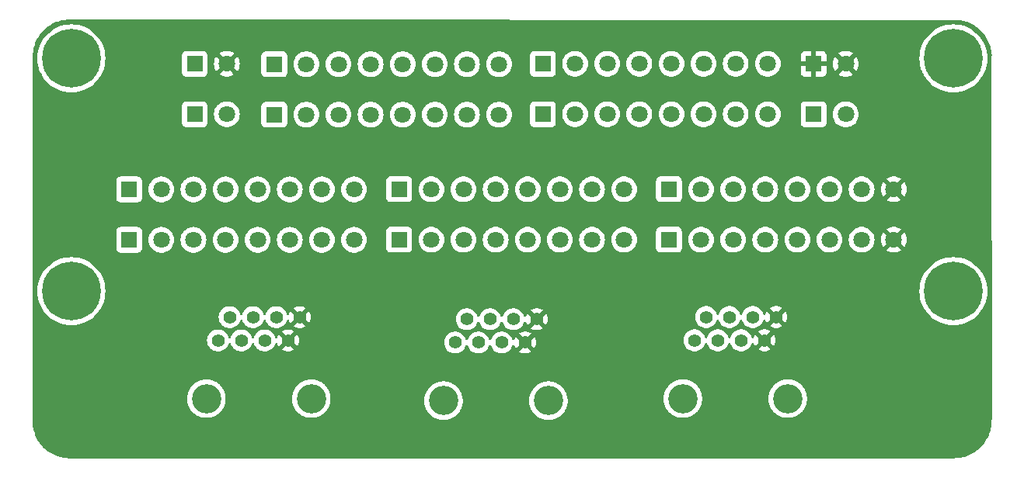
<source format=gbr>
%TF.GenerationSoftware,KiCad,Pcbnew,7.0.7*%
%TF.CreationDate,2024-06-02T15:26:58-07:00*%
%TF.ProjectId,AnalogBox,416e616c-6f67-4426-9f78-2e6b69636164,rev?*%
%TF.SameCoordinates,Original*%
%TF.FileFunction,Copper,L2,Bot*%
%TF.FilePolarity,Positive*%
%FSLAX46Y46*%
G04 Gerber Fmt 4.6, Leading zero omitted, Abs format (unit mm)*
G04 Created by KiCad (PCBNEW 7.0.7) date 2024-06-02 15:26:58*
%MOMM*%
%LPD*%
G01*
G04 APERTURE LIST*
%TA.AperFunction,ComponentPad*%
%ADD10C,1.397000*%
%TD*%
%TA.AperFunction,ComponentPad*%
%ADD11C,3.200400*%
%TD*%
%TA.AperFunction,ComponentPad*%
%ADD12C,3.600000*%
%TD*%
%TA.AperFunction,ConnectorPad*%
%ADD13C,6.400000*%
%TD*%
%TA.AperFunction,ComponentPad*%
%ADD14R,1.800000X1.800000*%
%TD*%
%TA.AperFunction,ComponentPad*%
%ADD15C,1.800000*%
%TD*%
G04 APERTURE END LIST*
D10*
%TO.P,J8,1,1*%
%TO.N,Switch13*%
X157099900Y-119124600D03*
%TO.P,J8,2,2*%
%TO.N,Switch14*%
X158369900Y-116584600D03*
%TO.P,J8,3,3*%
%TO.N,Switch15*%
X159639900Y-119124600D03*
%TO.P,J8,4,4*%
%TO.N,Switch16*%
X160909900Y-116584600D03*
%TO.P,J8,5,5*%
%TO.N,unconnected-(J8-Pad5)*%
X162179900Y-119124600D03*
%TO.P,J8,6,6*%
%TO.N,unconnected-(J8-Pad6)*%
X163449900Y-116584600D03*
%TO.P,J8,7,7*%
%TO.N,GND*%
X164719900Y-119124600D03*
%TO.P,J8,8,8*%
X165989900Y-116584600D03*
D11*
%TO.P,J8,9*%
%TO.N,N/C*%
X155829900Y-125474600D03*
%TO.P,J8,10*%
X167259900Y-125474600D03*
%TD*%
D12*
%TO.P,H4,1,1*%
%TO.N,unconnected-(H4-Pad1)*%
X185310000Y-113750000D03*
D13*
X185310000Y-113750000D03*
%TD*%
D12*
%TO.P,H1,1,1*%
%TO.N,unconnected-(H1-Pad1)*%
X89200000Y-88350000D03*
D13*
X89200000Y-88350000D03*
%TD*%
D10*
%TO.P,J5,1,1*%
%TO.N,Switch1*%
X105180000Y-119130000D03*
%TO.P,J5,2,2*%
%TO.N,Switch2*%
X106450000Y-116590000D03*
%TO.P,J5,3,3*%
%TO.N,Switch3*%
X107720000Y-119130000D03*
%TO.P,J5,4,4*%
%TO.N,Switch4*%
X108990000Y-116590000D03*
%TO.P,J5,5,5*%
%TO.N,Switch5*%
X110260000Y-119130000D03*
%TO.P,J5,6,6*%
%TO.N,Switch6*%
X111530000Y-116590000D03*
%TO.P,J5,7,7*%
%TO.N,GND*%
X112800000Y-119130000D03*
%TO.P,J5,8,8*%
X114070000Y-116590000D03*
D11*
%TO.P,J5,9*%
%TO.N,N/C*%
X103910000Y-125480000D03*
%TO.P,J5,10*%
X115340000Y-125480000D03*
%TD*%
D14*
%TO.P,J10,1_A,1*%
%TO.N,GND*%
X170080000Y-88962500D03*
%TO.P,J10,1_B*%
%TO.N,N/C*%
X170080000Y-94462500D03*
D15*
%TO.P,J10,2_A,2*%
%TO.N,GND*%
X173580000Y-88962500D03*
%TO.P,J10,2_B*%
%TO.N,N/C*%
X173580000Y-94462500D03*
%TD*%
D12*
%TO.P,H2,1,1*%
%TO.N,unconnected-(H2-Pad1)*%
X89200000Y-113750000D03*
D13*
X89200000Y-113750000D03*
%TD*%
D14*
%TO.P,J3,1_A,1*%
%TO.N,Switch6*%
X124930000Y-102640000D03*
%TO.P,J3,1_B,1__1*%
X124930000Y-108140000D03*
D15*
%TO.P,J3,2_A,2*%
X128430000Y-102640000D03*
%TO.P,J3,2_B,2__1*%
X128430000Y-108140000D03*
%TO.P,J3,3_A,3*%
%TO.N,Switch7*%
X131930000Y-102640000D03*
%TO.P,J3,3_B,3__1*%
X131930000Y-108140000D03*
%TO.P,J3,4_A,4*%
%TO.N,Switch8*%
X135430000Y-102640000D03*
%TO.P,J3,4_B,4__1*%
X135430000Y-108140000D03*
%TO.P,J3,5_A,5*%
%TO.N,Switch9*%
X138930000Y-102640000D03*
%TO.P,J3,5_B,5__1*%
X138930000Y-108140000D03*
%TO.P,J3,6_A,6*%
%TO.N,Switch10*%
X142430000Y-102640000D03*
%TO.P,J3,6_B,6__1*%
X142430000Y-108140000D03*
%TO.P,J3,7_A,7*%
%TO.N,Switch11*%
X145930000Y-102640000D03*
%TO.P,J3,7_B,7__1*%
X145930000Y-108140000D03*
%TO.P,J3,8_A,8*%
%TO.N,Switch12*%
X149430000Y-102640000D03*
%TO.P,J3,8_B,8__1*%
X149430000Y-108140000D03*
%TD*%
D14*
%TO.P,J7,1_A,1*%
%TO.N,+24V*%
X140590000Y-88940000D03*
%TO.P,J7,1_B,1__1*%
X140590000Y-94440000D03*
D15*
%TO.P,J7,2_A,2*%
X144090000Y-88940000D03*
%TO.P,J7,2_B,2__1*%
X144090000Y-94440000D03*
%TO.P,J7,3_A,3*%
X147590000Y-88940000D03*
%TO.P,J7,3_B,3__1*%
X147590000Y-94440000D03*
%TO.P,J7,4_A,4*%
X151090000Y-88940000D03*
%TO.P,J7,4_B,4__1*%
X151090000Y-94440000D03*
%TO.P,J7,5_A,5*%
X154590000Y-88940000D03*
%TO.P,J7,5_B,5__1*%
X154590000Y-94440000D03*
%TO.P,J7,6_A,6*%
X158090000Y-88940000D03*
%TO.P,J7,6_B,6__1*%
X158090000Y-94440000D03*
%TO.P,J7,7_A,7*%
X161590000Y-88940000D03*
%TO.P,J7,7_B,7__1*%
X161590000Y-94440000D03*
%TO.P,J7,8_A,8*%
X165090000Y-88940000D03*
%TO.P,J7,8_B,8__1*%
X165090000Y-94440000D03*
%TD*%
D14*
%TO.P,J9,1_A,1*%
%TO.N,Switch13*%
X154320000Y-102640000D03*
%TO.P,J9,1_B,1__1*%
X154320000Y-108140000D03*
D15*
%TO.P,J9,2_A,2*%
%TO.N,Switch14*%
X157820000Y-102640000D03*
%TO.P,J9,2_B,2__1*%
X157820000Y-108140000D03*
%TO.P,J9,3_A,3*%
%TO.N,Switch15*%
X161320000Y-102640000D03*
%TO.P,J9,3_B,3__1*%
X161320000Y-108140000D03*
%TO.P,J9,4_A,4*%
%TO.N,Switch16*%
X164820000Y-102640000D03*
%TO.P,J9,4_B,4__1*%
X164820000Y-108140000D03*
%TO.P,J9,5_A,5*%
%TO.N,unconnected-(J9-5-Pad5_A)*%
X168320000Y-102640000D03*
%TO.P,J9,5_B,5__1*%
%TO.N,unconnected-(J9-5__1-Pad5_B)*%
X168320000Y-108140000D03*
%TO.P,J9,6_A,6*%
%TO.N,unconnected-(J9-6-Pad6_A)*%
X171820000Y-102640000D03*
%TO.P,J9,6_B,6__1*%
%TO.N,unconnected-(J9-6__1-Pad6_B)*%
X171820000Y-108140000D03*
%TO.P,J9,7_A,7*%
%TO.N,unconnected-(J9-7-Pad7_A)*%
X175320000Y-102640000D03*
%TO.P,J9,7_B,7__1*%
%TO.N,unconnected-(J9-7__1-Pad7_B)*%
X175320000Y-108140000D03*
%TO.P,J9,8_A,8*%
%TO.N,GND*%
X178820000Y-102640000D03*
%TO.P,J9,8_B,8__1*%
X178820000Y-108140000D03*
%TD*%
D12*
%TO.P,H3,1,1*%
%TO.N,unconnected-(H3-Pad1)*%
X185310000Y-88350000D03*
D13*
X185310000Y-88350000D03*
%TD*%
D14*
%TO.P,J6,1_A,1*%
%TO.N,+24V*%
X102640000Y-88952500D03*
%TO.P,J6,1_B*%
%TO.N,N/C*%
X102640000Y-94452500D03*
D15*
%TO.P,J6,2_A,2*%
%TO.N,GND*%
X106140000Y-88952500D03*
%TO.P,J6,2_B*%
%TO.N,N/C*%
X106140000Y-94452500D03*
%TD*%
D10*
%TO.P,J1,1,1*%
%TO.N,Switch7*%
X131020000Y-119350000D03*
%TO.P,J1,2,2*%
%TO.N,Switch8*%
X132290000Y-116810000D03*
%TO.P,J1,3,3*%
%TO.N,Switch9*%
X133560000Y-119350000D03*
%TO.P,J1,4,4*%
%TO.N,Switch10*%
X134830000Y-116810000D03*
%TO.P,J1,5,5*%
%TO.N,Switch11*%
X136100000Y-119350000D03*
%TO.P,J1,6,6*%
%TO.N,Switch12*%
X137370000Y-116810000D03*
%TO.P,J1,7,7*%
%TO.N,GND*%
X138640000Y-119350000D03*
%TO.P,J1,8,8*%
X139910000Y-116810000D03*
D11*
%TO.P,J1,9*%
%TO.N,N/C*%
X129750000Y-125700000D03*
%TO.P,J1,10*%
X141180000Y-125700000D03*
%TD*%
D14*
%TO.P,J4,1_A,1*%
%TO.N,+24V*%
X111310000Y-88990000D03*
%TO.P,J4,1_B,1__1*%
X111310000Y-94490000D03*
D15*
%TO.P,J4,2_A,2*%
X114810000Y-88990000D03*
%TO.P,J4,2_B,2__1*%
X114810000Y-94490000D03*
%TO.P,J4,3_A,3*%
X118310000Y-88990000D03*
%TO.P,J4,3_B,3__1*%
X118310000Y-94490000D03*
%TO.P,J4,4_A,4*%
X121810000Y-88990000D03*
%TO.P,J4,4_B,4__1*%
X121810000Y-94490000D03*
%TO.P,J4,5_A,5*%
X125310000Y-88990000D03*
%TO.P,J4,5_B,5__1*%
X125310000Y-94490000D03*
%TO.P,J4,6_A,6*%
X128810000Y-88990000D03*
%TO.P,J4,6_B,6__1*%
X128810000Y-94490000D03*
%TO.P,J4,7_A,7*%
X132310000Y-88990000D03*
%TO.P,J4,7_B,7__1*%
X132310000Y-94490000D03*
%TO.P,J4,8_A,8*%
X135810000Y-88990000D03*
%TO.P,J4,8_B,8__1*%
X135810000Y-94490000D03*
%TD*%
D14*
%TO.P,J2,1_A,1*%
%TO.N,Switch1*%
X95500000Y-102650000D03*
%TO.P,J2,1_B,1__1*%
X95500000Y-108150000D03*
D15*
%TO.P,J2,2_A,2*%
%TO.N,Switch2*%
X99000000Y-102650000D03*
%TO.P,J2,2_B,2__1*%
X99000000Y-108150000D03*
%TO.P,J2,3_A,3*%
%TO.N,Switch3*%
X102500000Y-102650000D03*
%TO.P,J2,3_B,3__1*%
X102500000Y-108150000D03*
%TO.P,J2,4_A,4*%
X106000000Y-102650000D03*
%TO.P,J2,4_B,4__1*%
X106000000Y-108150000D03*
%TO.P,J2,5_A,5*%
%TO.N,Switch4*%
X109500000Y-102650000D03*
%TO.P,J2,5_B,5__1*%
X109500000Y-108150000D03*
%TO.P,J2,6_A,6*%
X113000000Y-102650000D03*
%TO.P,J2,6_B,6__1*%
X113000000Y-108150000D03*
%TO.P,J2,7_A,7*%
%TO.N,Switch5*%
X116500000Y-102650000D03*
%TO.P,J2,7_B,7__1*%
X116500000Y-108150000D03*
%TO.P,J2,8_A,8*%
X120000000Y-102650000D03*
%TO.P,J2,8_B,8__1*%
X120000000Y-108150000D03*
%TD*%
%TA.AperFunction,Conductor*%
%TO.N,GND*%
G36*
X89099110Y-84125270D02*
G01*
X89281749Y-84129895D01*
X89284625Y-84130035D01*
X89309807Y-84131856D01*
X89310391Y-84131575D01*
X89330600Y-84129921D01*
X185311477Y-84150489D01*
X185316008Y-84151821D01*
X185358571Y-84150544D01*
X185361434Y-84150524D01*
X185544940Y-84153498D01*
X185733025Y-84157057D01*
X185738517Y-84157407D01*
X185928713Y-84178087D01*
X186111906Y-84199515D01*
X186116951Y-84200320D01*
X186305243Y-84238568D01*
X186484987Y-84277622D01*
X186489678Y-84278837D01*
X186674020Y-84334350D01*
X186849011Y-84390688D01*
X186853203Y-84392209D01*
X187031952Y-84464560D01*
X187200631Y-84537670D01*
X187204403Y-84539460D01*
X187306782Y-84592332D01*
X187375943Y-84628049D01*
X187536737Y-84717253D01*
X187540031Y-84719218D01*
X187702909Y-84823343D01*
X187736407Y-84846458D01*
X187854314Y-84927820D01*
X187857146Y-84929895D01*
X187987536Y-85031281D01*
X188009916Y-85048682D01*
X188150529Y-85167489D01*
X188152913Y-85169611D01*
X188293188Y-85301079D01*
X188295226Y-85303079D01*
X188422722Y-85434106D01*
X188424665Y-85436198D01*
X188552252Y-85580006D01*
X188554307Y-85582447D01*
X188669238Y-85726261D01*
X188783808Y-85882218D01*
X188785814Y-85885118D01*
X188886099Y-86039289D01*
X188985743Y-86204958D01*
X188987630Y-86208329D01*
X189072398Y-86371475D01*
X189156272Y-86545376D01*
X189157967Y-86549217D01*
X189226433Y-86719802D01*
X189293868Y-86900441D01*
X189295298Y-86904744D01*
X189346828Y-87081182D01*
X189397278Y-87266942D01*
X189398369Y-87271689D01*
X189432505Y-87452450D01*
X189465581Y-87641624D01*
X189466262Y-87646786D01*
X189482691Y-87830640D01*
X189498153Y-88021104D01*
X189498354Y-88026643D01*
X189496777Y-88214701D01*
X189494738Y-88398290D01*
X189494638Y-88401189D01*
X189492848Y-88432060D01*
X189493053Y-88434670D01*
X189494730Y-88450649D01*
X189499493Y-127701893D01*
X189498268Y-127706064D01*
X189499459Y-127748572D01*
X189499474Y-127751428D01*
X189496438Y-127919305D01*
X189491731Y-128143062D01*
X189491353Y-128148720D01*
X189469764Y-128339843D01*
X189445170Y-128541548D01*
X189444304Y-128546781D01*
X189403918Y-128739211D01*
X189360115Y-128933606D01*
X189358839Y-128938377D01*
X189299945Y-129127912D01*
X189237373Y-129315516D01*
X189235768Y-129319797D01*
X189158865Y-129503911D01*
X189078116Y-129683656D01*
X189076263Y-129687432D01*
X188982011Y-129864107D01*
X188883840Y-130034570D01*
X188881821Y-130037838D01*
X188771082Y-130205226D01*
X188656385Y-130364933D01*
X188654280Y-130367698D01*
X188528057Y-130524152D01*
X188397892Y-130671632D01*
X188395777Y-130673911D01*
X188256284Y-130816832D01*
X188254057Y-130819002D01*
X188109801Y-130952690D01*
X187956437Y-131082692D01*
X187953724Y-131084864D01*
X187796848Y-131203402D01*
X187632190Y-131318175D01*
X187628972Y-131320273D01*
X187460941Y-131422554D01*
X187286618Y-131521058D01*
X187282888Y-131523002D01*
X187105149Y-131608094D01*
X186922966Y-131689439D01*
X186918725Y-131691148D01*
X186732667Y-131758265D01*
X186544645Y-131821733D01*
X186539906Y-131823125D01*
X186346613Y-131871638D01*
X186155241Y-131916678D01*
X186150031Y-131917671D01*
X185948993Y-131947152D01*
X185758425Y-131973377D01*
X185752778Y-131973892D01*
X185529223Y-131984028D01*
X185361474Y-131991138D01*
X185358600Y-131991193D01*
X185324962Y-131991058D01*
X185324453Y-131991202D01*
X89298611Y-131999494D01*
X89291294Y-131997346D01*
X89249973Y-131999499D01*
X89067263Y-132000915D01*
X88869738Y-132001904D01*
X88864143Y-132001680D01*
X88672146Y-131985265D01*
X88498391Y-131968972D01*
X88482885Y-131967518D01*
X88477676Y-131966806D01*
X88286396Y-131932331D01*
X88101122Y-131896313D01*
X88096334Y-131895183D01*
X87908326Y-131842877D01*
X87727943Y-131788947D01*
X87723615Y-131787477D01*
X87540813Y-131717751D01*
X87366780Y-131646412D01*
X87362918Y-131644672D01*
X87322580Y-131624816D01*
X87187076Y-131558113D01*
X87020924Y-131470015D01*
X87017536Y-131468080D01*
X86850272Y-131365423D01*
X86693537Y-131261377D01*
X86690626Y-131259322D01*
X86533425Y-131141421D01*
X86461472Y-131082692D01*
X86387596Y-131022393D01*
X86385173Y-131020308D01*
X86240524Y-130889144D01*
X86238433Y-130887158D01*
X86105921Y-130755265D01*
X86103925Y-130753183D01*
X86103248Y-130752443D01*
X85972101Y-130609165D01*
X85970022Y-130606771D01*
X85850289Y-130461472D01*
X85731657Y-130304829D01*
X85729611Y-130301961D01*
X85624822Y-130145699D01*
X85521367Y-129978893D01*
X85519423Y-129975526D01*
X85430552Y-129809793D01*
X85343162Y-129634341D01*
X85341417Y-129630514D01*
X85269257Y-129456799D01*
X85214609Y-129315516D01*
X85198681Y-129274336D01*
X85197187Y-129270005D01*
X85142410Y-129089863D01*
X85133033Y-129056761D01*
X85089221Y-128902098D01*
X85088087Y-128897394D01*
X85051189Y-128712217D01*
X85046892Y-128689000D01*
X85015817Y-128521091D01*
X85015089Y-128515951D01*
X84996461Y-128326827D01*
X84979137Y-128134789D01*
X84978889Y-128129262D01*
X84978955Y-127931593D01*
X84979387Y-127790905D01*
X84979511Y-127750396D01*
X84979589Y-127747501D01*
X84980955Y-127720286D01*
X84980889Y-127720142D01*
X84979540Y-127701844D01*
X84980725Y-125479999D01*
X101804391Y-125479999D01*
X101809155Y-125549652D01*
X101809300Y-125553885D01*
X101809300Y-125623693D01*
X101818805Y-125692849D01*
X101819238Y-125697061D01*
X101824002Y-125766711D01*
X101838206Y-125835070D01*
X101838926Y-125839241D01*
X101848432Y-125908403D01*
X101867267Y-125975626D01*
X101868270Y-125979739D01*
X101882469Y-126048075D01*
X101882473Y-126048088D01*
X101905852Y-126113872D01*
X101907132Y-126117907D01*
X101925967Y-126185128D01*
X101932309Y-126199727D01*
X101953781Y-126249160D01*
X101955332Y-126253094D01*
X101978710Y-126318873D01*
X101978712Y-126318879D01*
X102010829Y-126380862D01*
X102012648Y-126384686D01*
X102040459Y-126448715D01*
X102076729Y-126508358D01*
X102078804Y-126512048D01*
X102110924Y-126574036D01*
X102110931Y-126574048D01*
X102132554Y-126604680D01*
X102149878Y-126629223D01*
X102151181Y-126631068D01*
X102153503Y-126634609D01*
X102189776Y-126694256D01*
X102189777Y-126694257D01*
X102189781Y-126694263D01*
X102233834Y-126748411D01*
X102233838Y-126748416D01*
X102236383Y-126751771D01*
X102276655Y-126808824D01*
X102324309Y-126859850D01*
X102327092Y-126863042D01*
X102371144Y-126917190D01*
X102422172Y-126964845D01*
X102425167Y-126967841D01*
X102425704Y-126968416D01*
X102472810Y-127018855D01*
X102485064Y-127028824D01*
X102526956Y-127062906D01*
X102530148Y-127065689D01*
X102581178Y-127113347D01*
X102638216Y-127153609D01*
X102641590Y-127156167D01*
X102695737Y-127200219D01*
X102746356Y-127231001D01*
X102755382Y-127236490D01*
X102758918Y-127238809D01*
X102815959Y-127279073D01*
X102877950Y-127311193D01*
X102881634Y-127313266D01*
X102932398Y-127344136D01*
X102941283Y-127349539D01*
X102999500Y-127374826D01*
X103005300Y-127377345D01*
X103009125Y-127379163D01*
X103015103Y-127382260D01*
X103071123Y-127411288D01*
X103121700Y-127429263D01*
X103136894Y-127434663D01*
X103140828Y-127436213D01*
X103204874Y-127464033D01*
X103272124Y-127482875D01*
X103276120Y-127484144D01*
X103341913Y-127507527D01*
X103410264Y-127521730D01*
X103414375Y-127522731D01*
X103443366Y-127530854D01*
X103481586Y-127541564D01*
X103481592Y-127541565D01*
X103481601Y-127541568D01*
X103550785Y-127551076D01*
X103554919Y-127551789D01*
X103623286Y-127565997D01*
X103692965Y-127570762D01*
X103697139Y-127571192D01*
X103766308Y-127580700D01*
X104053690Y-127580700D01*
X104053692Y-127580700D01*
X104122865Y-127571191D01*
X104127030Y-127570762D01*
X104196714Y-127565997D01*
X104265089Y-127551787D01*
X104269208Y-127551077D01*
X104338399Y-127541568D01*
X104405656Y-127522722D01*
X104409707Y-127521735D01*
X104478087Y-127507527D01*
X104543864Y-127484149D01*
X104547894Y-127482870D01*
X104615126Y-127464033D01*
X104679170Y-127436213D01*
X104683078Y-127434672D01*
X104748877Y-127411288D01*
X104810860Y-127379169D01*
X104814671Y-127377357D01*
X104878717Y-127349539D01*
X104938374Y-127313259D01*
X104942042Y-127311197D01*
X105004041Y-127279073D01*
X105061115Y-127238784D01*
X105064595Y-127236502D01*
X105124263Y-127200219D01*
X105178431Y-127156148D01*
X105181765Y-127153619D01*
X105238824Y-127113345D01*
X105289878Y-127065662D01*
X105292999Y-127062941D01*
X105347190Y-127018855D01*
X105394843Y-126967828D01*
X105397834Y-126964838D01*
X105400401Y-126962441D01*
X105448855Y-126917190D01*
X105492941Y-126862999D01*
X105495662Y-126859878D01*
X105543345Y-126808824D01*
X105583619Y-126751765D01*
X105586148Y-126748431D01*
X105630219Y-126694263D01*
X105666502Y-126634595D01*
X105668784Y-126631115D01*
X105709073Y-126574041D01*
X105741197Y-126512042D01*
X105743259Y-126508374D01*
X105779539Y-126448717D01*
X105807357Y-126384671D01*
X105809173Y-126380854D01*
X105841288Y-126318877D01*
X105864672Y-126253078D01*
X105866218Y-126249160D01*
X105866852Y-126247702D01*
X105894033Y-126185126D01*
X105912871Y-126117888D01*
X105914150Y-126113862D01*
X105916069Y-126108462D01*
X105937527Y-126048087D01*
X105951735Y-125979707D01*
X105952722Y-125975656D01*
X105971568Y-125908399D01*
X105981077Y-125839208D01*
X105981787Y-125835089D01*
X105995997Y-125766714D01*
X106000762Y-125697030D01*
X106001191Y-125692865D01*
X106010700Y-125623692D01*
X106010700Y-125553885D01*
X106010845Y-125549652D01*
X106012133Y-125530804D01*
X106015609Y-125480000D01*
X106015609Y-125479999D01*
X113234391Y-125479999D01*
X113239155Y-125549652D01*
X113239300Y-125553885D01*
X113239300Y-125623693D01*
X113248805Y-125692849D01*
X113249238Y-125697061D01*
X113254002Y-125766711D01*
X113268206Y-125835070D01*
X113268926Y-125839241D01*
X113278432Y-125908403D01*
X113297267Y-125975626D01*
X113298270Y-125979739D01*
X113312469Y-126048075D01*
X113312473Y-126048088D01*
X113335852Y-126113872D01*
X113337132Y-126117907D01*
X113355967Y-126185128D01*
X113362309Y-126199727D01*
X113383781Y-126249160D01*
X113385332Y-126253094D01*
X113408710Y-126318873D01*
X113408712Y-126318879D01*
X113440829Y-126380862D01*
X113442648Y-126384686D01*
X113470459Y-126448715D01*
X113506729Y-126508358D01*
X113508804Y-126512048D01*
X113540924Y-126574036D01*
X113540931Y-126574048D01*
X113562554Y-126604680D01*
X113579878Y-126629223D01*
X113581181Y-126631068D01*
X113583503Y-126634609D01*
X113619776Y-126694256D01*
X113619777Y-126694257D01*
X113619781Y-126694263D01*
X113663834Y-126748411D01*
X113663838Y-126748416D01*
X113666383Y-126751771D01*
X113706655Y-126808823D01*
X113706655Y-126808824D01*
X113754309Y-126859850D01*
X113757092Y-126863042D01*
X113801144Y-126917190D01*
X113852172Y-126964845D01*
X113855167Y-126967841D01*
X113855704Y-126968416D01*
X113902810Y-127018855D01*
X113915064Y-127028824D01*
X113956956Y-127062906D01*
X113960148Y-127065689D01*
X114011178Y-127113347D01*
X114068216Y-127153609D01*
X114071590Y-127156167D01*
X114125737Y-127200219D01*
X114176356Y-127231001D01*
X114185382Y-127236490D01*
X114188918Y-127238809D01*
X114245959Y-127279073D01*
X114307950Y-127311193D01*
X114311634Y-127313266D01*
X114362398Y-127344136D01*
X114371283Y-127349539D01*
X114429500Y-127374826D01*
X114435300Y-127377345D01*
X114439125Y-127379163D01*
X114445103Y-127382260D01*
X114501123Y-127411288D01*
X114551700Y-127429263D01*
X114566894Y-127434663D01*
X114570828Y-127436213D01*
X114634874Y-127464033D01*
X114702124Y-127482875D01*
X114706120Y-127484144D01*
X114771913Y-127507527D01*
X114840264Y-127521730D01*
X114844375Y-127522731D01*
X114873366Y-127530854D01*
X114911586Y-127541564D01*
X114911592Y-127541565D01*
X114911601Y-127541568D01*
X114980785Y-127551076D01*
X114984919Y-127551789D01*
X115053286Y-127565997D01*
X115122965Y-127570762D01*
X115127139Y-127571192D01*
X115196308Y-127580700D01*
X115483690Y-127580700D01*
X115483692Y-127580700D01*
X115552865Y-127571191D01*
X115557030Y-127570762D01*
X115626714Y-127565997D01*
X115695089Y-127551787D01*
X115699208Y-127551077D01*
X115768399Y-127541568D01*
X115835656Y-127522722D01*
X115839707Y-127521735D01*
X115908087Y-127507527D01*
X115973864Y-127484149D01*
X115977894Y-127482870D01*
X116045126Y-127464033D01*
X116109170Y-127436213D01*
X116113078Y-127434672D01*
X116178877Y-127411288D01*
X116240860Y-127379169D01*
X116244671Y-127377357D01*
X116308717Y-127349539D01*
X116368374Y-127313259D01*
X116372042Y-127311197D01*
X116434041Y-127279073D01*
X116491115Y-127238784D01*
X116494595Y-127236502D01*
X116554263Y-127200219D01*
X116608431Y-127156148D01*
X116611765Y-127153619D01*
X116668824Y-127113345D01*
X116719878Y-127065662D01*
X116722999Y-127062941D01*
X116777190Y-127018855D01*
X116824843Y-126967828D01*
X116827834Y-126964838D01*
X116830401Y-126962441D01*
X116878855Y-126917190D01*
X116922941Y-126862999D01*
X116925662Y-126859878D01*
X116973345Y-126808824D01*
X117013619Y-126751765D01*
X117016148Y-126748431D01*
X117060219Y-126694263D01*
X117096502Y-126634595D01*
X117098784Y-126631115D01*
X117139073Y-126574041D01*
X117171197Y-126512042D01*
X117173259Y-126508374D01*
X117209539Y-126448717D01*
X117237357Y-126384671D01*
X117239173Y-126380854D01*
X117271288Y-126318877D01*
X117294672Y-126253078D01*
X117296218Y-126249160D01*
X117296852Y-126247702D01*
X117324033Y-126185126D01*
X117342871Y-126117888D01*
X117344150Y-126113862D01*
X117346069Y-126108462D01*
X117367527Y-126048087D01*
X117381735Y-125979707D01*
X117382722Y-125975656D01*
X117401568Y-125908399D01*
X117411077Y-125839208D01*
X117411787Y-125835089D01*
X117425997Y-125766714D01*
X117430559Y-125699999D01*
X127644391Y-125699999D01*
X127649155Y-125769652D01*
X127649300Y-125773885D01*
X127649300Y-125843693D01*
X127658805Y-125912849D01*
X127659238Y-125917061D01*
X127664002Y-125986711D01*
X127678206Y-126055070D01*
X127678926Y-126059241D01*
X127688432Y-126128403D01*
X127707267Y-126195626D01*
X127708270Y-126199739D01*
X127722469Y-126268075D01*
X127722473Y-126268088D01*
X127745852Y-126333872D01*
X127747132Y-126337907D01*
X127765967Y-126405128D01*
X127778923Y-126434956D01*
X127793781Y-126469160D01*
X127795332Y-126473094D01*
X127818710Y-126538873D01*
X127818712Y-126538879D01*
X127850829Y-126600862D01*
X127852648Y-126604686D01*
X127880459Y-126668715D01*
X127916729Y-126728358D01*
X127918804Y-126732048D01*
X127950924Y-126794036D01*
X127950931Y-126794048D01*
X127991181Y-126851068D01*
X127993503Y-126854609D01*
X128029776Y-126914256D01*
X128029777Y-126914257D01*
X128029781Y-126914263D01*
X128073370Y-126967841D01*
X128073838Y-126968416D01*
X128076383Y-126971771D01*
X128109618Y-127018855D01*
X128116655Y-127028824D01*
X128164309Y-127079850D01*
X128167092Y-127083042D01*
X128211144Y-127137190D01*
X128262172Y-127184845D01*
X128265167Y-127187841D01*
X128276727Y-127200219D01*
X128312810Y-127238855D01*
X128340251Y-127261180D01*
X128366956Y-127282906D01*
X128370148Y-127285689D01*
X128421178Y-127333347D01*
X128478216Y-127373609D01*
X128481590Y-127376167D01*
X128535737Y-127420219D01*
X128586356Y-127451001D01*
X128595382Y-127456490D01*
X128598918Y-127458809D01*
X128655959Y-127499073D01*
X128717950Y-127531193D01*
X128721634Y-127533266D01*
X128781283Y-127569539D01*
X128845300Y-127597345D01*
X128849125Y-127599163D01*
X128855103Y-127602260D01*
X128911123Y-127631288D01*
X128968294Y-127651606D01*
X128976894Y-127654663D01*
X128980828Y-127656213D01*
X129044874Y-127684033D01*
X129112124Y-127702875D01*
X129116120Y-127704144D01*
X129181913Y-127727527D01*
X129250264Y-127741730D01*
X129254375Y-127742731D01*
X129276611Y-127748962D01*
X129321586Y-127761564D01*
X129321592Y-127761565D01*
X129321601Y-127761568D01*
X129390785Y-127771076D01*
X129394919Y-127771789D01*
X129463286Y-127785997D01*
X129532965Y-127790762D01*
X129537139Y-127791192D01*
X129606308Y-127800700D01*
X129893690Y-127800700D01*
X129893692Y-127800700D01*
X129962865Y-127791191D01*
X129967030Y-127790762D01*
X130036714Y-127785997D01*
X130105089Y-127771787D01*
X130109208Y-127771077D01*
X130178399Y-127761568D01*
X130245656Y-127742722D01*
X130249707Y-127741735D01*
X130318087Y-127727527D01*
X130383864Y-127704149D01*
X130387894Y-127702870D01*
X130455126Y-127684033D01*
X130519170Y-127656213D01*
X130523078Y-127654672D01*
X130588877Y-127631288D01*
X130650860Y-127599169D01*
X130654671Y-127597357D01*
X130718717Y-127569539D01*
X130778374Y-127533259D01*
X130782042Y-127531197D01*
X130844041Y-127499073D01*
X130901115Y-127458784D01*
X130904595Y-127456502D01*
X130964263Y-127420219D01*
X131018431Y-127376148D01*
X131021765Y-127373619D01*
X131078824Y-127333345D01*
X131129878Y-127285662D01*
X131132999Y-127282941D01*
X131187190Y-127238855D01*
X131234843Y-127187828D01*
X131237834Y-127184838D01*
X131288855Y-127137190D01*
X131332941Y-127082999D01*
X131335662Y-127079878D01*
X131383345Y-127028824D01*
X131423619Y-126971765D01*
X131426148Y-126968431D01*
X131470219Y-126914263D01*
X131506502Y-126854595D01*
X131508784Y-126851115D01*
X131549073Y-126794041D01*
X131581197Y-126732042D01*
X131583259Y-126728374D01*
X131619539Y-126668717D01*
X131647357Y-126604671D01*
X131649173Y-126600854D01*
X131663063Y-126574048D01*
X131681288Y-126538877D01*
X131704672Y-126473078D01*
X131706218Y-126469160D01*
X131717442Y-126443322D01*
X131734033Y-126405126D01*
X131752871Y-126337888D01*
X131754150Y-126333862D01*
X131761396Y-126313473D01*
X131777527Y-126268087D01*
X131791735Y-126199707D01*
X131792722Y-126195656D01*
X131811568Y-126128399D01*
X131821077Y-126059208D01*
X131821787Y-126055089D01*
X131835997Y-125986714D01*
X131840762Y-125917030D01*
X131841191Y-125912865D01*
X131850700Y-125843692D01*
X131850700Y-125773885D01*
X131850845Y-125769652D01*
X131852133Y-125750804D01*
X131855609Y-125700000D01*
X131855609Y-125699999D01*
X139074391Y-125699999D01*
X139079155Y-125769652D01*
X139079300Y-125773885D01*
X139079300Y-125843693D01*
X139088805Y-125912849D01*
X139089238Y-125917061D01*
X139094002Y-125986711D01*
X139108206Y-126055070D01*
X139108926Y-126059241D01*
X139118432Y-126128403D01*
X139137267Y-126195626D01*
X139138270Y-126199739D01*
X139152469Y-126268075D01*
X139152473Y-126268088D01*
X139175852Y-126333872D01*
X139177132Y-126337907D01*
X139195967Y-126405128D01*
X139208923Y-126434956D01*
X139223781Y-126469160D01*
X139225332Y-126473094D01*
X139248710Y-126538873D01*
X139248712Y-126538879D01*
X139280829Y-126600862D01*
X139282648Y-126604686D01*
X139310459Y-126668715D01*
X139346729Y-126728358D01*
X139348804Y-126732048D01*
X139380924Y-126794036D01*
X139380931Y-126794048D01*
X139421181Y-126851068D01*
X139423503Y-126854609D01*
X139459776Y-126914256D01*
X139459777Y-126914257D01*
X139459781Y-126914263D01*
X139503370Y-126967841D01*
X139503838Y-126968416D01*
X139506383Y-126971771D01*
X139539618Y-127018855D01*
X139546655Y-127028824D01*
X139594309Y-127079850D01*
X139597092Y-127083042D01*
X139641144Y-127137190D01*
X139692172Y-127184845D01*
X139695167Y-127187841D01*
X139706727Y-127200219D01*
X139742810Y-127238855D01*
X139770251Y-127261180D01*
X139796956Y-127282906D01*
X139800148Y-127285689D01*
X139851178Y-127333347D01*
X139908216Y-127373609D01*
X139911590Y-127376167D01*
X139965737Y-127420219D01*
X140016356Y-127451001D01*
X140025382Y-127456490D01*
X140028918Y-127458809D01*
X140085959Y-127499073D01*
X140147950Y-127531193D01*
X140151634Y-127533266D01*
X140211283Y-127569539D01*
X140275300Y-127597345D01*
X140279125Y-127599163D01*
X140285103Y-127602260D01*
X140341123Y-127631288D01*
X140398294Y-127651606D01*
X140406894Y-127654663D01*
X140410828Y-127656213D01*
X140474874Y-127684033D01*
X140542124Y-127702875D01*
X140546120Y-127704144D01*
X140611913Y-127727527D01*
X140680264Y-127741730D01*
X140684375Y-127742731D01*
X140706611Y-127748962D01*
X140751586Y-127761564D01*
X140751592Y-127761565D01*
X140751601Y-127761568D01*
X140820785Y-127771076D01*
X140824919Y-127771789D01*
X140893286Y-127785997D01*
X140962965Y-127790762D01*
X140967139Y-127791192D01*
X141036308Y-127800700D01*
X141323690Y-127800700D01*
X141323692Y-127800700D01*
X141392865Y-127791191D01*
X141397030Y-127790762D01*
X141466714Y-127785997D01*
X141535089Y-127771787D01*
X141539208Y-127771077D01*
X141608399Y-127761568D01*
X141675656Y-127742722D01*
X141679707Y-127741735D01*
X141748087Y-127727527D01*
X141813864Y-127704149D01*
X141817894Y-127702870D01*
X141885126Y-127684033D01*
X141949170Y-127656213D01*
X141953078Y-127654672D01*
X142018877Y-127631288D01*
X142080860Y-127599169D01*
X142084671Y-127597357D01*
X142148717Y-127569539D01*
X142208374Y-127533259D01*
X142212042Y-127531197D01*
X142274041Y-127499073D01*
X142331115Y-127458784D01*
X142334595Y-127456502D01*
X142394263Y-127420219D01*
X142448431Y-127376148D01*
X142451765Y-127373619D01*
X142508824Y-127333345D01*
X142559878Y-127285662D01*
X142562999Y-127282941D01*
X142617190Y-127238855D01*
X142664843Y-127187828D01*
X142667834Y-127184838D01*
X142718855Y-127137190D01*
X142762941Y-127082999D01*
X142765662Y-127079878D01*
X142813345Y-127028824D01*
X142853619Y-126971765D01*
X142856148Y-126968431D01*
X142900219Y-126914263D01*
X142936502Y-126854595D01*
X142938784Y-126851115D01*
X142979073Y-126794041D01*
X143011197Y-126732042D01*
X143013259Y-126728374D01*
X143049539Y-126668717D01*
X143077357Y-126604671D01*
X143079173Y-126600854D01*
X143093063Y-126574048D01*
X143111288Y-126538877D01*
X143134672Y-126473078D01*
X143136218Y-126469160D01*
X143147442Y-126443322D01*
X143164033Y-126405126D01*
X143182871Y-126337888D01*
X143184150Y-126333862D01*
X143191396Y-126313473D01*
X143207527Y-126268087D01*
X143221735Y-126199707D01*
X143222722Y-126195656D01*
X143241568Y-126128399D01*
X143251077Y-126059208D01*
X143251787Y-126055089D01*
X143265997Y-125986714D01*
X143270762Y-125917030D01*
X143271191Y-125912865D01*
X143280700Y-125843692D01*
X143280700Y-125773885D01*
X143280845Y-125769652D01*
X143282133Y-125750804D01*
X143285609Y-125700000D01*
X143280845Y-125630346D01*
X143280700Y-125626113D01*
X143280700Y-125556308D01*
X143279043Y-125544252D01*
X143271192Y-125487139D01*
X143270762Y-125482965D01*
X143270190Y-125474599D01*
X153724291Y-125474599D01*
X153729055Y-125544252D01*
X153729200Y-125548485D01*
X153729200Y-125618293D01*
X153738705Y-125687449D01*
X153739138Y-125691661D01*
X153743902Y-125761311D01*
X153758106Y-125829670D01*
X153758825Y-125833835D01*
X153758995Y-125835070D01*
X153768332Y-125903003D01*
X153787167Y-125970226D01*
X153788167Y-125974327D01*
X153789292Y-125979739D01*
X153802369Y-126042675D01*
X153802373Y-126042688D01*
X153825752Y-126108472D01*
X153827032Y-126112507D01*
X153845867Y-126179728D01*
X153858823Y-126209556D01*
X153873681Y-126243760D01*
X153875232Y-126247694D01*
X153898610Y-126313473D01*
X153898612Y-126313479D01*
X153930729Y-126375462D01*
X153932548Y-126379286D01*
X153960359Y-126443315D01*
X153996629Y-126502958D01*
X153998704Y-126506648D01*
X154030824Y-126568636D01*
X154030831Y-126568648D01*
X154071081Y-126625668D01*
X154073403Y-126629209D01*
X154109676Y-126688856D01*
X154109677Y-126688857D01*
X154109681Y-126688863D01*
X154144815Y-126732048D01*
X154153738Y-126743016D01*
X154156283Y-126746371D01*
X154189932Y-126794041D01*
X154196555Y-126803424D01*
X154244209Y-126854450D01*
X154246992Y-126857642D01*
X154291044Y-126911790D01*
X154342072Y-126959445D01*
X154345067Y-126962441D01*
X154350647Y-126968416D01*
X154392710Y-127013455D01*
X154399339Y-127018848D01*
X154446856Y-127057506D01*
X154450048Y-127060289D01*
X154501078Y-127107947D01*
X154558116Y-127148209D01*
X154561490Y-127150767D01*
X154566479Y-127154826D01*
X154615637Y-127194819D01*
X154624522Y-127200222D01*
X154675282Y-127231090D01*
X154678818Y-127233409D01*
X154735859Y-127273673D01*
X154797850Y-127305793D01*
X154801534Y-127307866D01*
X154861183Y-127344139D01*
X154925200Y-127371945D01*
X154929025Y-127373763D01*
X154931077Y-127374826D01*
X154991023Y-127405888D01*
X155048194Y-127426206D01*
X155056794Y-127429263D01*
X155060728Y-127430813D01*
X155124774Y-127458633D01*
X155192024Y-127477475D01*
X155196020Y-127478744D01*
X155261813Y-127502127D01*
X155330164Y-127516330D01*
X155334275Y-127517331D01*
X155363266Y-127525454D01*
X155401486Y-127536164D01*
X155401492Y-127536165D01*
X155401501Y-127536168D01*
X155470685Y-127545676D01*
X155474819Y-127546389D01*
X155543186Y-127560597D01*
X155612865Y-127565362D01*
X155617039Y-127565792D01*
X155686208Y-127575300D01*
X155973590Y-127575300D01*
X155973592Y-127575300D01*
X156042765Y-127565791D01*
X156046930Y-127565362D01*
X156116614Y-127560597D01*
X156184989Y-127546387D01*
X156189108Y-127545677D01*
X156258299Y-127536168D01*
X156325556Y-127517322D01*
X156329607Y-127516335D01*
X156397987Y-127502127D01*
X156463764Y-127478749D01*
X156467794Y-127477470D01*
X156535026Y-127458633D01*
X156599070Y-127430813D01*
X156602978Y-127429272D01*
X156668777Y-127405888D01*
X156730760Y-127373769D01*
X156734571Y-127371957D01*
X156798617Y-127344139D01*
X156858274Y-127307859D01*
X156861942Y-127305797D01*
X156923941Y-127273673D01*
X156981015Y-127233384D01*
X156984495Y-127231102D01*
X157044163Y-127194819D01*
X157098331Y-127150748D01*
X157101665Y-127148219D01*
X157158724Y-127107945D01*
X157209778Y-127060262D01*
X157212899Y-127057541D01*
X157267090Y-127013455D01*
X157314743Y-126962428D01*
X157317734Y-126959438D01*
X157368755Y-126911790D01*
X157412841Y-126857599D01*
X157415562Y-126854478D01*
X157463245Y-126803424D01*
X157503519Y-126746365D01*
X157506048Y-126743031D01*
X157550119Y-126688863D01*
X157586402Y-126629195D01*
X157588684Y-126625715D01*
X157628973Y-126568641D01*
X157661097Y-126506642D01*
X157663159Y-126502974D01*
X157699439Y-126443317D01*
X157727257Y-126379271D01*
X157729073Y-126375454D01*
X157761188Y-126313477D01*
X157784572Y-126247678D01*
X157786118Y-126243760D01*
X157806143Y-126197661D01*
X157813933Y-126179726D01*
X157832771Y-126112488D01*
X157834050Y-126108462D01*
X157857427Y-126042687D01*
X157871635Y-125974307D01*
X157872622Y-125970256D01*
X157891468Y-125902999D01*
X157900977Y-125833808D01*
X157901687Y-125829689D01*
X157915897Y-125761314D01*
X157920662Y-125691630D01*
X157921091Y-125687465D01*
X157930600Y-125618292D01*
X157930600Y-125548485D01*
X157930745Y-125544252D01*
X157932033Y-125525404D01*
X157935509Y-125474600D01*
X157935509Y-125474599D01*
X165154291Y-125474599D01*
X165159055Y-125544252D01*
X165159200Y-125548485D01*
X165159200Y-125618293D01*
X165168705Y-125687449D01*
X165169138Y-125691661D01*
X165173902Y-125761311D01*
X165188106Y-125829670D01*
X165188825Y-125833835D01*
X165188995Y-125835070D01*
X165198332Y-125903003D01*
X165217167Y-125970226D01*
X165218167Y-125974327D01*
X165219292Y-125979739D01*
X165232369Y-126042675D01*
X165232373Y-126042688D01*
X165255752Y-126108472D01*
X165257032Y-126112507D01*
X165275867Y-126179728D01*
X165288823Y-126209556D01*
X165303681Y-126243760D01*
X165305232Y-126247694D01*
X165328610Y-126313473D01*
X165328612Y-126313479D01*
X165360729Y-126375462D01*
X165362548Y-126379286D01*
X165390359Y-126443315D01*
X165426629Y-126502958D01*
X165428704Y-126506648D01*
X165460824Y-126568636D01*
X165460831Y-126568648D01*
X165501081Y-126625668D01*
X165503403Y-126629209D01*
X165539676Y-126688856D01*
X165539677Y-126688857D01*
X165539681Y-126688863D01*
X165574815Y-126732048D01*
X165583738Y-126743016D01*
X165586283Y-126746371D01*
X165619932Y-126794041D01*
X165626555Y-126803424D01*
X165674209Y-126854450D01*
X165676992Y-126857642D01*
X165721044Y-126911790D01*
X165772072Y-126959445D01*
X165775067Y-126962441D01*
X165780647Y-126968416D01*
X165822710Y-127013455D01*
X165829339Y-127018848D01*
X165876856Y-127057506D01*
X165880048Y-127060289D01*
X165931078Y-127107947D01*
X165988116Y-127148209D01*
X165991490Y-127150767D01*
X165996479Y-127154826D01*
X166045637Y-127194819D01*
X166054522Y-127200222D01*
X166105282Y-127231090D01*
X166108818Y-127233409D01*
X166165859Y-127273673D01*
X166227850Y-127305793D01*
X166231534Y-127307866D01*
X166291183Y-127344139D01*
X166355200Y-127371945D01*
X166359025Y-127373763D01*
X166361077Y-127374826D01*
X166421023Y-127405888D01*
X166478194Y-127426206D01*
X166486794Y-127429263D01*
X166490728Y-127430813D01*
X166554774Y-127458633D01*
X166622024Y-127477475D01*
X166626020Y-127478744D01*
X166691813Y-127502127D01*
X166760164Y-127516330D01*
X166764275Y-127517331D01*
X166793266Y-127525454D01*
X166831486Y-127536164D01*
X166831492Y-127536165D01*
X166831501Y-127536168D01*
X166900685Y-127545676D01*
X166904819Y-127546389D01*
X166973186Y-127560597D01*
X167042865Y-127565362D01*
X167047039Y-127565792D01*
X167116208Y-127575300D01*
X167403590Y-127575300D01*
X167403592Y-127575300D01*
X167472765Y-127565791D01*
X167476930Y-127565362D01*
X167546614Y-127560597D01*
X167614989Y-127546387D01*
X167619108Y-127545677D01*
X167688299Y-127536168D01*
X167755556Y-127517322D01*
X167759607Y-127516335D01*
X167827987Y-127502127D01*
X167893764Y-127478749D01*
X167897794Y-127477470D01*
X167965026Y-127458633D01*
X168029070Y-127430813D01*
X168032978Y-127429272D01*
X168098777Y-127405888D01*
X168160760Y-127373769D01*
X168164571Y-127371957D01*
X168228617Y-127344139D01*
X168288274Y-127307859D01*
X168291942Y-127305797D01*
X168353941Y-127273673D01*
X168411015Y-127233384D01*
X168414495Y-127231102D01*
X168474163Y-127194819D01*
X168528331Y-127150748D01*
X168531665Y-127148219D01*
X168588724Y-127107945D01*
X168639778Y-127060262D01*
X168642899Y-127057541D01*
X168697090Y-127013455D01*
X168744743Y-126962428D01*
X168747734Y-126959438D01*
X168798755Y-126911790D01*
X168842841Y-126857599D01*
X168845562Y-126854478D01*
X168893245Y-126803424D01*
X168933519Y-126746365D01*
X168936048Y-126743031D01*
X168980119Y-126688863D01*
X169016402Y-126629195D01*
X169018684Y-126625715D01*
X169058973Y-126568641D01*
X169091097Y-126506642D01*
X169093159Y-126502974D01*
X169129439Y-126443317D01*
X169157257Y-126379271D01*
X169159073Y-126375454D01*
X169191188Y-126313477D01*
X169214572Y-126247678D01*
X169216118Y-126243760D01*
X169236143Y-126197661D01*
X169243933Y-126179726D01*
X169262771Y-126112488D01*
X169264050Y-126108462D01*
X169287427Y-126042687D01*
X169301635Y-125974307D01*
X169302622Y-125970256D01*
X169321468Y-125902999D01*
X169330977Y-125833808D01*
X169331687Y-125829689D01*
X169345897Y-125761314D01*
X169350662Y-125691630D01*
X169351091Y-125687465D01*
X169360600Y-125618292D01*
X169360600Y-125548485D01*
X169360745Y-125544252D01*
X169362033Y-125525404D01*
X169365509Y-125474600D01*
X169361316Y-125413297D01*
X169360745Y-125404946D01*
X169360600Y-125400713D01*
X169360600Y-125330908D01*
X169352447Y-125271594D01*
X169351092Y-125261739D01*
X169350662Y-125257565D01*
X169345897Y-125187886D01*
X169331689Y-125119519D01*
X169330976Y-125115385D01*
X169321468Y-125046201D01*
X169302631Y-124978972D01*
X169301630Y-124974864D01*
X169301629Y-124974859D01*
X169287427Y-124906513D01*
X169264044Y-124840720D01*
X169262775Y-124836724D01*
X169243933Y-124769474D01*
X169216113Y-124705428D01*
X169214563Y-124701494D01*
X169211506Y-124692894D01*
X169191188Y-124635723D01*
X169160894Y-124577259D01*
X169159063Y-124573725D01*
X169157245Y-124569900D01*
X169129439Y-124505883D01*
X169093166Y-124446234D01*
X169091090Y-124442543D01*
X169058973Y-124380559D01*
X169018709Y-124323518D01*
X169016390Y-124319982D01*
X168983405Y-124265741D01*
X168980119Y-124260337D01*
X168936063Y-124206185D01*
X168933509Y-124202816D01*
X168893247Y-124145778D01*
X168845589Y-124094748D01*
X168842806Y-124091556D01*
X168803147Y-124042809D01*
X168798755Y-124037410D01*
X168784223Y-124023838D01*
X168747741Y-123989767D01*
X168744745Y-123986772D01*
X168697090Y-123935744D01*
X168642942Y-123891692D01*
X168639750Y-123888909D01*
X168588724Y-123841255D01*
X168588711Y-123841246D01*
X168531671Y-123800983D01*
X168528316Y-123798438D01*
X168491779Y-123768713D01*
X168474163Y-123754381D01*
X168474159Y-123754378D01*
X168474156Y-123754376D01*
X168414509Y-123718103D01*
X168410968Y-123715781D01*
X168353948Y-123675531D01*
X168353936Y-123675524D01*
X168291948Y-123643404D01*
X168288258Y-123641329D01*
X168228615Y-123605059D01*
X168164586Y-123577248D01*
X168160762Y-123575429D01*
X168098779Y-123543312D01*
X168098773Y-123543310D01*
X168032994Y-123519932D01*
X168029078Y-123518388D01*
X167994856Y-123503523D01*
X167965028Y-123490567D01*
X167897807Y-123471732D01*
X167893772Y-123470452D01*
X167827988Y-123447073D01*
X167827975Y-123447069D01*
X167766843Y-123434366D01*
X167759634Y-123432868D01*
X167755526Y-123431867D01*
X167688303Y-123413032D01*
X167627037Y-123404611D01*
X167619138Y-123403525D01*
X167614970Y-123402806D01*
X167546609Y-123388602D01*
X167546614Y-123388602D01*
X167476961Y-123383838D01*
X167472749Y-123383405D01*
X167403593Y-123373900D01*
X167403592Y-123373900D01*
X167116208Y-123373900D01*
X167116203Y-123373900D01*
X167047050Y-123383404D01*
X167042839Y-123383837D01*
X166973189Y-123388602D01*
X166973185Y-123388603D01*
X166904830Y-123402806D01*
X166900661Y-123403525D01*
X166831494Y-123413033D01*
X166764272Y-123431867D01*
X166760159Y-123432870D01*
X166691824Y-123447069D01*
X166691806Y-123447075D01*
X166626025Y-123470452D01*
X166621991Y-123471732D01*
X166554773Y-123490566D01*
X166490730Y-123518383D01*
X166486793Y-123519936D01*
X166421019Y-123543313D01*
X166359046Y-123575425D01*
X166355224Y-123577243D01*
X166291175Y-123605064D01*
X166231530Y-123641335D01*
X166227840Y-123643409D01*
X166165868Y-123675521D01*
X166165863Y-123675524D01*
X166108822Y-123715786D01*
X166105283Y-123718107D01*
X166045634Y-123754382D01*
X166045633Y-123754383D01*
X165991485Y-123798435D01*
X165988113Y-123800992D01*
X165931087Y-123841246D01*
X165931069Y-123841261D01*
X165880053Y-123888905D01*
X165876864Y-123891686D01*
X165822703Y-123935750D01*
X165775059Y-123986765D01*
X165772065Y-123989759D01*
X165721050Y-124037403D01*
X165676986Y-124091564D01*
X165674205Y-124094753D01*
X165626561Y-124145769D01*
X165626546Y-124145787D01*
X165586292Y-124202813D01*
X165583735Y-124206185D01*
X165539683Y-124260333D01*
X165539682Y-124260334D01*
X165503407Y-124319983D01*
X165501086Y-124323522D01*
X165460824Y-124380563D01*
X165460821Y-124380568D01*
X165428709Y-124442540D01*
X165426635Y-124446230D01*
X165390364Y-124505875D01*
X165362543Y-124569924D01*
X165360725Y-124573746D01*
X165328613Y-124635719D01*
X165305236Y-124701493D01*
X165303683Y-124705430D01*
X165275866Y-124769473D01*
X165257032Y-124836691D01*
X165255752Y-124840725D01*
X165232375Y-124906506D01*
X165232369Y-124906524D01*
X165218170Y-124974859D01*
X165217167Y-124978972D01*
X165198333Y-125046194D01*
X165188825Y-125115361D01*
X165188106Y-125119530D01*
X165173903Y-125187885D01*
X165173902Y-125187889D01*
X165169137Y-125257539D01*
X165168704Y-125261750D01*
X165159200Y-125330903D01*
X165159200Y-125400713D01*
X165159055Y-125404946D01*
X165154291Y-125474599D01*
X157935509Y-125474599D01*
X157931316Y-125413297D01*
X157930745Y-125404946D01*
X157930600Y-125400713D01*
X157930600Y-125330908D01*
X157922447Y-125271594D01*
X157921092Y-125261739D01*
X157920662Y-125257565D01*
X157915897Y-125187886D01*
X157901689Y-125119519D01*
X157900976Y-125115385D01*
X157891468Y-125046201D01*
X157872631Y-124978972D01*
X157871630Y-124974864D01*
X157871629Y-124974859D01*
X157857427Y-124906513D01*
X157834044Y-124840720D01*
X157832775Y-124836724D01*
X157813933Y-124769474D01*
X157786113Y-124705428D01*
X157784563Y-124701494D01*
X157781506Y-124692894D01*
X157761188Y-124635723D01*
X157730894Y-124577259D01*
X157729063Y-124573725D01*
X157727245Y-124569900D01*
X157699439Y-124505883D01*
X157663166Y-124446234D01*
X157661090Y-124442543D01*
X157628973Y-124380559D01*
X157588709Y-124323518D01*
X157586390Y-124319982D01*
X157553405Y-124265741D01*
X157550119Y-124260337D01*
X157506063Y-124206185D01*
X157503509Y-124202816D01*
X157463247Y-124145778D01*
X157415589Y-124094748D01*
X157412806Y-124091556D01*
X157373147Y-124042809D01*
X157368755Y-124037410D01*
X157354223Y-124023838D01*
X157317741Y-123989767D01*
X157314745Y-123986772D01*
X157267090Y-123935744D01*
X157212942Y-123891692D01*
X157209750Y-123888909D01*
X157158724Y-123841255D01*
X157158711Y-123841246D01*
X157101671Y-123800983D01*
X157098316Y-123798438D01*
X157061779Y-123768713D01*
X157044163Y-123754381D01*
X157044159Y-123754378D01*
X157044156Y-123754376D01*
X156984509Y-123718103D01*
X156980968Y-123715781D01*
X156923948Y-123675531D01*
X156923936Y-123675524D01*
X156861948Y-123643404D01*
X156858258Y-123641329D01*
X156798615Y-123605059D01*
X156734586Y-123577248D01*
X156730762Y-123575429D01*
X156668779Y-123543312D01*
X156668773Y-123543310D01*
X156602994Y-123519932D01*
X156599078Y-123518388D01*
X156564856Y-123503523D01*
X156535028Y-123490567D01*
X156467807Y-123471732D01*
X156463772Y-123470452D01*
X156397988Y-123447073D01*
X156397975Y-123447069D01*
X156336843Y-123434366D01*
X156329634Y-123432868D01*
X156325526Y-123431867D01*
X156258303Y-123413032D01*
X156197037Y-123404611D01*
X156189138Y-123403525D01*
X156184970Y-123402806D01*
X156116609Y-123388602D01*
X156116614Y-123388602D01*
X156046961Y-123383838D01*
X156042749Y-123383405D01*
X155973593Y-123373900D01*
X155973592Y-123373900D01*
X155686208Y-123373900D01*
X155686203Y-123373900D01*
X155617050Y-123383404D01*
X155612839Y-123383837D01*
X155543189Y-123388602D01*
X155543185Y-123388603D01*
X155474830Y-123402806D01*
X155470661Y-123403525D01*
X155401494Y-123413033D01*
X155334272Y-123431867D01*
X155330159Y-123432870D01*
X155261824Y-123447069D01*
X155261806Y-123447075D01*
X155196025Y-123470452D01*
X155191991Y-123471732D01*
X155124773Y-123490566D01*
X155060730Y-123518383D01*
X155056793Y-123519936D01*
X154991019Y-123543313D01*
X154929046Y-123575425D01*
X154925224Y-123577243D01*
X154861175Y-123605064D01*
X154801530Y-123641335D01*
X154797840Y-123643409D01*
X154735868Y-123675521D01*
X154735863Y-123675524D01*
X154678822Y-123715786D01*
X154675283Y-123718107D01*
X154615634Y-123754382D01*
X154615633Y-123754383D01*
X154561485Y-123798435D01*
X154558113Y-123800992D01*
X154501087Y-123841246D01*
X154501069Y-123841261D01*
X154450053Y-123888905D01*
X154446864Y-123891686D01*
X154392703Y-123935750D01*
X154345059Y-123986765D01*
X154342065Y-123989759D01*
X154291050Y-124037403D01*
X154246986Y-124091564D01*
X154244205Y-124094753D01*
X154196561Y-124145769D01*
X154196546Y-124145787D01*
X154156292Y-124202813D01*
X154153735Y-124206185D01*
X154109683Y-124260333D01*
X154109682Y-124260334D01*
X154073407Y-124319983D01*
X154071086Y-124323522D01*
X154030824Y-124380563D01*
X154030821Y-124380568D01*
X153998709Y-124442540D01*
X153996635Y-124446230D01*
X153960364Y-124505875D01*
X153932543Y-124569924D01*
X153930725Y-124573746D01*
X153898613Y-124635719D01*
X153875236Y-124701493D01*
X153873683Y-124705430D01*
X153845866Y-124769473D01*
X153827032Y-124836691D01*
X153825752Y-124840725D01*
X153802375Y-124906506D01*
X153802369Y-124906524D01*
X153788170Y-124974859D01*
X153787167Y-124978972D01*
X153768333Y-125046194D01*
X153758825Y-125115361D01*
X153758106Y-125119530D01*
X153743903Y-125187885D01*
X153743902Y-125187889D01*
X153739137Y-125257539D01*
X153738704Y-125261750D01*
X153729200Y-125330903D01*
X153729200Y-125400713D01*
X153729055Y-125404946D01*
X153724291Y-125474599D01*
X143270190Y-125474599D01*
X143265997Y-125413286D01*
X143251789Y-125344919D01*
X143251076Y-125340785D01*
X143241568Y-125271601D01*
X143239732Y-125265050D01*
X143222733Y-125204380D01*
X143221730Y-125200264D01*
X143220280Y-125193285D01*
X143207527Y-125131913D01*
X143184144Y-125066120D01*
X143182875Y-125062124D01*
X143164033Y-124994874D01*
X143136213Y-124930828D01*
X143134663Y-124926894D01*
X143131606Y-124918294D01*
X143111288Y-124861123D01*
X143079163Y-124799125D01*
X143077345Y-124795300D01*
X143068472Y-124774873D01*
X143049539Y-124731283D01*
X143037101Y-124710830D01*
X143013266Y-124671634D01*
X143011190Y-124667943D01*
X142979073Y-124605959D01*
X142938809Y-124548918D01*
X142936490Y-124545382D01*
X142900221Y-124485741D01*
X142900219Y-124485737D01*
X142856163Y-124431585D01*
X142853609Y-124428216D01*
X142813347Y-124371178D01*
X142765689Y-124320148D01*
X142762906Y-124316956D01*
X142741180Y-124290251D01*
X142718855Y-124262810D01*
X142667841Y-124215167D01*
X142664845Y-124212172D01*
X142617190Y-124161144D01*
X142563042Y-124117092D01*
X142559850Y-124114309D01*
X142508824Y-124066655D01*
X142508811Y-124066646D01*
X142451771Y-124026383D01*
X142448416Y-124023838D01*
X142448412Y-124023835D01*
X142394263Y-123979781D01*
X142394259Y-123979778D01*
X142394256Y-123979776D01*
X142334609Y-123943503D01*
X142331068Y-123941181D01*
X142274048Y-123900931D01*
X142274036Y-123900924D01*
X142212048Y-123868804D01*
X142208358Y-123866729D01*
X142148715Y-123830459D01*
X142084686Y-123802648D01*
X142080862Y-123800829D01*
X142018879Y-123768712D01*
X142018873Y-123768710D01*
X141953094Y-123745332D01*
X141949178Y-123743788D01*
X141914956Y-123728923D01*
X141885128Y-123715967D01*
X141817907Y-123697132D01*
X141813872Y-123695852D01*
X141748088Y-123672473D01*
X141748075Y-123672469D01*
X141686943Y-123659766D01*
X141679734Y-123658268D01*
X141675626Y-123657267D01*
X141608403Y-123638432D01*
X141547137Y-123630011D01*
X141539238Y-123628925D01*
X141535070Y-123628206D01*
X141466709Y-123614002D01*
X141466714Y-123614002D01*
X141397061Y-123609238D01*
X141392849Y-123608805D01*
X141323693Y-123599300D01*
X141323692Y-123599300D01*
X141036308Y-123599300D01*
X141036303Y-123599300D01*
X140967150Y-123608804D01*
X140962939Y-123609237D01*
X140893289Y-123614002D01*
X140893285Y-123614003D01*
X140824930Y-123628206D01*
X140820761Y-123628925D01*
X140751594Y-123638433D01*
X140684372Y-123657267D01*
X140680259Y-123658270D01*
X140611924Y-123672469D01*
X140611906Y-123672475D01*
X140546125Y-123695852D01*
X140542091Y-123697132D01*
X140474873Y-123715966D01*
X140410830Y-123743783D01*
X140406893Y-123745336D01*
X140341119Y-123768713D01*
X140279146Y-123800825D01*
X140275324Y-123802643D01*
X140211275Y-123830464D01*
X140151630Y-123866735D01*
X140147940Y-123868809D01*
X140085968Y-123900921D01*
X140085963Y-123900924D01*
X140028922Y-123941186D01*
X140025383Y-123943507D01*
X139965734Y-123979782D01*
X139965733Y-123979783D01*
X139911585Y-124023835D01*
X139908213Y-124026392D01*
X139851187Y-124066646D01*
X139851169Y-124066661D01*
X139800153Y-124114305D01*
X139796964Y-124117086D01*
X139742803Y-124161150D01*
X139695159Y-124212165D01*
X139692165Y-124215159D01*
X139641150Y-124262803D01*
X139597086Y-124316964D01*
X139594305Y-124320153D01*
X139546661Y-124371169D01*
X139546646Y-124371187D01*
X139506392Y-124428213D01*
X139503835Y-124431585D01*
X139459783Y-124485733D01*
X139459782Y-124485734D01*
X139423507Y-124545383D01*
X139421186Y-124548922D01*
X139380924Y-124605963D01*
X139380921Y-124605968D01*
X139348809Y-124667940D01*
X139346735Y-124671630D01*
X139310464Y-124731275D01*
X139282643Y-124795324D01*
X139280825Y-124799146D01*
X139248713Y-124861119D01*
X139225336Y-124926893D01*
X139223783Y-124930830D01*
X139195966Y-124994873D01*
X139177132Y-125062091D01*
X139175852Y-125066125D01*
X139152475Y-125131906D01*
X139152469Y-125131924D01*
X139138270Y-125200259D01*
X139137267Y-125204372D01*
X139118433Y-125271594D01*
X139108925Y-125340761D01*
X139108206Y-125344930D01*
X139094003Y-125413285D01*
X139094002Y-125413289D01*
X139089237Y-125482939D01*
X139088804Y-125487150D01*
X139079300Y-125556303D01*
X139079300Y-125626113D01*
X139079155Y-125630346D01*
X139074391Y-125699999D01*
X131855609Y-125699999D01*
X131850845Y-125630346D01*
X131850700Y-125626113D01*
X131850700Y-125556308D01*
X131849043Y-125544252D01*
X131841192Y-125487139D01*
X131840762Y-125482965D01*
X131835997Y-125413286D01*
X131821789Y-125344919D01*
X131821076Y-125340785D01*
X131811568Y-125271601D01*
X131809732Y-125265050D01*
X131792733Y-125204380D01*
X131791730Y-125200264D01*
X131790280Y-125193285D01*
X131777527Y-125131913D01*
X131754144Y-125066120D01*
X131752875Y-125062124D01*
X131734033Y-124994874D01*
X131706213Y-124930828D01*
X131704663Y-124926894D01*
X131701606Y-124918294D01*
X131681288Y-124861123D01*
X131649163Y-124799125D01*
X131647345Y-124795300D01*
X131638472Y-124774873D01*
X131619539Y-124731283D01*
X131607101Y-124710830D01*
X131583266Y-124671634D01*
X131581190Y-124667943D01*
X131549073Y-124605959D01*
X131508809Y-124548918D01*
X131506490Y-124545382D01*
X131470221Y-124485741D01*
X131470219Y-124485737D01*
X131426163Y-124431585D01*
X131423609Y-124428216D01*
X131383347Y-124371178D01*
X131335689Y-124320148D01*
X131332906Y-124316956D01*
X131311180Y-124290251D01*
X131288855Y-124262810D01*
X131237841Y-124215167D01*
X131234845Y-124212172D01*
X131187190Y-124161144D01*
X131133042Y-124117092D01*
X131129850Y-124114309D01*
X131078824Y-124066655D01*
X131078811Y-124066646D01*
X131021771Y-124026383D01*
X131018416Y-124023838D01*
X131018412Y-124023835D01*
X130964263Y-123979781D01*
X130964259Y-123979778D01*
X130964256Y-123979776D01*
X130904609Y-123943503D01*
X130901068Y-123941181D01*
X130844048Y-123900931D01*
X130844036Y-123900924D01*
X130782048Y-123868804D01*
X130778358Y-123866729D01*
X130718715Y-123830459D01*
X130654686Y-123802648D01*
X130650862Y-123800829D01*
X130588879Y-123768712D01*
X130588873Y-123768710D01*
X130523094Y-123745332D01*
X130519178Y-123743788D01*
X130484956Y-123728923D01*
X130455128Y-123715967D01*
X130387907Y-123697132D01*
X130383872Y-123695852D01*
X130318088Y-123672473D01*
X130318075Y-123672469D01*
X130256943Y-123659766D01*
X130249734Y-123658268D01*
X130245626Y-123657267D01*
X130178403Y-123638432D01*
X130117137Y-123630011D01*
X130109238Y-123628925D01*
X130105070Y-123628206D01*
X130036709Y-123614002D01*
X130036714Y-123614002D01*
X129967061Y-123609238D01*
X129962849Y-123608805D01*
X129893693Y-123599300D01*
X129893692Y-123599300D01*
X129606308Y-123599300D01*
X129606303Y-123599300D01*
X129537150Y-123608804D01*
X129532939Y-123609237D01*
X129463289Y-123614002D01*
X129463285Y-123614003D01*
X129394930Y-123628206D01*
X129390761Y-123628925D01*
X129321594Y-123638433D01*
X129254372Y-123657267D01*
X129250259Y-123658270D01*
X129181924Y-123672469D01*
X129181906Y-123672475D01*
X129116125Y-123695852D01*
X129112091Y-123697132D01*
X129044873Y-123715966D01*
X128980830Y-123743783D01*
X128976893Y-123745336D01*
X128911119Y-123768713D01*
X128849146Y-123800825D01*
X128845324Y-123802643D01*
X128781275Y-123830464D01*
X128721630Y-123866735D01*
X128717940Y-123868809D01*
X128655968Y-123900921D01*
X128655963Y-123900924D01*
X128598922Y-123941186D01*
X128595383Y-123943507D01*
X128535734Y-123979782D01*
X128535733Y-123979783D01*
X128481585Y-124023835D01*
X128478213Y-124026392D01*
X128421187Y-124066646D01*
X128421169Y-124066661D01*
X128370153Y-124114305D01*
X128366964Y-124117086D01*
X128312803Y-124161150D01*
X128265159Y-124212165D01*
X128262165Y-124215159D01*
X128211150Y-124262803D01*
X128167086Y-124316964D01*
X128164305Y-124320153D01*
X128116661Y-124371169D01*
X128116646Y-124371187D01*
X128076392Y-124428213D01*
X128073835Y-124431585D01*
X128029783Y-124485733D01*
X128029782Y-124485734D01*
X127993507Y-124545383D01*
X127991186Y-124548922D01*
X127950924Y-124605963D01*
X127950921Y-124605968D01*
X127918809Y-124667940D01*
X127916735Y-124671630D01*
X127880464Y-124731275D01*
X127852643Y-124795324D01*
X127850825Y-124799146D01*
X127818713Y-124861119D01*
X127795336Y-124926893D01*
X127793783Y-124930830D01*
X127765966Y-124994873D01*
X127747132Y-125062091D01*
X127745852Y-125066125D01*
X127722475Y-125131906D01*
X127722469Y-125131924D01*
X127708270Y-125200259D01*
X127707267Y-125204372D01*
X127688433Y-125271594D01*
X127678925Y-125340761D01*
X127678206Y-125344930D01*
X127664003Y-125413285D01*
X127664002Y-125413289D01*
X127659237Y-125482939D01*
X127658804Y-125487150D01*
X127649300Y-125556303D01*
X127649300Y-125626113D01*
X127649155Y-125630346D01*
X127644391Y-125699999D01*
X117430559Y-125699999D01*
X117430762Y-125697030D01*
X117431191Y-125692865D01*
X117440700Y-125623692D01*
X117440700Y-125553885D01*
X117440845Y-125549652D01*
X117442133Y-125530804D01*
X117445609Y-125480000D01*
X117442434Y-125433595D01*
X117440845Y-125410346D01*
X117440700Y-125406113D01*
X117440700Y-125336308D01*
X117439957Y-125330903D01*
X117431192Y-125267139D01*
X117430762Y-125262965D01*
X117425997Y-125193286D01*
X117411789Y-125124919D01*
X117411076Y-125120785D01*
X117401568Y-125051601D01*
X117382731Y-124984372D01*
X117381730Y-124980264D01*
X117380607Y-124974859D01*
X117367527Y-124911913D01*
X117344144Y-124846120D01*
X117342875Y-124842124D01*
X117324033Y-124774874D01*
X117296213Y-124710828D01*
X117294663Y-124706894D01*
X117291606Y-124698294D01*
X117271288Y-124641123D01*
X117239163Y-124579125D01*
X117237345Y-124575300D01*
X117234999Y-124569900D01*
X117209539Y-124511283D01*
X117206250Y-124505875D01*
X117173266Y-124451634D01*
X117171190Y-124447943D01*
X117139073Y-124385959D01*
X117098809Y-124328918D01*
X117096490Y-124325382D01*
X117060221Y-124265741D01*
X117060219Y-124265737D01*
X117019077Y-124215167D01*
X117016167Y-124211590D01*
X117013609Y-124208216D01*
X116973347Y-124151178D01*
X116925689Y-124100148D01*
X116922906Y-124096956D01*
X116878854Y-124042809D01*
X116827841Y-123995167D01*
X116824845Y-123992172D01*
X116777190Y-123941144D01*
X116723042Y-123897092D01*
X116719850Y-123894309D01*
X116668824Y-123846655D01*
X116645879Y-123830459D01*
X116611771Y-123806383D01*
X116608416Y-123803838D01*
X116604918Y-123800992D01*
X116554263Y-123759781D01*
X116554259Y-123759778D01*
X116554256Y-123759776D01*
X116494609Y-123723503D01*
X116491068Y-123721181D01*
X116434048Y-123680931D01*
X116434036Y-123680924D01*
X116372048Y-123648804D01*
X116368358Y-123646729D01*
X116308715Y-123610459D01*
X116244686Y-123582648D01*
X116240862Y-123580829D01*
X116178879Y-123548712D01*
X116178873Y-123548710D01*
X116113094Y-123525332D01*
X116109178Y-123523788D01*
X116074956Y-123508923D01*
X116045128Y-123495967D01*
X115977907Y-123477132D01*
X115973872Y-123475852D01*
X115908088Y-123452473D01*
X115908075Y-123452469D01*
X115846943Y-123439766D01*
X115839734Y-123438268D01*
X115835626Y-123437267D01*
X115768403Y-123418432D01*
X115707137Y-123410011D01*
X115699238Y-123408925D01*
X115695070Y-123408206D01*
X115626709Y-123394002D01*
X115626714Y-123394002D01*
X115557061Y-123389238D01*
X115552849Y-123388805D01*
X115483693Y-123379300D01*
X115483692Y-123379300D01*
X115196308Y-123379300D01*
X115196303Y-123379300D01*
X115127150Y-123388804D01*
X115122939Y-123389237D01*
X115053289Y-123394002D01*
X115053285Y-123394003D01*
X114984930Y-123408206D01*
X114980761Y-123408925D01*
X114911594Y-123418433D01*
X114844372Y-123437267D01*
X114840259Y-123438270D01*
X114771924Y-123452469D01*
X114771906Y-123452475D01*
X114706125Y-123475852D01*
X114702091Y-123477132D01*
X114634873Y-123495966D01*
X114570830Y-123523783D01*
X114566893Y-123525336D01*
X114501119Y-123548713D01*
X114439146Y-123580825D01*
X114435324Y-123582643D01*
X114371275Y-123610464D01*
X114311630Y-123646735D01*
X114307940Y-123648809D01*
X114245968Y-123680921D01*
X114245963Y-123680924D01*
X114188922Y-123721186D01*
X114185383Y-123723507D01*
X114125734Y-123759782D01*
X114125733Y-123759783D01*
X114071585Y-123803835D01*
X114068213Y-123806392D01*
X114011187Y-123846646D01*
X114011169Y-123846661D01*
X113960153Y-123894305D01*
X113956964Y-123897086D01*
X113902803Y-123941150D01*
X113855159Y-123992165D01*
X113852165Y-123995159D01*
X113801150Y-124042803D01*
X113757086Y-124096964D01*
X113754305Y-124100153D01*
X113706661Y-124151169D01*
X113706646Y-124151187D01*
X113666392Y-124208213D01*
X113663835Y-124211585D01*
X113619783Y-124265733D01*
X113619782Y-124265734D01*
X113583507Y-124325383D01*
X113581186Y-124328922D01*
X113540924Y-124385963D01*
X113540921Y-124385968D01*
X113508809Y-124447940D01*
X113506735Y-124451630D01*
X113470464Y-124511275D01*
X113442643Y-124575324D01*
X113440825Y-124579146D01*
X113408713Y-124641119D01*
X113385336Y-124706893D01*
X113383783Y-124710830D01*
X113355966Y-124774873D01*
X113337132Y-124842091D01*
X113335852Y-124846125D01*
X113312475Y-124911906D01*
X113312469Y-124911924D01*
X113298270Y-124980259D01*
X113297267Y-124984372D01*
X113278433Y-125051594D01*
X113268925Y-125120761D01*
X113268206Y-125124930D01*
X113254003Y-125193285D01*
X113254002Y-125193289D01*
X113249237Y-125262939D01*
X113248804Y-125267150D01*
X113239300Y-125336303D01*
X113239300Y-125406113D01*
X113239155Y-125410346D01*
X113234391Y-125479999D01*
X106015609Y-125479999D01*
X106012434Y-125433595D01*
X106010845Y-125410346D01*
X106010700Y-125406113D01*
X106010700Y-125336308D01*
X106009957Y-125330903D01*
X106001192Y-125267139D01*
X106000762Y-125262965D01*
X105995997Y-125193286D01*
X105981789Y-125124919D01*
X105981076Y-125120785D01*
X105971568Y-125051601D01*
X105952731Y-124984372D01*
X105951730Y-124980264D01*
X105950607Y-124974859D01*
X105937527Y-124911913D01*
X105914144Y-124846120D01*
X105912875Y-124842124D01*
X105894033Y-124774874D01*
X105866213Y-124710828D01*
X105864663Y-124706894D01*
X105861606Y-124698294D01*
X105841288Y-124641123D01*
X105809163Y-124579125D01*
X105807345Y-124575300D01*
X105804999Y-124569900D01*
X105779539Y-124511283D01*
X105776250Y-124505875D01*
X105743266Y-124451634D01*
X105741190Y-124447943D01*
X105709073Y-124385959D01*
X105668809Y-124328918D01*
X105666490Y-124325382D01*
X105630221Y-124265741D01*
X105630219Y-124265737D01*
X105589077Y-124215167D01*
X105586167Y-124211590D01*
X105583609Y-124208216D01*
X105543347Y-124151178D01*
X105495689Y-124100148D01*
X105492906Y-124096956D01*
X105448854Y-124042809D01*
X105397841Y-123995167D01*
X105394845Y-123992172D01*
X105347190Y-123941144D01*
X105293042Y-123897092D01*
X105289850Y-123894309D01*
X105238824Y-123846655D01*
X105215879Y-123830459D01*
X105181771Y-123806383D01*
X105178416Y-123803838D01*
X105174918Y-123800992D01*
X105124263Y-123759781D01*
X105124259Y-123759778D01*
X105124256Y-123759776D01*
X105064609Y-123723503D01*
X105061068Y-123721181D01*
X105004048Y-123680931D01*
X105004036Y-123680924D01*
X104942048Y-123648804D01*
X104938358Y-123646729D01*
X104878715Y-123610459D01*
X104814686Y-123582648D01*
X104810862Y-123580829D01*
X104748879Y-123548712D01*
X104748873Y-123548710D01*
X104683094Y-123525332D01*
X104679178Y-123523788D01*
X104644956Y-123508923D01*
X104615128Y-123495967D01*
X104547907Y-123477132D01*
X104543872Y-123475852D01*
X104478088Y-123452473D01*
X104478075Y-123452469D01*
X104416943Y-123439766D01*
X104409734Y-123438268D01*
X104405626Y-123437267D01*
X104338403Y-123418432D01*
X104277137Y-123410011D01*
X104269238Y-123408925D01*
X104265070Y-123408206D01*
X104196709Y-123394002D01*
X104196714Y-123394002D01*
X104127061Y-123389238D01*
X104122849Y-123388805D01*
X104053693Y-123379300D01*
X104053692Y-123379300D01*
X103766308Y-123379300D01*
X103766303Y-123379300D01*
X103697150Y-123388804D01*
X103692939Y-123389237D01*
X103623289Y-123394002D01*
X103623285Y-123394003D01*
X103554930Y-123408206D01*
X103550761Y-123408925D01*
X103481594Y-123418433D01*
X103414372Y-123437267D01*
X103410259Y-123438270D01*
X103341924Y-123452469D01*
X103341906Y-123452475D01*
X103276125Y-123475852D01*
X103272091Y-123477132D01*
X103204873Y-123495966D01*
X103140830Y-123523783D01*
X103136893Y-123525336D01*
X103071119Y-123548713D01*
X103009146Y-123580825D01*
X103005324Y-123582643D01*
X102941275Y-123610464D01*
X102881630Y-123646735D01*
X102877940Y-123648809D01*
X102815968Y-123680921D01*
X102815963Y-123680924D01*
X102758922Y-123721186D01*
X102755383Y-123723507D01*
X102695734Y-123759782D01*
X102695733Y-123759783D01*
X102641585Y-123803835D01*
X102638213Y-123806392D01*
X102581187Y-123846646D01*
X102581169Y-123846661D01*
X102530153Y-123894305D01*
X102526964Y-123897086D01*
X102472803Y-123941150D01*
X102425159Y-123992165D01*
X102422165Y-123995159D01*
X102371150Y-124042803D01*
X102327086Y-124096964D01*
X102324305Y-124100153D01*
X102276661Y-124151169D01*
X102276646Y-124151187D01*
X102236392Y-124208213D01*
X102233835Y-124211585D01*
X102189783Y-124265733D01*
X102189782Y-124265734D01*
X102153507Y-124325383D01*
X102151186Y-124328922D01*
X102110924Y-124385963D01*
X102110921Y-124385968D01*
X102078809Y-124447940D01*
X102076735Y-124451630D01*
X102040464Y-124511275D01*
X102012643Y-124575324D01*
X102010825Y-124579146D01*
X101978713Y-124641119D01*
X101955336Y-124706893D01*
X101953783Y-124710830D01*
X101925966Y-124774873D01*
X101907132Y-124842091D01*
X101905852Y-124846125D01*
X101882475Y-124911906D01*
X101882469Y-124911924D01*
X101868270Y-124980259D01*
X101867267Y-124984372D01*
X101848433Y-125051594D01*
X101838925Y-125120761D01*
X101838206Y-125124930D01*
X101824003Y-125193285D01*
X101824002Y-125193289D01*
X101819237Y-125262939D01*
X101818804Y-125267150D01*
X101809300Y-125336303D01*
X101809300Y-125406113D01*
X101809155Y-125410346D01*
X101804391Y-125479999D01*
X84980725Y-125479999D01*
X84984112Y-119130000D01*
X103975863Y-119130000D01*
X103996365Y-119351259D01*
X103996366Y-119351261D01*
X104057174Y-119564979D01*
X104057180Y-119564994D01*
X104156222Y-119763896D01*
X104290133Y-119941224D01*
X104442011Y-120079678D01*
X104448421Y-120085522D01*
X104454344Y-120090921D01*
X104454346Y-120090923D01*
X104643266Y-120207897D01*
X104643272Y-120207900D01*
X104672206Y-120219109D01*
X104850472Y-120288170D01*
X105068896Y-120329000D01*
X105068899Y-120329000D01*
X105291101Y-120329000D01*
X105291104Y-120329000D01*
X105509528Y-120288170D01*
X105716730Y-120207899D01*
X105905655Y-120090922D01*
X106069868Y-119941222D01*
X106203778Y-119763896D01*
X106302824Y-119564984D01*
X106330734Y-119466889D01*
X106368013Y-119407796D01*
X106431323Y-119378239D01*
X106500562Y-119387601D01*
X106553749Y-119432911D01*
X106569266Y-119466890D01*
X106597174Y-119564979D01*
X106597180Y-119564994D01*
X106696222Y-119763896D01*
X106830133Y-119941224D01*
X106982011Y-120079678D01*
X106988421Y-120085522D01*
X106994344Y-120090921D01*
X106994346Y-120090923D01*
X107183266Y-120207897D01*
X107183272Y-120207900D01*
X107212206Y-120219109D01*
X107390472Y-120288170D01*
X107608896Y-120329000D01*
X107608899Y-120329000D01*
X107831101Y-120329000D01*
X107831104Y-120329000D01*
X108049528Y-120288170D01*
X108256730Y-120207899D01*
X108445655Y-120090922D01*
X108609868Y-119941222D01*
X108743778Y-119763896D01*
X108842824Y-119564984D01*
X108870734Y-119466889D01*
X108908013Y-119407796D01*
X108971323Y-119378239D01*
X109040562Y-119387601D01*
X109093749Y-119432911D01*
X109109266Y-119466890D01*
X109137174Y-119564979D01*
X109137180Y-119564994D01*
X109236222Y-119763896D01*
X109370133Y-119941224D01*
X109522011Y-120079678D01*
X109528421Y-120085522D01*
X109534344Y-120090921D01*
X109534346Y-120090923D01*
X109723266Y-120207897D01*
X109723272Y-120207900D01*
X109752206Y-120219109D01*
X109930472Y-120288170D01*
X110148896Y-120329000D01*
X110148899Y-120329000D01*
X110371101Y-120329000D01*
X110371104Y-120329000D01*
X110589528Y-120288170D01*
X110796730Y-120207899D01*
X110985655Y-120090922D01*
X111149868Y-119941222D01*
X111283778Y-119763896D01*
X111382824Y-119564984D01*
X111410994Y-119465975D01*
X111448273Y-119406883D01*
X111511583Y-119377325D01*
X111580822Y-119386687D01*
X111634009Y-119431997D01*
X111649526Y-119465975D01*
X111677644Y-119564800D01*
X111677649Y-119564813D01*
X111776646Y-119763626D01*
X111776651Y-119763634D01*
X111792209Y-119784235D01*
X112228727Y-119347718D01*
X112290050Y-119314233D01*
X112359741Y-119319217D01*
X112413355Y-119358086D01*
X112494247Y-119459521D01*
X112494248Y-119459522D01*
X112566682Y-119508906D01*
X112610983Y-119562933D01*
X112619043Y-119632337D01*
X112588300Y-119695080D01*
X112584511Y-119699040D01*
X112147760Y-120135790D01*
X112147761Y-120135791D01*
X112263488Y-120207445D01*
X112263495Y-120207449D01*
X112470607Y-120287684D01*
X112688945Y-120328500D01*
X112911055Y-120328500D01*
X113129392Y-120287684D01*
X113336503Y-120207450D01*
X113336509Y-120207447D01*
X113452237Y-120135791D01*
X113452238Y-120135790D01*
X113017937Y-119701490D01*
X112984452Y-119640167D01*
X112989436Y-119570476D01*
X113031307Y-119514542D01*
X113051814Y-119502090D01*
X113053224Y-119501412D01*
X113151450Y-119410272D01*
X113174006Y-119371202D01*
X113224571Y-119322987D01*
X113293178Y-119309763D01*
X113358043Y-119335730D01*
X113369074Y-119345521D01*
X113807788Y-119784235D01*
X113807789Y-119784235D01*
X113823349Y-119763632D01*
X113823350Y-119763629D01*
X113922350Y-119564813D01*
X113922356Y-119564798D01*
X113983139Y-119351168D01*
X113983140Y-119351166D01*
X113983248Y-119350000D01*
X129815863Y-119350000D01*
X129836365Y-119571259D01*
X129836366Y-119571261D01*
X129897174Y-119784979D01*
X129897180Y-119784994D01*
X129996222Y-119983896D01*
X130130133Y-120161224D01*
X130294344Y-120310921D01*
X130294346Y-120310923D01*
X130483266Y-120427897D01*
X130483272Y-120427900D01*
X130512206Y-120439109D01*
X130690472Y-120508170D01*
X130908896Y-120549000D01*
X130908899Y-120549000D01*
X131131101Y-120549000D01*
X131131104Y-120549000D01*
X131349528Y-120508170D01*
X131556730Y-120427899D01*
X131745655Y-120310922D01*
X131909868Y-120161222D01*
X132043778Y-119983896D01*
X132142824Y-119784984D01*
X132170734Y-119686889D01*
X132208013Y-119627796D01*
X132271323Y-119598239D01*
X132340562Y-119607601D01*
X132393749Y-119652911D01*
X132409265Y-119686888D01*
X132412723Y-119699040D01*
X132437174Y-119784979D01*
X132437180Y-119784994D01*
X132536222Y-119983896D01*
X132670133Y-120161224D01*
X132834344Y-120310921D01*
X132834346Y-120310923D01*
X133023266Y-120427897D01*
X133023272Y-120427900D01*
X133052206Y-120439109D01*
X133230472Y-120508170D01*
X133448896Y-120549000D01*
X133448899Y-120549000D01*
X133671101Y-120549000D01*
X133671104Y-120549000D01*
X133889528Y-120508170D01*
X134096730Y-120427899D01*
X134285655Y-120310922D01*
X134449868Y-120161222D01*
X134583778Y-119983896D01*
X134682824Y-119784984D01*
X134710734Y-119686889D01*
X134748013Y-119627796D01*
X134811323Y-119598239D01*
X134880562Y-119607601D01*
X134933749Y-119652911D01*
X134949265Y-119686888D01*
X134952723Y-119699040D01*
X134977174Y-119784979D01*
X134977180Y-119784994D01*
X135076222Y-119983896D01*
X135210133Y-120161224D01*
X135374344Y-120310921D01*
X135374346Y-120310923D01*
X135563266Y-120427897D01*
X135563272Y-120427900D01*
X135592206Y-120439109D01*
X135770472Y-120508170D01*
X135988896Y-120549000D01*
X135988899Y-120549000D01*
X136211101Y-120549000D01*
X136211104Y-120549000D01*
X136429528Y-120508170D01*
X136636730Y-120427899D01*
X136825655Y-120310922D01*
X136989868Y-120161222D01*
X137123778Y-119983896D01*
X137222824Y-119784984D01*
X137250994Y-119685975D01*
X137288273Y-119626883D01*
X137351583Y-119597325D01*
X137420822Y-119606687D01*
X137474009Y-119651997D01*
X137489526Y-119685975D01*
X137517644Y-119784800D01*
X137517649Y-119784813D01*
X137616646Y-119983626D01*
X137616651Y-119983634D01*
X137632209Y-120004235D01*
X138068727Y-119567718D01*
X138130050Y-119534233D01*
X138199741Y-119539217D01*
X138253355Y-119578086D01*
X138313026Y-119652911D01*
X138334248Y-119679522D01*
X138406682Y-119728906D01*
X138450983Y-119782933D01*
X138459043Y-119852337D01*
X138428300Y-119915080D01*
X138424511Y-119919040D01*
X137987760Y-120355790D01*
X137987761Y-120355791D01*
X138103488Y-120427445D01*
X138103495Y-120427449D01*
X138310607Y-120507684D01*
X138528945Y-120548500D01*
X138751055Y-120548500D01*
X138969392Y-120507684D01*
X139176503Y-120427450D01*
X139176509Y-120427447D01*
X139292237Y-120355791D01*
X139292238Y-120355790D01*
X138857937Y-119921490D01*
X138824452Y-119860167D01*
X138829436Y-119790476D01*
X138871307Y-119734542D01*
X138891814Y-119722090D01*
X138893224Y-119721412D01*
X138991450Y-119630272D01*
X139014006Y-119591202D01*
X139064571Y-119542987D01*
X139133178Y-119529763D01*
X139198043Y-119555730D01*
X139209074Y-119565521D01*
X139647788Y-120004235D01*
X139647789Y-120004235D01*
X139663349Y-119983632D01*
X139663350Y-119983629D01*
X139762350Y-119784813D01*
X139762356Y-119784798D01*
X139823139Y-119571168D01*
X139823140Y-119571166D01*
X139843634Y-119350000D01*
X139843634Y-119349999D01*
X139823140Y-119128833D01*
X139823139Y-119128831D01*
X139821935Y-119124600D01*
X155895763Y-119124600D01*
X155916265Y-119345859D01*
X155916266Y-119345861D01*
X155977074Y-119559579D01*
X155977080Y-119559594D01*
X156076122Y-119758496D01*
X156210033Y-119935824D01*
X156374244Y-120085521D01*
X156374246Y-120085523D01*
X156563166Y-120202497D01*
X156563172Y-120202500D01*
X156577109Y-120207899D01*
X156770372Y-120282770D01*
X156988796Y-120323600D01*
X156988799Y-120323600D01*
X157211001Y-120323600D01*
X157211004Y-120323600D01*
X157429428Y-120282770D01*
X157636630Y-120202499D01*
X157825555Y-120085522D01*
X157983842Y-119941224D01*
X157989766Y-119935824D01*
X157989768Y-119935822D01*
X158123678Y-119758496D01*
X158222724Y-119559584D01*
X158250634Y-119461489D01*
X158287913Y-119402396D01*
X158351223Y-119372839D01*
X158420462Y-119382201D01*
X158473649Y-119427511D01*
X158489166Y-119461490D01*
X158517074Y-119559579D01*
X158517080Y-119559594D01*
X158616122Y-119758496D01*
X158750033Y-119935824D01*
X158914244Y-120085521D01*
X158914246Y-120085523D01*
X159103166Y-120202497D01*
X159103172Y-120202500D01*
X159117109Y-120207899D01*
X159310372Y-120282770D01*
X159528796Y-120323600D01*
X159528799Y-120323600D01*
X159751001Y-120323600D01*
X159751004Y-120323600D01*
X159969428Y-120282770D01*
X160176630Y-120202499D01*
X160365555Y-120085522D01*
X160523842Y-119941224D01*
X160529766Y-119935824D01*
X160529768Y-119935822D01*
X160663678Y-119758496D01*
X160762724Y-119559584D01*
X160790634Y-119461489D01*
X160827913Y-119402396D01*
X160891223Y-119372839D01*
X160960462Y-119382201D01*
X161013649Y-119427511D01*
X161029166Y-119461490D01*
X161057074Y-119559579D01*
X161057080Y-119559594D01*
X161156122Y-119758496D01*
X161290033Y-119935824D01*
X161454244Y-120085521D01*
X161454246Y-120085523D01*
X161643166Y-120202497D01*
X161643172Y-120202500D01*
X161657109Y-120207899D01*
X161850372Y-120282770D01*
X162068796Y-120323600D01*
X162068799Y-120323600D01*
X162291001Y-120323600D01*
X162291004Y-120323600D01*
X162509428Y-120282770D01*
X162716630Y-120202499D01*
X162905555Y-120085522D01*
X163063842Y-119941224D01*
X163069766Y-119935824D01*
X163069768Y-119935822D01*
X163203678Y-119758496D01*
X163302724Y-119559584D01*
X163330894Y-119460575D01*
X163368173Y-119401483D01*
X163431483Y-119371925D01*
X163500722Y-119381287D01*
X163553909Y-119426597D01*
X163569426Y-119460575D01*
X163597544Y-119559400D01*
X163597549Y-119559413D01*
X163696546Y-119758226D01*
X163696551Y-119758234D01*
X163712109Y-119778835D01*
X164148627Y-119342318D01*
X164209950Y-119308833D01*
X164279641Y-119313817D01*
X164333255Y-119352686D01*
X164392926Y-119427511D01*
X164414148Y-119454122D01*
X164486582Y-119503506D01*
X164530883Y-119557533D01*
X164538943Y-119626937D01*
X164508200Y-119689680D01*
X164504411Y-119693640D01*
X164067660Y-120130390D01*
X164067661Y-120130391D01*
X164183388Y-120202045D01*
X164183395Y-120202049D01*
X164390507Y-120282284D01*
X164608845Y-120323100D01*
X164830955Y-120323100D01*
X165049292Y-120282284D01*
X165256403Y-120202050D01*
X165256409Y-120202047D01*
X165372137Y-120130391D01*
X165372138Y-120130390D01*
X164937837Y-119696090D01*
X164904352Y-119634767D01*
X164909336Y-119565076D01*
X164951207Y-119509142D01*
X164971714Y-119496690D01*
X164973124Y-119496012D01*
X165071350Y-119404872D01*
X165093906Y-119365802D01*
X165144471Y-119317587D01*
X165213078Y-119304363D01*
X165277943Y-119330330D01*
X165288974Y-119340121D01*
X165727688Y-119778835D01*
X165727689Y-119778835D01*
X165743249Y-119758232D01*
X165743250Y-119758229D01*
X165842250Y-119559413D01*
X165842256Y-119559398D01*
X165903039Y-119345768D01*
X165903040Y-119345766D01*
X165923534Y-119124600D01*
X165923534Y-119124599D01*
X165903040Y-118903433D01*
X165903039Y-118903431D01*
X165842256Y-118689801D01*
X165842250Y-118689786D01*
X165743251Y-118490970D01*
X165743249Y-118490967D01*
X165727688Y-118470362D01*
X165291171Y-118906880D01*
X165229848Y-118940365D01*
X165160156Y-118935381D01*
X165106543Y-118896512D01*
X165096085Y-118883398D01*
X165025652Y-118795078D01*
X164953214Y-118745690D01*
X164908914Y-118691664D01*
X164900855Y-118622261D01*
X164931598Y-118559518D01*
X164935387Y-118555558D01*
X165372138Y-118118808D01*
X165256403Y-118047150D01*
X165256404Y-118047150D01*
X165049292Y-117966915D01*
X164830955Y-117926100D01*
X164608845Y-117926100D01*
X164390507Y-117966915D01*
X164183397Y-118047149D01*
X164183394Y-118047151D01*
X164067660Y-118118808D01*
X164501962Y-118553109D01*
X164535447Y-118614432D01*
X164530463Y-118684123D01*
X164488592Y-118740057D01*
X164468089Y-118752507D01*
X164466678Y-118753186D01*
X164368450Y-118844327D01*
X164345893Y-118883398D01*
X164295325Y-118931613D01*
X164226718Y-118944835D01*
X164161853Y-118918867D01*
X164150825Y-118909078D01*
X163712110Y-118470362D01*
X163696551Y-118490967D01*
X163696548Y-118490973D01*
X163597549Y-118689786D01*
X163597544Y-118689799D01*
X163569426Y-118788624D01*
X163532146Y-118847717D01*
X163468837Y-118877274D01*
X163399597Y-118867912D01*
X163346411Y-118822602D01*
X163330894Y-118788623D01*
X163322348Y-118758586D01*
X163302724Y-118689616D01*
X163300674Y-118685500D01*
X163206499Y-118496370D01*
X163203678Y-118490704D01*
X163069768Y-118313378D01*
X163069766Y-118313375D01*
X162905555Y-118163678D01*
X162905553Y-118163676D01*
X162716633Y-118046702D01*
X162716627Y-118046699D01*
X162608980Y-118004997D01*
X162509428Y-117966430D01*
X162291004Y-117925600D01*
X162068796Y-117925600D01*
X161850372Y-117966430D01*
X161800595Y-117985713D01*
X161643172Y-118046699D01*
X161643166Y-118046702D01*
X161454246Y-118163676D01*
X161454244Y-118163678D01*
X161290033Y-118313375D01*
X161156122Y-118490703D01*
X161057080Y-118689605D01*
X161057074Y-118689620D01*
X161029166Y-118787709D01*
X160991887Y-118846803D01*
X160928577Y-118876360D01*
X160859338Y-118866998D01*
X160806151Y-118821688D01*
X160790634Y-118787709D01*
X160777076Y-118740057D01*
X160762724Y-118689616D01*
X160760674Y-118685500D01*
X160666499Y-118496370D01*
X160663678Y-118490704D01*
X160529768Y-118313378D01*
X160529766Y-118313375D01*
X160365555Y-118163678D01*
X160365553Y-118163676D01*
X160176633Y-118046702D01*
X160176627Y-118046699D01*
X160068980Y-118004997D01*
X159969428Y-117966430D01*
X159751004Y-117925600D01*
X159528796Y-117925600D01*
X159310372Y-117966430D01*
X159260595Y-117985713D01*
X159103172Y-118046699D01*
X159103166Y-118046702D01*
X158914246Y-118163676D01*
X158914244Y-118163678D01*
X158750033Y-118313375D01*
X158616122Y-118490703D01*
X158517080Y-118689605D01*
X158517074Y-118689620D01*
X158489166Y-118787709D01*
X158451887Y-118846803D01*
X158388577Y-118876360D01*
X158319338Y-118866998D01*
X158266151Y-118821688D01*
X158250634Y-118787709D01*
X158237076Y-118740057D01*
X158222724Y-118689616D01*
X158220674Y-118685500D01*
X158126499Y-118496370D01*
X158123678Y-118490704D01*
X157989768Y-118313378D01*
X157989766Y-118313375D01*
X157825555Y-118163678D01*
X157825553Y-118163676D01*
X157636633Y-118046702D01*
X157636627Y-118046699D01*
X157528980Y-118004997D01*
X157429428Y-117966430D01*
X157211004Y-117925600D01*
X156988796Y-117925600D01*
X156770372Y-117966430D01*
X156720595Y-117985713D01*
X156563172Y-118046699D01*
X156563166Y-118046702D01*
X156374246Y-118163676D01*
X156374244Y-118163678D01*
X156210033Y-118313375D01*
X156076122Y-118490703D01*
X155977080Y-118689605D01*
X155977074Y-118689620D01*
X155916266Y-118903338D01*
X155916265Y-118903340D01*
X155895763Y-119124599D01*
X155895763Y-119124600D01*
X139821935Y-119124600D01*
X139762356Y-118915201D01*
X139762350Y-118915186D01*
X139663351Y-118716370D01*
X139663349Y-118716367D01*
X139647788Y-118695762D01*
X139211271Y-119132280D01*
X139149948Y-119165765D01*
X139080256Y-119160781D01*
X139026643Y-119121912D01*
X138987001Y-119072203D01*
X138945752Y-119020478D01*
X138873314Y-118971090D01*
X138829014Y-118917064D01*
X138820955Y-118847661D01*
X138851698Y-118784918D01*
X138855487Y-118780958D01*
X139292238Y-118344208D01*
X139176503Y-118272550D01*
X139176504Y-118272550D01*
X138969392Y-118192315D01*
X138751055Y-118151500D01*
X138528945Y-118151500D01*
X138310607Y-118192315D01*
X138103497Y-118272549D01*
X138103494Y-118272551D01*
X137987760Y-118344208D01*
X138422062Y-118778509D01*
X138455547Y-118839832D01*
X138450563Y-118909523D01*
X138408692Y-118965457D01*
X138388189Y-118977907D01*
X138386778Y-118978586D01*
X138288550Y-119069727D01*
X138265993Y-119108798D01*
X138215425Y-119157013D01*
X138146818Y-119170235D01*
X138081953Y-119144267D01*
X138070925Y-119134478D01*
X137632210Y-118695762D01*
X137616651Y-118716367D01*
X137616646Y-118716374D01*
X137517649Y-118915186D01*
X137517644Y-118915199D01*
X137489526Y-119014024D01*
X137452246Y-119073117D01*
X137388937Y-119102674D01*
X137319697Y-119093312D01*
X137266511Y-119048002D01*
X137250994Y-119014023D01*
X137223407Y-118917064D01*
X137222824Y-118915016D01*
X137222556Y-118914478D01*
X137174548Y-118818065D01*
X137123778Y-118716104D01*
X136989868Y-118538778D01*
X136989866Y-118538775D01*
X136825655Y-118389078D01*
X136825653Y-118389076D01*
X136636733Y-118272102D01*
X136636727Y-118272099D01*
X136529080Y-118230397D01*
X136429528Y-118191830D01*
X136211104Y-118151000D01*
X135988896Y-118151000D01*
X135770472Y-118191830D01*
X135720695Y-118211113D01*
X135563272Y-118272099D01*
X135563266Y-118272102D01*
X135374346Y-118389076D01*
X135374344Y-118389078D01*
X135210133Y-118538775D01*
X135076222Y-118716103D01*
X134977180Y-118915005D01*
X134977174Y-118915020D01*
X134949266Y-119013109D01*
X134911987Y-119072203D01*
X134848677Y-119101760D01*
X134779438Y-119092398D01*
X134726251Y-119047088D01*
X134710734Y-119013109D01*
X134683407Y-118917064D01*
X134682824Y-118915016D01*
X134682556Y-118914478D01*
X134634548Y-118818065D01*
X134583778Y-118716104D01*
X134449868Y-118538778D01*
X134449866Y-118538775D01*
X134285655Y-118389078D01*
X134285653Y-118389076D01*
X134096733Y-118272102D01*
X134096727Y-118272099D01*
X133989080Y-118230397D01*
X133889528Y-118191830D01*
X133671104Y-118151000D01*
X133448896Y-118151000D01*
X133230472Y-118191830D01*
X133180695Y-118211113D01*
X133023272Y-118272099D01*
X133023266Y-118272102D01*
X132834346Y-118389076D01*
X132834344Y-118389078D01*
X132670133Y-118538775D01*
X132536222Y-118716103D01*
X132437180Y-118915005D01*
X132437174Y-118915020D01*
X132409266Y-119013109D01*
X132371987Y-119072203D01*
X132308677Y-119101760D01*
X132239438Y-119092398D01*
X132186251Y-119047088D01*
X132170734Y-119013109D01*
X132143407Y-118917064D01*
X132142824Y-118915016D01*
X132142556Y-118914478D01*
X132094548Y-118818065D01*
X132043778Y-118716104D01*
X131909868Y-118538778D01*
X131909866Y-118538775D01*
X131745655Y-118389078D01*
X131745653Y-118389076D01*
X131556733Y-118272102D01*
X131556727Y-118272099D01*
X131449080Y-118230397D01*
X131349528Y-118191830D01*
X131131104Y-118151000D01*
X130908896Y-118151000D01*
X130690472Y-118191830D01*
X130640695Y-118211113D01*
X130483272Y-118272099D01*
X130483266Y-118272102D01*
X130294346Y-118389076D01*
X130294344Y-118389078D01*
X130130133Y-118538775D01*
X129996222Y-118716103D01*
X129897180Y-118915005D01*
X129897174Y-118915020D01*
X129836366Y-119128738D01*
X129836365Y-119128740D01*
X129815863Y-119349999D01*
X129815863Y-119350000D01*
X113983248Y-119350000D01*
X114003634Y-119130000D01*
X114003634Y-119129999D01*
X113983140Y-118908833D01*
X113983139Y-118908831D01*
X113922356Y-118695201D01*
X113922350Y-118695186D01*
X113823351Y-118496370D01*
X113823349Y-118496367D01*
X113807788Y-118475762D01*
X113371271Y-118912280D01*
X113309948Y-118945765D01*
X113240256Y-118940781D01*
X113186643Y-118901912D01*
X113176185Y-118888798D01*
X113105752Y-118800478D01*
X113033314Y-118751090D01*
X112989014Y-118697064D01*
X112980955Y-118627661D01*
X113011698Y-118564918D01*
X113015487Y-118560958D01*
X113452238Y-118124208D01*
X113336503Y-118052550D01*
X113336504Y-118052550D01*
X113129392Y-117972315D01*
X112911055Y-117931500D01*
X112688945Y-117931500D01*
X112470607Y-117972315D01*
X112263497Y-118052549D01*
X112263494Y-118052551D01*
X112147760Y-118124208D01*
X112582062Y-118558509D01*
X112615547Y-118619832D01*
X112610563Y-118689523D01*
X112568692Y-118745457D01*
X112548189Y-118757907D01*
X112546778Y-118758586D01*
X112448550Y-118849727D01*
X112425993Y-118888798D01*
X112375425Y-118937013D01*
X112306818Y-118950235D01*
X112241953Y-118924267D01*
X112230925Y-118914478D01*
X111792210Y-118475762D01*
X111776651Y-118496367D01*
X111776646Y-118496374D01*
X111677649Y-118695186D01*
X111677644Y-118695199D01*
X111649526Y-118794024D01*
X111612246Y-118853117D01*
X111548937Y-118882674D01*
X111479697Y-118873312D01*
X111426511Y-118828002D01*
X111410994Y-118794023D01*
X111409458Y-118788623D01*
X111382824Y-118695016D01*
X111380227Y-118689801D01*
X111305027Y-118538778D01*
X111283778Y-118496104D01*
X111149868Y-118318778D01*
X111149866Y-118318775D01*
X110985655Y-118169078D01*
X110985653Y-118169076D01*
X110796733Y-118052102D01*
X110796727Y-118052099D01*
X110685474Y-118009000D01*
X110589528Y-117971830D01*
X110371104Y-117931000D01*
X110148896Y-117931000D01*
X109930472Y-117971830D01*
X109880695Y-117991113D01*
X109723272Y-118052099D01*
X109723266Y-118052102D01*
X109534346Y-118169076D01*
X109534344Y-118169078D01*
X109370133Y-118318775D01*
X109236222Y-118496103D01*
X109137180Y-118695005D01*
X109137174Y-118695020D01*
X109109266Y-118793109D01*
X109071987Y-118852203D01*
X109008677Y-118881760D01*
X108939438Y-118872398D01*
X108886251Y-118827088D01*
X108870734Y-118793109D01*
X108843036Y-118695762D01*
X108842824Y-118695016D01*
X108840227Y-118689801D01*
X108765027Y-118538778D01*
X108743778Y-118496104D01*
X108609868Y-118318778D01*
X108609866Y-118318775D01*
X108445655Y-118169078D01*
X108445653Y-118169076D01*
X108256733Y-118052102D01*
X108256727Y-118052099D01*
X108145474Y-118009000D01*
X108049528Y-117971830D01*
X107831104Y-117931000D01*
X107608896Y-117931000D01*
X107390472Y-117971830D01*
X107340695Y-117991113D01*
X107183272Y-118052099D01*
X107183266Y-118052102D01*
X106994346Y-118169076D01*
X106994344Y-118169078D01*
X106830133Y-118318775D01*
X106696222Y-118496103D01*
X106597180Y-118695005D01*
X106597174Y-118695020D01*
X106569266Y-118793109D01*
X106531987Y-118852203D01*
X106468677Y-118881760D01*
X106399438Y-118872398D01*
X106346251Y-118827088D01*
X106330734Y-118793109D01*
X106303036Y-118695762D01*
X106302824Y-118695016D01*
X106300227Y-118689801D01*
X106225027Y-118538778D01*
X106203778Y-118496104D01*
X106069868Y-118318778D01*
X106069866Y-118318775D01*
X105905655Y-118169078D01*
X105905653Y-118169076D01*
X105716733Y-118052102D01*
X105716727Y-118052099D01*
X105605474Y-118009000D01*
X105509528Y-117971830D01*
X105291104Y-117931000D01*
X105068896Y-117931000D01*
X104850472Y-117971830D01*
X104800695Y-117991113D01*
X104643272Y-118052099D01*
X104643266Y-118052102D01*
X104454346Y-118169076D01*
X104454344Y-118169078D01*
X104290133Y-118318775D01*
X104156222Y-118496103D01*
X104057180Y-118695005D01*
X104057174Y-118695020D01*
X103996366Y-118908738D01*
X103996365Y-118908740D01*
X103975863Y-119129999D01*
X103975863Y-119130000D01*
X84984112Y-119130000D01*
X84986981Y-113750000D01*
X85494422Y-113750000D01*
X85514722Y-114137339D01*
X85575397Y-114520427D01*
X85575397Y-114520429D01*
X85675788Y-114895094D01*
X85814787Y-115257197D01*
X85990877Y-115602793D01*
X86202122Y-115928082D01*
X86320634Y-116074432D01*
X86446219Y-116229516D01*
X86720484Y-116503781D01*
X86826954Y-116589999D01*
X87021917Y-116747877D01*
X87347206Y-116959122D01*
X87347211Y-116959125D01*
X87692806Y-117135214D01*
X88054913Y-117274214D01*
X88429567Y-117374602D01*
X88812662Y-117435278D01*
X89178576Y-117454455D01*
X89199999Y-117455578D01*
X89200000Y-117455578D01*
X89200001Y-117455578D01*
X89220301Y-117454514D01*
X89587338Y-117435278D01*
X89970433Y-117374602D01*
X90345087Y-117274214D01*
X90707194Y-117135214D01*
X91052789Y-116959125D01*
X91378084Y-116747876D01*
X91573044Y-116590000D01*
X105245863Y-116590000D01*
X105266365Y-116811259D01*
X105266366Y-116811261D01*
X105327174Y-117024979D01*
X105327180Y-117024994D01*
X105426222Y-117223896D01*
X105560133Y-117401224D01*
X105712011Y-117539678D01*
X105718421Y-117545522D01*
X105724344Y-117550921D01*
X105724346Y-117550923D01*
X105913266Y-117667897D01*
X105913272Y-117667900D01*
X105942206Y-117679109D01*
X106120472Y-117748170D01*
X106338896Y-117789000D01*
X106338899Y-117789000D01*
X106561101Y-117789000D01*
X106561104Y-117789000D01*
X106779528Y-117748170D01*
X106986730Y-117667899D01*
X107175655Y-117550922D01*
X107339868Y-117401222D01*
X107473778Y-117223896D01*
X107572824Y-117024984D01*
X107600734Y-116926889D01*
X107638013Y-116867796D01*
X107701323Y-116838239D01*
X107770562Y-116847601D01*
X107823749Y-116892911D01*
X107839266Y-116926890D01*
X107867174Y-117024979D01*
X107867180Y-117024994D01*
X107966222Y-117223896D01*
X108100133Y-117401224D01*
X108252011Y-117539678D01*
X108258421Y-117545522D01*
X108264344Y-117550921D01*
X108264346Y-117550923D01*
X108453266Y-117667897D01*
X108453272Y-117667900D01*
X108482206Y-117679109D01*
X108660472Y-117748170D01*
X108878896Y-117789000D01*
X108878899Y-117789000D01*
X109101101Y-117789000D01*
X109101104Y-117789000D01*
X109319528Y-117748170D01*
X109526730Y-117667899D01*
X109715655Y-117550922D01*
X109879868Y-117401222D01*
X110013778Y-117223896D01*
X110112824Y-117024984D01*
X110140734Y-116926889D01*
X110178013Y-116867796D01*
X110241323Y-116838239D01*
X110310562Y-116847601D01*
X110363749Y-116892911D01*
X110379266Y-116926890D01*
X110407174Y-117024979D01*
X110407180Y-117024994D01*
X110506222Y-117223896D01*
X110640133Y-117401224D01*
X110792011Y-117539678D01*
X110798421Y-117545522D01*
X110804344Y-117550921D01*
X110804346Y-117550923D01*
X110993266Y-117667897D01*
X110993272Y-117667900D01*
X111022206Y-117679109D01*
X111200472Y-117748170D01*
X111418896Y-117789000D01*
X111418899Y-117789000D01*
X111641101Y-117789000D01*
X111641104Y-117789000D01*
X111859528Y-117748170D01*
X112066730Y-117667899D01*
X112255655Y-117550922D01*
X112419868Y-117401222D01*
X112553778Y-117223896D01*
X112652824Y-117024984D01*
X112680994Y-116925975D01*
X112718273Y-116866883D01*
X112781583Y-116837325D01*
X112850822Y-116846687D01*
X112904009Y-116891997D01*
X112919526Y-116925975D01*
X112947644Y-117024800D01*
X112947649Y-117024813D01*
X113046646Y-117223626D01*
X113046651Y-117223634D01*
X113062209Y-117244235D01*
X113498727Y-116807718D01*
X113560050Y-116774233D01*
X113629741Y-116779217D01*
X113683355Y-116818086D01*
X113764247Y-116919521D01*
X113764248Y-116919522D01*
X113836682Y-116968906D01*
X113880983Y-117022933D01*
X113889043Y-117092337D01*
X113858300Y-117155080D01*
X113854511Y-117159040D01*
X113417760Y-117595790D01*
X113417761Y-117595791D01*
X113533488Y-117667445D01*
X113533495Y-117667449D01*
X113740607Y-117747684D01*
X113958945Y-117788500D01*
X114181055Y-117788500D01*
X114399392Y-117747684D01*
X114606503Y-117667450D01*
X114606509Y-117667447D01*
X114722237Y-117595791D01*
X114722238Y-117595790D01*
X114287937Y-117161490D01*
X114254452Y-117100167D01*
X114259436Y-117030476D01*
X114301307Y-116974542D01*
X114321814Y-116962090D01*
X114323224Y-116961412D01*
X114421450Y-116870272D01*
X114444006Y-116831202D01*
X114494571Y-116782987D01*
X114563178Y-116769763D01*
X114628043Y-116795730D01*
X114639074Y-116805521D01*
X115077788Y-117244235D01*
X115077789Y-117244235D01*
X115093349Y-117223632D01*
X115093350Y-117223629D01*
X115192350Y-117024813D01*
X115192356Y-117024798D01*
X115253139Y-116811168D01*
X115253140Y-116811166D01*
X115253248Y-116810000D01*
X131085863Y-116810000D01*
X131106365Y-117031259D01*
X131106366Y-117031261D01*
X131167174Y-117244979D01*
X131167180Y-117244994D01*
X131266222Y-117443896D01*
X131400133Y-117621224D01*
X131564344Y-117770921D01*
X131564346Y-117770923D01*
X131753266Y-117887897D01*
X131753272Y-117887900D01*
X131782206Y-117899109D01*
X131960472Y-117968170D01*
X132178896Y-118009000D01*
X132178899Y-118009000D01*
X132401101Y-118009000D01*
X132401104Y-118009000D01*
X132619528Y-117968170D01*
X132826730Y-117887899D01*
X133015655Y-117770922D01*
X133179868Y-117621222D01*
X133313778Y-117443896D01*
X133412824Y-117244984D01*
X133440734Y-117146889D01*
X133478013Y-117087796D01*
X133541323Y-117058239D01*
X133610562Y-117067601D01*
X133663749Y-117112911D01*
X133679265Y-117146888D01*
X133682723Y-117159040D01*
X133707174Y-117244979D01*
X133707180Y-117244994D01*
X133806222Y-117443896D01*
X133940133Y-117621224D01*
X134104344Y-117770921D01*
X134104346Y-117770923D01*
X134293266Y-117887897D01*
X134293272Y-117887900D01*
X134322206Y-117899109D01*
X134500472Y-117968170D01*
X134718896Y-118009000D01*
X134718899Y-118009000D01*
X134941101Y-118009000D01*
X134941104Y-118009000D01*
X135159528Y-117968170D01*
X135366730Y-117887899D01*
X135555655Y-117770922D01*
X135719868Y-117621222D01*
X135853778Y-117443896D01*
X135952824Y-117244984D01*
X135980734Y-117146889D01*
X136018013Y-117087796D01*
X136081323Y-117058239D01*
X136150562Y-117067601D01*
X136203749Y-117112911D01*
X136219265Y-117146888D01*
X136222723Y-117159040D01*
X136247174Y-117244979D01*
X136247180Y-117244994D01*
X136346222Y-117443896D01*
X136480133Y-117621224D01*
X136644344Y-117770921D01*
X136644346Y-117770923D01*
X136833266Y-117887897D01*
X136833272Y-117887900D01*
X136862206Y-117899109D01*
X137040472Y-117968170D01*
X137258896Y-118009000D01*
X137258899Y-118009000D01*
X137481101Y-118009000D01*
X137481104Y-118009000D01*
X137699528Y-117968170D01*
X137906730Y-117887899D01*
X138095655Y-117770922D01*
X138259868Y-117621222D01*
X138393778Y-117443896D01*
X138492824Y-117244984D01*
X138520994Y-117145975D01*
X138558273Y-117086883D01*
X138621583Y-117057325D01*
X138690822Y-117066687D01*
X138744009Y-117111997D01*
X138759526Y-117145975D01*
X138787644Y-117244800D01*
X138787649Y-117244813D01*
X138886646Y-117443626D01*
X138886651Y-117443634D01*
X138902209Y-117464235D01*
X139338727Y-117027718D01*
X139400050Y-116994233D01*
X139469741Y-116999217D01*
X139523355Y-117038086D01*
X139583026Y-117112911D01*
X139604248Y-117139522D01*
X139676682Y-117188906D01*
X139720983Y-117242933D01*
X139729043Y-117312337D01*
X139698300Y-117375080D01*
X139694511Y-117379040D01*
X139257760Y-117815790D01*
X139257761Y-117815791D01*
X139373488Y-117887445D01*
X139373495Y-117887449D01*
X139580607Y-117967684D01*
X139798945Y-118008500D01*
X140021055Y-118008500D01*
X140239392Y-117967684D01*
X140446503Y-117887450D01*
X140446509Y-117887447D01*
X140562237Y-117815791D01*
X140562238Y-117815790D01*
X140127937Y-117381490D01*
X140094452Y-117320167D01*
X140099436Y-117250476D01*
X140141307Y-117194542D01*
X140161814Y-117182090D01*
X140163224Y-117181412D01*
X140261450Y-117090272D01*
X140284006Y-117051202D01*
X140334571Y-117002987D01*
X140403178Y-116989763D01*
X140468043Y-117015730D01*
X140479074Y-117025521D01*
X140917788Y-117464235D01*
X140917789Y-117464235D01*
X140933349Y-117443632D01*
X140933350Y-117443629D01*
X141032350Y-117244813D01*
X141032356Y-117244798D01*
X141093139Y-117031168D01*
X141093140Y-117031166D01*
X141113634Y-116810000D01*
X141113634Y-116809999D01*
X141093140Y-116588833D01*
X141093139Y-116588831D01*
X141091935Y-116584600D01*
X157165763Y-116584600D01*
X157186265Y-116805859D01*
X157186266Y-116805861D01*
X157247074Y-117019579D01*
X157247080Y-117019594D01*
X157346122Y-117218496D01*
X157480033Y-117395824D01*
X157644244Y-117545521D01*
X157644246Y-117545523D01*
X157833166Y-117662497D01*
X157833172Y-117662500D01*
X157847109Y-117667899D01*
X158040372Y-117742770D01*
X158258796Y-117783600D01*
X158258799Y-117783600D01*
X158481001Y-117783600D01*
X158481004Y-117783600D01*
X158699428Y-117742770D01*
X158906630Y-117662499D01*
X159095555Y-117545522D01*
X159253842Y-117401224D01*
X159259766Y-117395824D01*
X159259768Y-117395822D01*
X159393678Y-117218496D01*
X159492724Y-117019584D01*
X159520634Y-116921489D01*
X159557913Y-116862396D01*
X159621223Y-116832839D01*
X159690462Y-116842201D01*
X159743649Y-116887511D01*
X159759166Y-116921490D01*
X159787074Y-117019579D01*
X159787080Y-117019594D01*
X159886122Y-117218496D01*
X160020033Y-117395824D01*
X160184244Y-117545521D01*
X160184246Y-117545523D01*
X160373166Y-117662497D01*
X160373172Y-117662500D01*
X160387109Y-117667899D01*
X160580372Y-117742770D01*
X160798796Y-117783600D01*
X160798799Y-117783600D01*
X161021001Y-117783600D01*
X161021004Y-117783600D01*
X161239428Y-117742770D01*
X161446630Y-117662499D01*
X161635555Y-117545522D01*
X161793842Y-117401224D01*
X161799766Y-117395824D01*
X161799768Y-117395822D01*
X161933678Y-117218496D01*
X162032724Y-117019584D01*
X162060634Y-116921489D01*
X162097913Y-116862396D01*
X162161223Y-116832839D01*
X162230462Y-116842201D01*
X162283649Y-116887511D01*
X162299166Y-116921490D01*
X162327074Y-117019579D01*
X162327080Y-117019594D01*
X162426122Y-117218496D01*
X162560033Y-117395824D01*
X162724244Y-117545521D01*
X162724246Y-117545523D01*
X162913166Y-117662497D01*
X162913172Y-117662500D01*
X162927109Y-117667899D01*
X163120372Y-117742770D01*
X163338796Y-117783600D01*
X163338799Y-117783600D01*
X163561001Y-117783600D01*
X163561004Y-117783600D01*
X163779428Y-117742770D01*
X163986630Y-117662499D01*
X164175555Y-117545522D01*
X164333842Y-117401224D01*
X164339766Y-117395824D01*
X164339768Y-117395822D01*
X164473678Y-117218496D01*
X164572724Y-117019584D01*
X164600894Y-116920575D01*
X164638173Y-116861483D01*
X164701483Y-116831925D01*
X164770722Y-116841287D01*
X164823909Y-116886597D01*
X164839426Y-116920575D01*
X164867544Y-117019400D01*
X164867549Y-117019413D01*
X164966546Y-117218226D01*
X164966551Y-117218234D01*
X164982109Y-117238835D01*
X165418627Y-116802318D01*
X165479950Y-116768833D01*
X165549641Y-116773817D01*
X165603255Y-116812686D01*
X165662926Y-116887511D01*
X165684148Y-116914122D01*
X165756582Y-116963506D01*
X165800883Y-117017533D01*
X165808943Y-117086937D01*
X165778200Y-117149680D01*
X165774411Y-117153640D01*
X165337660Y-117590390D01*
X165337661Y-117590391D01*
X165453388Y-117662045D01*
X165453395Y-117662049D01*
X165660507Y-117742284D01*
X165878845Y-117783100D01*
X166100955Y-117783100D01*
X166319292Y-117742284D01*
X166526403Y-117662050D01*
X166526409Y-117662047D01*
X166642137Y-117590391D01*
X166642138Y-117590390D01*
X166207837Y-117156090D01*
X166174352Y-117094767D01*
X166179336Y-117025076D01*
X166221207Y-116969142D01*
X166241714Y-116956690D01*
X166243124Y-116956012D01*
X166341350Y-116864872D01*
X166363906Y-116825802D01*
X166414471Y-116777587D01*
X166483078Y-116764363D01*
X166547943Y-116790330D01*
X166558974Y-116800121D01*
X166997688Y-117238835D01*
X166997689Y-117238835D01*
X167013249Y-117218232D01*
X167013250Y-117218229D01*
X167112250Y-117019413D01*
X167112256Y-117019398D01*
X167173039Y-116805768D01*
X167173040Y-116805766D01*
X167193534Y-116584600D01*
X167193534Y-116584599D01*
X167173040Y-116363433D01*
X167173039Y-116363431D01*
X167112256Y-116149801D01*
X167112250Y-116149786D01*
X167013251Y-115950970D01*
X167013249Y-115950967D01*
X166997688Y-115930362D01*
X166561171Y-116366880D01*
X166499848Y-116400365D01*
X166430156Y-116395381D01*
X166376543Y-116356512D01*
X166366085Y-116343398D01*
X166295652Y-116255078D01*
X166223214Y-116205690D01*
X166178914Y-116151664D01*
X166170855Y-116082261D01*
X166201598Y-116019518D01*
X166205387Y-116015558D01*
X166642138Y-115578808D01*
X166526403Y-115507150D01*
X166526404Y-115507150D01*
X166319292Y-115426915D01*
X166100955Y-115386100D01*
X165878845Y-115386100D01*
X165660507Y-115426915D01*
X165453397Y-115507149D01*
X165453394Y-115507151D01*
X165337660Y-115578808D01*
X165771962Y-116013109D01*
X165805447Y-116074432D01*
X165800463Y-116144123D01*
X165758592Y-116200057D01*
X165738089Y-116212507D01*
X165736678Y-116213186D01*
X165638450Y-116304327D01*
X165615893Y-116343398D01*
X165565325Y-116391613D01*
X165496718Y-116404835D01*
X165431853Y-116378867D01*
X165420825Y-116369078D01*
X164982110Y-115930362D01*
X164966551Y-115950967D01*
X164966548Y-115950973D01*
X164867549Y-116149786D01*
X164867544Y-116149799D01*
X164839426Y-116248624D01*
X164802146Y-116307717D01*
X164738837Y-116337274D01*
X164669597Y-116327912D01*
X164616411Y-116282602D01*
X164600894Y-116248623D01*
X164592348Y-116218586D01*
X164572724Y-116149616D01*
X164570674Y-116145500D01*
X164476499Y-115956370D01*
X164473678Y-115950704D01*
X164339768Y-115773378D01*
X164339766Y-115773375D01*
X164175555Y-115623678D01*
X164175553Y-115623676D01*
X163986633Y-115506702D01*
X163986627Y-115506699D01*
X163878980Y-115464997D01*
X163779428Y-115426430D01*
X163561004Y-115385600D01*
X163338796Y-115385600D01*
X163120372Y-115426430D01*
X163070595Y-115445713D01*
X162913172Y-115506699D01*
X162913166Y-115506702D01*
X162724246Y-115623676D01*
X162724244Y-115623678D01*
X162560033Y-115773375D01*
X162426122Y-115950703D01*
X162327080Y-116149605D01*
X162327074Y-116149620D01*
X162299166Y-116247709D01*
X162261887Y-116306803D01*
X162198577Y-116336360D01*
X162129338Y-116326998D01*
X162076151Y-116281688D01*
X162060634Y-116247709D01*
X162047076Y-116200057D01*
X162032724Y-116149616D01*
X162030674Y-116145500D01*
X161936499Y-115956370D01*
X161933678Y-115950704D01*
X161799768Y-115773378D01*
X161799766Y-115773375D01*
X161635555Y-115623678D01*
X161635553Y-115623676D01*
X161446633Y-115506702D01*
X161446627Y-115506699D01*
X161338980Y-115464997D01*
X161239428Y-115426430D01*
X161021004Y-115385600D01*
X160798796Y-115385600D01*
X160580372Y-115426430D01*
X160530595Y-115445713D01*
X160373172Y-115506699D01*
X160373166Y-115506702D01*
X160184246Y-115623676D01*
X160184244Y-115623678D01*
X160020033Y-115773375D01*
X159886122Y-115950703D01*
X159787080Y-116149605D01*
X159787074Y-116149620D01*
X159759166Y-116247709D01*
X159721887Y-116306803D01*
X159658577Y-116336360D01*
X159589338Y-116326998D01*
X159536151Y-116281688D01*
X159520634Y-116247709D01*
X159507076Y-116200057D01*
X159492724Y-116149616D01*
X159490674Y-116145500D01*
X159396499Y-115956370D01*
X159393678Y-115950704D01*
X159259768Y-115773378D01*
X159259766Y-115773375D01*
X159095555Y-115623678D01*
X159095553Y-115623676D01*
X158906633Y-115506702D01*
X158906627Y-115506699D01*
X158798980Y-115464997D01*
X158699428Y-115426430D01*
X158481004Y-115385600D01*
X158258796Y-115385600D01*
X158040372Y-115426430D01*
X157990595Y-115445713D01*
X157833172Y-115506699D01*
X157833166Y-115506702D01*
X157644246Y-115623676D01*
X157644244Y-115623678D01*
X157480033Y-115773375D01*
X157346122Y-115950703D01*
X157247080Y-116149605D01*
X157247074Y-116149620D01*
X157186266Y-116363338D01*
X157186265Y-116363340D01*
X157165763Y-116584599D01*
X157165763Y-116584600D01*
X141091935Y-116584600D01*
X141032356Y-116375201D01*
X141032350Y-116375186D01*
X140933351Y-116176370D01*
X140933349Y-116176367D01*
X140917788Y-116155762D01*
X140481271Y-116592280D01*
X140419948Y-116625765D01*
X140350256Y-116620781D01*
X140296643Y-116581912D01*
X140257001Y-116532203D01*
X140215752Y-116480478D01*
X140143314Y-116431090D01*
X140099014Y-116377064D01*
X140090955Y-116307661D01*
X140121698Y-116244918D01*
X140125487Y-116240958D01*
X140562238Y-115804208D01*
X140446503Y-115732550D01*
X140446504Y-115732550D01*
X140239392Y-115652315D01*
X140021055Y-115611500D01*
X139798945Y-115611500D01*
X139580607Y-115652315D01*
X139373497Y-115732549D01*
X139373494Y-115732551D01*
X139257760Y-115804208D01*
X139692062Y-116238509D01*
X139725547Y-116299832D01*
X139720563Y-116369523D01*
X139678692Y-116425457D01*
X139658189Y-116437907D01*
X139656778Y-116438586D01*
X139558550Y-116529727D01*
X139535993Y-116568798D01*
X139485425Y-116617013D01*
X139416818Y-116630235D01*
X139351953Y-116604267D01*
X139340925Y-116594478D01*
X138902210Y-116155762D01*
X138886651Y-116176367D01*
X138886646Y-116176374D01*
X138787649Y-116375186D01*
X138787644Y-116375199D01*
X138759526Y-116474024D01*
X138722246Y-116533117D01*
X138658937Y-116562674D01*
X138589697Y-116553312D01*
X138536511Y-116508002D01*
X138520994Y-116474023D01*
X138493407Y-116377064D01*
X138492824Y-116375016D01*
X138492556Y-116374478D01*
X138444548Y-116278065D01*
X138393778Y-116176104D01*
X138259868Y-115998778D01*
X138259866Y-115998775D01*
X138095655Y-115849078D01*
X138095653Y-115849076D01*
X137906733Y-115732102D01*
X137906727Y-115732099D01*
X137799080Y-115690397D01*
X137699528Y-115651830D01*
X137481104Y-115611000D01*
X137258896Y-115611000D01*
X137040472Y-115651830D01*
X136990695Y-115671113D01*
X136833272Y-115732099D01*
X136833266Y-115732102D01*
X136644346Y-115849076D01*
X136644344Y-115849078D01*
X136480133Y-115998775D01*
X136346222Y-116176103D01*
X136247180Y-116375005D01*
X136247174Y-116375020D01*
X136219266Y-116473109D01*
X136181987Y-116532203D01*
X136118677Y-116561760D01*
X136049438Y-116552398D01*
X135996251Y-116507088D01*
X135980734Y-116473109D01*
X135953407Y-116377064D01*
X135952824Y-116375016D01*
X135952556Y-116374478D01*
X135904548Y-116278065D01*
X135853778Y-116176104D01*
X135719868Y-115998778D01*
X135719866Y-115998775D01*
X135555655Y-115849078D01*
X135555653Y-115849076D01*
X135366733Y-115732102D01*
X135366727Y-115732099D01*
X135259080Y-115690397D01*
X135159528Y-115651830D01*
X134941104Y-115611000D01*
X134718896Y-115611000D01*
X134500472Y-115651830D01*
X134450695Y-115671113D01*
X134293272Y-115732099D01*
X134293266Y-115732102D01*
X134104346Y-115849076D01*
X134104344Y-115849078D01*
X133940133Y-115998775D01*
X133806222Y-116176103D01*
X133707180Y-116375005D01*
X133707174Y-116375020D01*
X133679266Y-116473109D01*
X133641987Y-116532203D01*
X133578677Y-116561760D01*
X133509438Y-116552398D01*
X133456251Y-116507088D01*
X133440734Y-116473109D01*
X133413407Y-116377064D01*
X133412824Y-116375016D01*
X133412556Y-116374478D01*
X133364548Y-116278065D01*
X133313778Y-116176104D01*
X133179868Y-115998778D01*
X133179866Y-115998775D01*
X133015655Y-115849078D01*
X133015653Y-115849076D01*
X132826733Y-115732102D01*
X132826727Y-115732099D01*
X132719080Y-115690397D01*
X132619528Y-115651830D01*
X132401104Y-115611000D01*
X132178896Y-115611000D01*
X131960472Y-115651830D01*
X131910695Y-115671113D01*
X131753272Y-115732099D01*
X131753266Y-115732102D01*
X131564346Y-115849076D01*
X131564344Y-115849078D01*
X131400133Y-115998775D01*
X131266222Y-116176103D01*
X131167180Y-116375005D01*
X131167174Y-116375020D01*
X131106366Y-116588738D01*
X131106365Y-116588740D01*
X131085863Y-116809999D01*
X131085863Y-116810000D01*
X115253248Y-116810000D01*
X115273634Y-116590000D01*
X115273634Y-116589999D01*
X115253140Y-116368833D01*
X115253139Y-116368831D01*
X115192356Y-116155201D01*
X115192350Y-116155186D01*
X115093351Y-115956370D01*
X115093349Y-115956367D01*
X115077788Y-115935762D01*
X114641271Y-116372280D01*
X114579948Y-116405765D01*
X114510256Y-116400781D01*
X114456643Y-116361912D01*
X114446185Y-116348798D01*
X114375752Y-116260478D01*
X114303314Y-116211090D01*
X114259014Y-116157064D01*
X114250955Y-116087661D01*
X114281698Y-116024918D01*
X114285487Y-116020958D01*
X114722238Y-115584208D01*
X114606503Y-115512550D01*
X114606504Y-115512550D01*
X114399392Y-115432315D01*
X114181055Y-115391500D01*
X113958945Y-115391500D01*
X113740607Y-115432315D01*
X113533497Y-115512549D01*
X113533494Y-115512551D01*
X113417760Y-115584208D01*
X113852062Y-116018509D01*
X113885547Y-116079832D01*
X113880563Y-116149523D01*
X113838692Y-116205457D01*
X113818189Y-116217907D01*
X113816778Y-116218586D01*
X113718550Y-116309727D01*
X113695993Y-116348798D01*
X113645425Y-116397013D01*
X113576818Y-116410235D01*
X113511953Y-116384267D01*
X113500925Y-116374478D01*
X113062210Y-115935762D01*
X113046651Y-115956367D01*
X113046646Y-115956374D01*
X112947649Y-116155186D01*
X112947644Y-116155199D01*
X112919526Y-116254024D01*
X112882246Y-116313117D01*
X112818937Y-116342674D01*
X112749697Y-116333312D01*
X112696511Y-116288002D01*
X112680994Y-116254023D01*
X112679458Y-116248623D01*
X112652824Y-116155016D01*
X112650227Y-116149801D01*
X112575027Y-115998778D01*
X112553778Y-115956104D01*
X112419868Y-115778778D01*
X112419866Y-115778775D01*
X112255655Y-115629078D01*
X112255653Y-115629076D01*
X112066733Y-115512102D01*
X112066727Y-115512099D01*
X111959080Y-115470397D01*
X111859528Y-115431830D01*
X111641104Y-115391000D01*
X111418896Y-115391000D01*
X111200472Y-115431830D01*
X111150695Y-115451113D01*
X110993272Y-115512099D01*
X110993266Y-115512102D01*
X110804346Y-115629076D01*
X110804344Y-115629078D01*
X110640133Y-115778775D01*
X110506222Y-115956103D01*
X110407180Y-116155005D01*
X110407174Y-116155020D01*
X110379266Y-116253109D01*
X110341987Y-116312203D01*
X110278677Y-116341760D01*
X110209438Y-116332398D01*
X110156251Y-116287088D01*
X110140734Y-116253109D01*
X110113036Y-116155762D01*
X110112824Y-116155016D01*
X110110227Y-116149801D01*
X110035027Y-115998778D01*
X110013778Y-115956104D01*
X109879868Y-115778778D01*
X109879866Y-115778775D01*
X109715655Y-115629078D01*
X109715653Y-115629076D01*
X109526733Y-115512102D01*
X109526727Y-115512099D01*
X109419080Y-115470397D01*
X109319528Y-115431830D01*
X109101104Y-115391000D01*
X108878896Y-115391000D01*
X108660472Y-115431830D01*
X108610695Y-115451113D01*
X108453272Y-115512099D01*
X108453266Y-115512102D01*
X108264346Y-115629076D01*
X108264344Y-115629078D01*
X108100133Y-115778775D01*
X107966222Y-115956103D01*
X107867180Y-116155005D01*
X107867174Y-116155020D01*
X107839266Y-116253109D01*
X107801987Y-116312203D01*
X107738677Y-116341760D01*
X107669438Y-116332398D01*
X107616251Y-116287088D01*
X107600734Y-116253109D01*
X107573036Y-116155762D01*
X107572824Y-116155016D01*
X107570227Y-116149801D01*
X107495027Y-115998778D01*
X107473778Y-115956104D01*
X107339868Y-115778778D01*
X107339866Y-115778775D01*
X107175655Y-115629078D01*
X107175653Y-115629076D01*
X106986733Y-115512102D01*
X106986727Y-115512099D01*
X106879080Y-115470397D01*
X106779528Y-115431830D01*
X106561104Y-115391000D01*
X106338896Y-115391000D01*
X106120472Y-115431830D01*
X106070695Y-115451113D01*
X105913272Y-115512099D01*
X105913266Y-115512102D01*
X105724346Y-115629076D01*
X105724344Y-115629078D01*
X105560133Y-115778775D01*
X105426222Y-115956103D01*
X105327180Y-116155005D01*
X105327174Y-116155020D01*
X105266366Y-116368738D01*
X105266365Y-116368740D01*
X105245863Y-116589999D01*
X105245863Y-116590000D01*
X91573044Y-116590000D01*
X91679516Y-116503781D01*
X91953781Y-116229516D01*
X92197876Y-115928084D01*
X92409125Y-115602789D01*
X92585214Y-115257194D01*
X92724214Y-114895087D01*
X92824602Y-114520433D01*
X92885278Y-114137338D01*
X92905578Y-113750000D01*
X181604422Y-113750000D01*
X181624722Y-114137339D01*
X181685397Y-114520427D01*
X181685397Y-114520429D01*
X181785788Y-114895094D01*
X181924787Y-115257197D01*
X182100877Y-115602793D01*
X182312122Y-115928082D01*
X182430634Y-116074432D01*
X182556219Y-116229516D01*
X182830484Y-116503781D01*
X182936954Y-116589999D01*
X183131917Y-116747877D01*
X183457206Y-116959122D01*
X183457211Y-116959125D01*
X183802806Y-117135214D01*
X184164913Y-117274214D01*
X184539567Y-117374602D01*
X184922662Y-117435278D01*
X185288576Y-117454455D01*
X185309999Y-117455578D01*
X185310000Y-117455578D01*
X185310001Y-117455578D01*
X185330301Y-117454514D01*
X185697338Y-117435278D01*
X186080433Y-117374602D01*
X186455087Y-117274214D01*
X186817194Y-117135214D01*
X187162789Y-116959125D01*
X187488084Y-116747876D01*
X187789516Y-116503781D01*
X188063781Y-116229516D01*
X188307876Y-115928084D01*
X188519125Y-115602789D01*
X188695214Y-115257194D01*
X188834214Y-114895087D01*
X188934602Y-114520433D01*
X188995278Y-114137338D01*
X189015578Y-113750000D01*
X188995278Y-113362662D01*
X188934602Y-112979567D01*
X188834214Y-112604913D01*
X188695214Y-112242806D01*
X188519125Y-111897211D01*
X188307876Y-111571916D01*
X188063781Y-111270484D01*
X187789516Y-110996219D01*
X187488084Y-110752124D01*
X187488082Y-110752122D01*
X187162793Y-110540877D01*
X186817197Y-110364787D01*
X186455094Y-110225788D01*
X186455087Y-110225786D01*
X186080433Y-110125398D01*
X186080429Y-110125397D01*
X186080428Y-110125397D01*
X185697339Y-110064722D01*
X185310001Y-110044422D01*
X185309999Y-110044422D01*
X184922660Y-110064722D01*
X184539572Y-110125397D01*
X184539570Y-110125397D01*
X184164905Y-110225788D01*
X183802802Y-110364787D01*
X183457206Y-110540877D01*
X183131917Y-110752122D01*
X182830488Y-110996215D01*
X182830480Y-110996222D01*
X182556222Y-111270480D01*
X182556215Y-111270488D01*
X182312122Y-111571917D01*
X182100877Y-111897206D01*
X181924787Y-112242802D01*
X181785788Y-112604905D01*
X181685397Y-112979570D01*
X181685397Y-112979572D01*
X181624722Y-113362660D01*
X181604422Y-113749999D01*
X181604422Y-113750000D01*
X92905578Y-113750000D01*
X92885278Y-113362662D01*
X92824602Y-112979567D01*
X92724214Y-112604913D01*
X92585214Y-112242806D01*
X92409125Y-111897211D01*
X92197876Y-111571916D01*
X91953781Y-111270484D01*
X91679516Y-110996219D01*
X91378084Y-110752124D01*
X91378082Y-110752122D01*
X91052793Y-110540877D01*
X90707197Y-110364787D01*
X90345094Y-110225788D01*
X90345087Y-110225786D01*
X89970433Y-110125398D01*
X89970429Y-110125397D01*
X89970428Y-110125397D01*
X89587339Y-110064722D01*
X89200001Y-110044422D01*
X89199999Y-110044422D01*
X88812660Y-110064722D01*
X88429572Y-110125397D01*
X88429570Y-110125397D01*
X88054905Y-110225788D01*
X87692802Y-110364787D01*
X87347206Y-110540877D01*
X87021917Y-110752122D01*
X86720488Y-110996215D01*
X86720480Y-110996222D01*
X86446222Y-111270480D01*
X86446215Y-111270488D01*
X86202122Y-111571917D01*
X85990877Y-111897206D01*
X85814787Y-112242802D01*
X85675788Y-112604905D01*
X85575397Y-112979570D01*
X85575397Y-112979572D01*
X85514722Y-113362660D01*
X85494422Y-113749999D01*
X85494422Y-113750000D01*
X84986981Y-113750000D01*
X84989462Y-109097870D01*
X94099500Y-109097870D01*
X94099501Y-109097876D01*
X94105908Y-109157483D01*
X94156202Y-109292328D01*
X94156206Y-109292335D01*
X94242452Y-109407544D01*
X94242455Y-109407547D01*
X94357664Y-109493793D01*
X94357671Y-109493797D01*
X94492517Y-109544091D01*
X94492516Y-109544091D01*
X94499444Y-109544835D01*
X94552127Y-109550500D01*
X96447872Y-109550499D01*
X96507483Y-109544091D01*
X96642331Y-109493796D01*
X96757546Y-109407546D01*
X96843796Y-109292331D01*
X96894091Y-109157483D01*
X96900500Y-109097873D01*
X96900500Y-108150006D01*
X97594700Y-108150006D01*
X97613864Y-108381297D01*
X97613866Y-108381308D01*
X97670842Y-108606300D01*
X97764075Y-108818848D01*
X97891016Y-109013147D01*
X97891019Y-109013151D01*
X97891021Y-109013153D01*
X98048216Y-109183913D01*
X98048219Y-109183915D01*
X98048222Y-109183918D01*
X98231365Y-109326464D01*
X98231371Y-109326468D01*
X98231374Y-109326470D01*
X98435497Y-109436936D01*
X98549487Y-109476068D01*
X98655015Y-109512297D01*
X98655017Y-109512297D01*
X98655019Y-109512298D01*
X98883951Y-109550500D01*
X98883952Y-109550500D01*
X99116048Y-109550500D01*
X99116049Y-109550500D01*
X99344981Y-109512298D01*
X99564503Y-109436936D01*
X99768626Y-109326470D01*
X99951784Y-109183913D01*
X100108979Y-109013153D01*
X100235924Y-108818849D01*
X100329157Y-108606300D01*
X100386134Y-108381305D01*
X100386135Y-108381297D01*
X100405300Y-108150006D01*
X101094700Y-108150006D01*
X101113864Y-108381297D01*
X101113866Y-108381308D01*
X101170842Y-108606300D01*
X101264075Y-108818848D01*
X101391016Y-109013147D01*
X101391019Y-109013151D01*
X101391021Y-109013153D01*
X101548216Y-109183913D01*
X101548219Y-109183915D01*
X101548222Y-109183918D01*
X101731365Y-109326464D01*
X101731371Y-109326468D01*
X101731374Y-109326470D01*
X101935497Y-109436936D01*
X102049487Y-109476068D01*
X102155015Y-109512297D01*
X102155017Y-109512297D01*
X102155019Y-109512298D01*
X102383951Y-109550500D01*
X102383952Y-109550500D01*
X102616048Y-109550500D01*
X102616049Y-109550500D01*
X102844981Y-109512298D01*
X103064503Y-109436936D01*
X103268626Y-109326470D01*
X103451784Y-109183913D01*
X103608979Y-109013153D01*
X103735924Y-108818849D01*
X103829157Y-108606300D01*
X103886134Y-108381305D01*
X103886135Y-108381297D01*
X103905300Y-108150006D01*
X104594700Y-108150006D01*
X104613864Y-108381297D01*
X104613866Y-108381308D01*
X104670842Y-108606300D01*
X104764075Y-108818848D01*
X104891016Y-109013147D01*
X104891019Y-109013151D01*
X104891021Y-109013153D01*
X105048216Y-109183913D01*
X105048219Y-109183915D01*
X105048222Y-109183918D01*
X105231365Y-109326464D01*
X105231371Y-109326468D01*
X105231374Y-109326470D01*
X105435497Y-109436936D01*
X105549487Y-109476068D01*
X105655015Y-109512297D01*
X105655017Y-109512297D01*
X105655019Y-109512298D01*
X105883951Y-109550500D01*
X105883952Y-109550500D01*
X106116048Y-109550500D01*
X106116049Y-109550500D01*
X106344981Y-109512298D01*
X106564503Y-109436936D01*
X106768626Y-109326470D01*
X106951784Y-109183913D01*
X107108979Y-109013153D01*
X107235924Y-108818849D01*
X107329157Y-108606300D01*
X107386134Y-108381305D01*
X107386135Y-108381297D01*
X107405300Y-108150006D01*
X108094700Y-108150006D01*
X108113864Y-108381297D01*
X108113866Y-108381308D01*
X108170842Y-108606300D01*
X108264075Y-108818848D01*
X108391016Y-109013147D01*
X108391019Y-109013151D01*
X108391021Y-109013153D01*
X108548216Y-109183913D01*
X108548219Y-109183915D01*
X108548222Y-109183918D01*
X108731365Y-109326464D01*
X108731371Y-109326468D01*
X108731374Y-109326470D01*
X108935497Y-109436936D01*
X109049487Y-109476068D01*
X109155015Y-109512297D01*
X109155017Y-109512297D01*
X109155019Y-109512298D01*
X109383951Y-109550500D01*
X109383952Y-109550500D01*
X109616048Y-109550500D01*
X109616049Y-109550500D01*
X109844981Y-109512298D01*
X110064503Y-109436936D01*
X110268626Y-109326470D01*
X110451784Y-109183913D01*
X110608979Y-109013153D01*
X110735924Y-108818849D01*
X110829157Y-108606300D01*
X110886134Y-108381305D01*
X110886135Y-108381297D01*
X110905300Y-108150006D01*
X111594700Y-108150006D01*
X111613864Y-108381297D01*
X111613866Y-108381308D01*
X111670842Y-108606300D01*
X111764075Y-108818848D01*
X111891016Y-109013147D01*
X111891019Y-109013151D01*
X111891021Y-109013153D01*
X112048216Y-109183913D01*
X112048219Y-109183915D01*
X112048222Y-109183918D01*
X112231365Y-109326464D01*
X112231371Y-109326468D01*
X112231374Y-109326470D01*
X112435497Y-109436936D01*
X112549487Y-109476068D01*
X112655015Y-109512297D01*
X112655017Y-109512297D01*
X112655019Y-109512298D01*
X112883951Y-109550500D01*
X112883952Y-109550500D01*
X113116048Y-109550500D01*
X113116049Y-109550500D01*
X113344981Y-109512298D01*
X113564503Y-109436936D01*
X113768626Y-109326470D01*
X113951784Y-109183913D01*
X114108979Y-109013153D01*
X114235924Y-108818849D01*
X114329157Y-108606300D01*
X114386134Y-108381305D01*
X114386135Y-108381297D01*
X114405300Y-108150006D01*
X115094700Y-108150006D01*
X115113864Y-108381297D01*
X115113866Y-108381308D01*
X115170842Y-108606300D01*
X115264075Y-108818848D01*
X115391016Y-109013147D01*
X115391019Y-109013151D01*
X115391021Y-109013153D01*
X115548216Y-109183913D01*
X115548219Y-109183915D01*
X115548222Y-109183918D01*
X115731365Y-109326464D01*
X115731371Y-109326468D01*
X115731374Y-109326470D01*
X115935497Y-109436936D01*
X116049487Y-109476068D01*
X116155015Y-109512297D01*
X116155017Y-109512297D01*
X116155019Y-109512298D01*
X116383951Y-109550500D01*
X116383952Y-109550500D01*
X116616048Y-109550500D01*
X116616049Y-109550500D01*
X116844981Y-109512298D01*
X117064503Y-109436936D01*
X117268626Y-109326470D01*
X117451784Y-109183913D01*
X117608979Y-109013153D01*
X117735924Y-108818849D01*
X117829157Y-108606300D01*
X117886134Y-108381305D01*
X117886135Y-108381297D01*
X117905300Y-108150006D01*
X118594700Y-108150006D01*
X118613864Y-108381297D01*
X118613866Y-108381308D01*
X118670842Y-108606300D01*
X118764075Y-108818848D01*
X118891016Y-109013147D01*
X118891019Y-109013151D01*
X118891021Y-109013153D01*
X119048216Y-109183913D01*
X119048219Y-109183915D01*
X119048222Y-109183918D01*
X119231365Y-109326464D01*
X119231371Y-109326468D01*
X119231374Y-109326470D01*
X119435497Y-109436936D01*
X119549487Y-109476068D01*
X119655015Y-109512297D01*
X119655017Y-109512297D01*
X119655019Y-109512298D01*
X119883951Y-109550500D01*
X119883952Y-109550500D01*
X120116048Y-109550500D01*
X120116049Y-109550500D01*
X120344981Y-109512298D01*
X120564503Y-109436936D01*
X120768626Y-109326470D01*
X120951784Y-109183913D01*
X121040197Y-109087870D01*
X123529500Y-109087870D01*
X123529501Y-109087876D01*
X123535908Y-109147483D01*
X123586202Y-109282328D01*
X123586206Y-109282335D01*
X123672452Y-109397544D01*
X123672455Y-109397547D01*
X123787664Y-109483793D01*
X123787671Y-109483797D01*
X123922517Y-109534091D01*
X123922516Y-109534091D01*
X123929444Y-109534835D01*
X123982127Y-109540500D01*
X125877872Y-109540499D01*
X125937483Y-109534091D01*
X126072331Y-109483796D01*
X126187546Y-109397546D01*
X126273796Y-109282331D01*
X126324091Y-109147483D01*
X126330500Y-109087873D01*
X126330500Y-108140006D01*
X127024700Y-108140006D01*
X127043864Y-108371297D01*
X127043866Y-108371308D01*
X127100842Y-108596300D01*
X127194075Y-108808848D01*
X127321016Y-109003147D01*
X127321019Y-109003151D01*
X127321021Y-109003153D01*
X127478216Y-109173913D01*
X127478219Y-109173915D01*
X127478222Y-109173918D01*
X127661365Y-109316464D01*
X127661371Y-109316468D01*
X127661374Y-109316470D01*
X127811185Y-109397544D01*
X127864652Y-109426479D01*
X127865497Y-109426936D01*
X127979487Y-109466068D01*
X128085015Y-109502297D01*
X128085017Y-109502297D01*
X128085019Y-109502298D01*
X128313951Y-109540500D01*
X128313952Y-109540500D01*
X128546048Y-109540500D01*
X128546049Y-109540500D01*
X128774981Y-109502298D01*
X128994503Y-109426936D01*
X129198626Y-109316470D01*
X129381784Y-109173913D01*
X129538979Y-109003153D01*
X129665924Y-108808849D01*
X129759157Y-108596300D01*
X129816134Y-108371305D01*
X129816135Y-108371297D01*
X129835300Y-108140006D01*
X130524700Y-108140006D01*
X130543864Y-108371297D01*
X130543866Y-108371308D01*
X130600842Y-108596300D01*
X130694075Y-108808848D01*
X130821016Y-109003147D01*
X130821019Y-109003151D01*
X130821021Y-109003153D01*
X130978216Y-109173913D01*
X130978219Y-109173915D01*
X130978222Y-109173918D01*
X131161365Y-109316464D01*
X131161371Y-109316468D01*
X131161374Y-109316470D01*
X131311185Y-109397544D01*
X131364652Y-109426479D01*
X131365497Y-109426936D01*
X131479487Y-109466068D01*
X131585015Y-109502297D01*
X131585017Y-109502297D01*
X131585019Y-109502298D01*
X131813951Y-109540500D01*
X131813952Y-109540500D01*
X132046048Y-109540500D01*
X132046049Y-109540500D01*
X132274981Y-109502298D01*
X132494503Y-109426936D01*
X132698626Y-109316470D01*
X132881784Y-109173913D01*
X133038979Y-109003153D01*
X133165924Y-108808849D01*
X133259157Y-108596300D01*
X133316134Y-108371305D01*
X133316135Y-108371297D01*
X133335300Y-108140006D01*
X134024700Y-108140006D01*
X134043864Y-108371297D01*
X134043866Y-108371308D01*
X134100842Y-108596300D01*
X134194075Y-108808848D01*
X134321016Y-109003147D01*
X134321019Y-109003151D01*
X134321021Y-109003153D01*
X134478216Y-109173913D01*
X134478219Y-109173915D01*
X134478222Y-109173918D01*
X134661365Y-109316464D01*
X134661371Y-109316468D01*
X134661374Y-109316470D01*
X134811185Y-109397544D01*
X134864652Y-109426479D01*
X134865497Y-109426936D01*
X134979487Y-109466068D01*
X135085015Y-109502297D01*
X135085017Y-109502297D01*
X135085019Y-109502298D01*
X135313951Y-109540500D01*
X135313952Y-109540500D01*
X135546048Y-109540500D01*
X135546049Y-109540500D01*
X135774981Y-109502298D01*
X135994503Y-109426936D01*
X136198626Y-109316470D01*
X136381784Y-109173913D01*
X136538979Y-109003153D01*
X136665924Y-108808849D01*
X136759157Y-108596300D01*
X136816134Y-108371305D01*
X136816135Y-108371297D01*
X136835300Y-108140006D01*
X137524700Y-108140006D01*
X137543864Y-108371297D01*
X137543866Y-108371308D01*
X137600842Y-108596300D01*
X137694075Y-108808848D01*
X137821016Y-109003147D01*
X137821019Y-109003151D01*
X137821021Y-109003153D01*
X137978216Y-109173913D01*
X137978219Y-109173915D01*
X137978222Y-109173918D01*
X138161365Y-109316464D01*
X138161371Y-109316468D01*
X138161374Y-109316470D01*
X138311185Y-109397544D01*
X138364652Y-109426479D01*
X138365497Y-109426936D01*
X138479487Y-109466068D01*
X138585015Y-109502297D01*
X138585017Y-109502297D01*
X138585019Y-109502298D01*
X138813951Y-109540500D01*
X138813952Y-109540500D01*
X139046048Y-109540500D01*
X139046049Y-109540500D01*
X139274981Y-109502298D01*
X139494503Y-109426936D01*
X139698626Y-109316470D01*
X139881784Y-109173913D01*
X140038979Y-109003153D01*
X140165924Y-108808849D01*
X140259157Y-108596300D01*
X140316134Y-108371305D01*
X140316135Y-108371297D01*
X140335300Y-108140006D01*
X141024700Y-108140006D01*
X141043864Y-108371297D01*
X141043866Y-108371308D01*
X141100842Y-108596300D01*
X141194075Y-108808848D01*
X141321016Y-109003147D01*
X141321019Y-109003151D01*
X141321021Y-109003153D01*
X141478216Y-109173913D01*
X141478219Y-109173915D01*
X141478222Y-109173918D01*
X141661365Y-109316464D01*
X141661371Y-109316468D01*
X141661374Y-109316470D01*
X141811185Y-109397544D01*
X141864652Y-109426479D01*
X141865497Y-109426936D01*
X141979487Y-109466068D01*
X142085015Y-109502297D01*
X142085017Y-109502297D01*
X142085019Y-109502298D01*
X142313951Y-109540500D01*
X142313952Y-109540500D01*
X142546048Y-109540500D01*
X142546049Y-109540500D01*
X142774981Y-109502298D01*
X142994503Y-109426936D01*
X143198626Y-109316470D01*
X143381784Y-109173913D01*
X143538979Y-109003153D01*
X143665924Y-108808849D01*
X143759157Y-108596300D01*
X143816134Y-108371305D01*
X143816135Y-108371297D01*
X143835300Y-108140006D01*
X144524700Y-108140006D01*
X144543864Y-108371297D01*
X144543866Y-108371308D01*
X144600842Y-108596300D01*
X144694075Y-108808848D01*
X144821016Y-109003147D01*
X144821019Y-109003151D01*
X144821021Y-109003153D01*
X144978216Y-109173913D01*
X144978219Y-109173915D01*
X144978222Y-109173918D01*
X145161365Y-109316464D01*
X145161371Y-109316468D01*
X145161374Y-109316470D01*
X145311185Y-109397544D01*
X145364652Y-109426479D01*
X145365497Y-109426936D01*
X145479487Y-109466068D01*
X145585015Y-109502297D01*
X145585017Y-109502297D01*
X145585019Y-109502298D01*
X145813951Y-109540500D01*
X145813952Y-109540500D01*
X146046048Y-109540500D01*
X146046049Y-109540500D01*
X146274981Y-109502298D01*
X146494503Y-109426936D01*
X146698626Y-109316470D01*
X146881784Y-109173913D01*
X147038979Y-109003153D01*
X147165924Y-108808849D01*
X147259157Y-108596300D01*
X147316134Y-108371305D01*
X147316135Y-108371297D01*
X147335300Y-108140006D01*
X148024700Y-108140006D01*
X148043864Y-108371297D01*
X148043866Y-108371308D01*
X148100842Y-108596300D01*
X148194075Y-108808848D01*
X148321016Y-109003147D01*
X148321019Y-109003151D01*
X148321021Y-109003153D01*
X148478216Y-109173913D01*
X148478219Y-109173915D01*
X148478222Y-109173918D01*
X148661365Y-109316464D01*
X148661371Y-109316468D01*
X148661374Y-109316470D01*
X148811185Y-109397544D01*
X148864652Y-109426479D01*
X148865497Y-109426936D01*
X148979487Y-109466068D01*
X149085015Y-109502297D01*
X149085017Y-109502297D01*
X149085019Y-109502298D01*
X149313951Y-109540500D01*
X149313952Y-109540500D01*
X149546048Y-109540500D01*
X149546049Y-109540500D01*
X149774981Y-109502298D01*
X149994503Y-109426936D01*
X150198626Y-109316470D01*
X150381784Y-109173913D01*
X150460992Y-109087870D01*
X152919500Y-109087870D01*
X152919501Y-109087876D01*
X152925908Y-109147483D01*
X152976202Y-109282328D01*
X152976206Y-109282335D01*
X153062452Y-109397544D01*
X153062455Y-109397547D01*
X153177664Y-109483793D01*
X153177671Y-109483797D01*
X153312517Y-109534091D01*
X153312516Y-109534091D01*
X153319444Y-109534835D01*
X153372127Y-109540500D01*
X155267872Y-109540499D01*
X155327483Y-109534091D01*
X155462331Y-109483796D01*
X155577546Y-109397546D01*
X155663796Y-109282331D01*
X155714091Y-109147483D01*
X155720500Y-109087873D01*
X155720500Y-108140006D01*
X156414700Y-108140006D01*
X156433864Y-108371297D01*
X156433866Y-108371308D01*
X156490842Y-108596300D01*
X156584075Y-108808848D01*
X156711016Y-109003147D01*
X156711019Y-109003151D01*
X156711021Y-109003153D01*
X156868216Y-109173913D01*
X156868219Y-109173915D01*
X156868222Y-109173918D01*
X157051365Y-109316464D01*
X157051371Y-109316468D01*
X157051374Y-109316470D01*
X157201185Y-109397544D01*
X157254652Y-109426479D01*
X157255497Y-109426936D01*
X157369487Y-109466068D01*
X157475015Y-109502297D01*
X157475017Y-109502297D01*
X157475019Y-109502298D01*
X157703951Y-109540500D01*
X157703952Y-109540500D01*
X157936048Y-109540500D01*
X157936049Y-109540500D01*
X158164981Y-109502298D01*
X158384503Y-109426936D01*
X158588626Y-109316470D01*
X158771784Y-109173913D01*
X158928979Y-109003153D01*
X159055924Y-108808849D01*
X159149157Y-108596300D01*
X159206134Y-108371305D01*
X159206135Y-108371297D01*
X159225300Y-108140006D01*
X159914700Y-108140006D01*
X159933864Y-108371297D01*
X159933866Y-108371308D01*
X159990842Y-108596300D01*
X160084075Y-108808848D01*
X160211016Y-109003147D01*
X160211019Y-109003151D01*
X160211021Y-109003153D01*
X160368216Y-109173913D01*
X160368219Y-109173915D01*
X160368222Y-109173918D01*
X160551365Y-109316464D01*
X160551371Y-109316468D01*
X160551374Y-109316470D01*
X160701185Y-109397544D01*
X160754652Y-109426479D01*
X160755497Y-109426936D01*
X160869487Y-109466068D01*
X160975015Y-109502297D01*
X160975017Y-109502297D01*
X160975019Y-109502298D01*
X161203951Y-109540500D01*
X161203952Y-109540500D01*
X161436048Y-109540500D01*
X161436049Y-109540500D01*
X161664981Y-109502298D01*
X161884503Y-109426936D01*
X162088626Y-109316470D01*
X162271784Y-109173913D01*
X162428979Y-109003153D01*
X162555924Y-108808849D01*
X162649157Y-108596300D01*
X162706134Y-108371305D01*
X162706135Y-108371297D01*
X162725300Y-108140006D01*
X163414700Y-108140006D01*
X163433864Y-108371297D01*
X163433866Y-108371308D01*
X163490842Y-108596300D01*
X163584075Y-108808848D01*
X163711016Y-109003147D01*
X163711019Y-109003151D01*
X163711021Y-109003153D01*
X163868216Y-109173913D01*
X163868219Y-109173915D01*
X163868222Y-109173918D01*
X164051365Y-109316464D01*
X164051371Y-109316468D01*
X164051374Y-109316470D01*
X164201185Y-109397544D01*
X164254652Y-109426479D01*
X164255497Y-109426936D01*
X164369487Y-109466068D01*
X164475015Y-109502297D01*
X164475017Y-109502297D01*
X164475019Y-109502298D01*
X164703951Y-109540500D01*
X164703952Y-109540500D01*
X164936048Y-109540500D01*
X164936049Y-109540500D01*
X165164981Y-109502298D01*
X165384503Y-109426936D01*
X165588626Y-109316470D01*
X165771784Y-109173913D01*
X165928979Y-109003153D01*
X166055924Y-108808849D01*
X166149157Y-108596300D01*
X166206134Y-108371305D01*
X166206135Y-108371297D01*
X166225300Y-108140006D01*
X166914700Y-108140006D01*
X166933864Y-108371297D01*
X166933866Y-108371308D01*
X166990842Y-108596300D01*
X167084075Y-108808848D01*
X167211016Y-109003147D01*
X167211019Y-109003151D01*
X167211021Y-109003153D01*
X167368216Y-109173913D01*
X167368219Y-109173915D01*
X167368222Y-109173918D01*
X167551365Y-109316464D01*
X167551371Y-109316468D01*
X167551374Y-109316470D01*
X167701185Y-109397544D01*
X167754652Y-109426479D01*
X167755497Y-109426936D01*
X167869487Y-109466068D01*
X167975015Y-109502297D01*
X167975017Y-109502297D01*
X167975019Y-109502298D01*
X168203951Y-109540500D01*
X168203952Y-109540500D01*
X168436048Y-109540500D01*
X168436049Y-109540500D01*
X168664981Y-109502298D01*
X168884503Y-109426936D01*
X169088626Y-109316470D01*
X169271784Y-109173913D01*
X169428979Y-109003153D01*
X169555924Y-108808849D01*
X169649157Y-108596300D01*
X169706134Y-108371305D01*
X169706135Y-108371297D01*
X169725300Y-108140006D01*
X170414700Y-108140006D01*
X170433864Y-108371297D01*
X170433866Y-108371308D01*
X170490842Y-108596300D01*
X170584075Y-108808848D01*
X170711016Y-109003147D01*
X170711019Y-109003151D01*
X170711021Y-109003153D01*
X170868216Y-109173913D01*
X170868219Y-109173915D01*
X170868222Y-109173918D01*
X171051365Y-109316464D01*
X171051371Y-109316468D01*
X171051374Y-109316470D01*
X171201185Y-109397544D01*
X171254652Y-109426479D01*
X171255497Y-109426936D01*
X171369487Y-109466068D01*
X171475015Y-109502297D01*
X171475017Y-109502297D01*
X171475019Y-109502298D01*
X171703951Y-109540500D01*
X171703952Y-109540500D01*
X171936048Y-109540500D01*
X171936049Y-109540500D01*
X172164981Y-109502298D01*
X172384503Y-109426936D01*
X172588626Y-109316470D01*
X172771784Y-109173913D01*
X172928979Y-109003153D01*
X173055924Y-108808849D01*
X173149157Y-108596300D01*
X173206134Y-108371305D01*
X173206135Y-108371297D01*
X173225300Y-108140006D01*
X173914700Y-108140006D01*
X173933864Y-108371297D01*
X173933866Y-108371308D01*
X173990842Y-108596300D01*
X174084075Y-108808848D01*
X174211016Y-109003147D01*
X174211019Y-109003151D01*
X174211021Y-109003153D01*
X174368216Y-109173913D01*
X174368219Y-109173915D01*
X174368222Y-109173918D01*
X174551365Y-109316464D01*
X174551371Y-109316468D01*
X174551374Y-109316470D01*
X174701185Y-109397544D01*
X174754652Y-109426479D01*
X174755497Y-109426936D01*
X174869487Y-109466068D01*
X174975015Y-109502297D01*
X174975017Y-109502297D01*
X174975019Y-109502298D01*
X175203951Y-109540500D01*
X175203952Y-109540500D01*
X175436048Y-109540500D01*
X175436049Y-109540500D01*
X175664981Y-109502298D01*
X175884503Y-109426936D01*
X176088626Y-109316470D01*
X176271784Y-109173913D01*
X176428979Y-109003153D01*
X176555924Y-108808849D01*
X176649157Y-108596300D01*
X176706134Y-108371305D01*
X176706135Y-108371297D01*
X176725300Y-108140006D01*
X176725300Y-108140005D01*
X177415202Y-108140005D01*
X177434361Y-108371218D01*
X177491317Y-108596135D01*
X177584516Y-108808609D01*
X177668811Y-108937633D01*
X178138590Y-108467855D01*
X178199913Y-108434370D01*
X178269604Y-108439354D01*
X178324645Y-108480049D01*
X178392075Y-108567925D01*
X178442087Y-108606300D01*
X178479947Y-108635351D01*
X178521150Y-108691779D01*
X178525305Y-108761525D01*
X178492142Y-108821408D01*
X178021199Y-109292350D01*
X178021199Y-109292351D01*
X178051650Y-109316050D01*
X178255697Y-109426476D01*
X178255706Y-109426479D01*
X178475139Y-109501811D01*
X178703993Y-109540000D01*
X178936007Y-109540000D01*
X179164860Y-109501811D01*
X179384293Y-109426479D01*
X179384302Y-109426476D01*
X179588350Y-109316050D01*
X179618798Y-109292351D01*
X179147856Y-108821409D01*
X179114371Y-108760086D01*
X179119355Y-108690394D01*
X179160049Y-108635353D01*
X179247925Y-108567925D01*
X179315354Y-108480048D01*
X179371779Y-108438848D01*
X179441525Y-108434693D01*
X179501409Y-108467856D01*
X179971186Y-108937634D01*
X180055484Y-108808606D01*
X180148682Y-108596135D01*
X180205638Y-108371218D01*
X180224797Y-108140005D01*
X180224797Y-108139994D01*
X180205638Y-107908781D01*
X180148682Y-107683864D01*
X180055483Y-107471390D01*
X179971186Y-107342364D01*
X179501408Y-107812142D01*
X179440085Y-107845627D01*
X179370393Y-107840643D01*
X179315351Y-107799947D01*
X179247925Y-107712075D01*
X179160049Y-107644645D01*
X179118847Y-107588219D01*
X179114692Y-107518473D01*
X179147855Y-107458590D01*
X179618799Y-106987647D01*
X179588349Y-106963949D01*
X179384302Y-106853523D01*
X179384293Y-106853520D01*
X179164860Y-106778188D01*
X178936007Y-106740000D01*
X178703993Y-106740000D01*
X178475139Y-106778188D01*
X178255706Y-106853520D01*
X178255698Y-106853523D01*
X178051644Y-106963952D01*
X178021200Y-106987646D01*
X178021200Y-106987647D01*
X178492143Y-107458590D01*
X178525628Y-107519913D01*
X178520644Y-107589605D01*
X178479949Y-107644646D01*
X178392075Y-107712074D01*
X178392074Y-107712075D01*
X178324646Y-107799949D01*
X178268218Y-107841151D01*
X178198472Y-107845306D01*
X178138590Y-107812143D01*
X177668812Y-107342365D01*
X177584516Y-107471391D01*
X177584514Y-107471395D01*
X177491317Y-107683864D01*
X177434361Y-107908781D01*
X177415202Y-108139994D01*
X177415202Y-108140005D01*
X176725300Y-108140005D01*
X176725300Y-108139993D01*
X176706135Y-107908702D01*
X176706133Y-107908691D01*
X176649157Y-107683699D01*
X176555924Y-107471151D01*
X176428983Y-107276852D01*
X176428980Y-107276849D01*
X176428979Y-107276847D01*
X176271784Y-107106087D01*
X176271779Y-107106083D01*
X176271777Y-107106081D01*
X176088634Y-106963535D01*
X176088628Y-106963531D01*
X175884504Y-106853064D01*
X175884495Y-106853061D01*
X175664984Y-106777702D01*
X175474450Y-106745908D01*
X175436049Y-106739500D01*
X175203951Y-106739500D01*
X175165550Y-106745908D01*
X174975015Y-106777702D01*
X174755504Y-106853061D01*
X174755495Y-106853064D01*
X174551371Y-106963531D01*
X174551365Y-106963535D01*
X174368222Y-107106081D01*
X174368219Y-107106084D01*
X174368216Y-107106086D01*
X174368216Y-107106087D01*
X174343886Y-107132517D01*
X174211016Y-107276852D01*
X174084075Y-107471151D01*
X173990842Y-107683699D01*
X173933866Y-107908691D01*
X173933864Y-107908702D01*
X173914700Y-108139993D01*
X173914700Y-108140006D01*
X173225300Y-108140006D01*
X173225300Y-108139993D01*
X173206135Y-107908702D01*
X173206133Y-107908691D01*
X173149157Y-107683699D01*
X173055924Y-107471151D01*
X172928983Y-107276852D01*
X172928980Y-107276849D01*
X172928979Y-107276847D01*
X172771784Y-107106087D01*
X172771779Y-107106083D01*
X172771777Y-107106081D01*
X172588634Y-106963535D01*
X172588628Y-106963531D01*
X172384504Y-106853064D01*
X172384495Y-106853061D01*
X172164984Y-106777702D01*
X171974450Y-106745908D01*
X171936049Y-106739500D01*
X171703951Y-106739500D01*
X171665550Y-106745908D01*
X171475015Y-106777702D01*
X171255504Y-106853061D01*
X171255495Y-106853064D01*
X171051371Y-106963531D01*
X171051365Y-106963535D01*
X170868222Y-107106081D01*
X170868219Y-107106084D01*
X170868216Y-107106086D01*
X170868216Y-107106087D01*
X170843886Y-107132517D01*
X170711016Y-107276852D01*
X170584075Y-107471151D01*
X170490842Y-107683699D01*
X170433866Y-107908691D01*
X170433864Y-107908702D01*
X170414700Y-108139993D01*
X170414700Y-108140006D01*
X169725300Y-108140006D01*
X169725300Y-108139993D01*
X169706135Y-107908702D01*
X169706133Y-107908691D01*
X169649157Y-107683699D01*
X169555924Y-107471151D01*
X169428983Y-107276852D01*
X169428980Y-107276849D01*
X169428979Y-107276847D01*
X169271784Y-107106087D01*
X169271779Y-107106083D01*
X169271777Y-107106081D01*
X169088634Y-106963535D01*
X169088628Y-106963531D01*
X168884504Y-106853064D01*
X168884495Y-106853061D01*
X168664984Y-106777702D01*
X168474450Y-106745908D01*
X168436049Y-106739500D01*
X168203951Y-106739500D01*
X168165550Y-106745908D01*
X167975015Y-106777702D01*
X167755504Y-106853061D01*
X167755495Y-106853064D01*
X167551371Y-106963531D01*
X167551365Y-106963535D01*
X167368222Y-107106081D01*
X167368219Y-107106084D01*
X167368216Y-107106086D01*
X167368216Y-107106087D01*
X167343886Y-107132517D01*
X167211016Y-107276852D01*
X167084075Y-107471151D01*
X166990842Y-107683699D01*
X166933866Y-107908691D01*
X166933864Y-107908702D01*
X166914700Y-108139993D01*
X166914700Y-108140006D01*
X166225300Y-108140006D01*
X166225300Y-108139993D01*
X166206135Y-107908702D01*
X166206133Y-107908691D01*
X166149157Y-107683699D01*
X166055924Y-107471151D01*
X165928983Y-107276852D01*
X165928980Y-107276849D01*
X165928979Y-107276847D01*
X165771784Y-107106087D01*
X165771779Y-107106083D01*
X165771777Y-107106081D01*
X165588634Y-106963535D01*
X165588628Y-106963531D01*
X165384504Y-106853064D01*
X165384495Y-106853061D01*
X165164984Y-106777702D01*
X164974450Y-106745908D01*
X164936049Y-106739500D01*
X164703951Y-106739500D01*
X164665550Y-106745908D01*
X164475015Y-106777702D01*
X164255504Y-106853061D01*
X164255495Y-106853064D01*
X164051371Y-106963531D01*
X164051365Y-106963535D01*
X163868222Y-107106081D01*
X163868219Y-107106084D01*
X163868216Y-107106086D01*
X163868216Y-107106087D01*
X163843886Y-107132517D01*
X163711016Y-107276852D01*
X163584075Y-107471151D01*
X163490842Y-107683699D01*
X163433866Y-107908691D01*
X163433864Y-107908702D01*
X163414700Y-108139993D01*
X163414700Y-108140006D01*
X162725300Y-108140006D01*
X162725300Y-108139993D01*
X162706135Y-107908702D01*
X162706133Y-107908691D01*
X162649157Y-107683699D01*
X162555924Y-107471151D01*
X162428983Y-107276852D01*
X162428980Y-107276849D01*
X162428979Y-107276847D01*
X162271784Y-107106087D01*
X162271779Y-107106083D01*
X162271777Y-107106081D01*
X162088634Y-106963535D01*
X162088628Y-106963531D01*
X161884504Y-106853064D01*
X161884495Y-106853061D01*
X161664984Y-106777702D01*
X161474450Y-106745908D01*
X161436049Y-106739500D01*
X161203951Y-106739500D01*
X161165550Y-106745908D01*
X160975015Y-106777702D01*
X160755504Y-106853061D01*
X160755495Y-106853064D01*
X160551371Y-106963531D01*
X160551365Y-106963535D01*
X160368222Y-107106081D01*
X160368219Y-107106084D01*
X160368216Y-107106086D01*
X160368216Y-107106087D01*
X160343886Y-107132517D01*
X160211016Y-107276852D01*
X160084075Y-107471151D01*
X159990842Y-107683699D01*
X159933866Y-107908691D01*
X159933864Y-107908702D01*
X159914700Y-108139993D01*
X159914700Y-108140006D01*
X159225300Y-108140006D01*
X159225300Y-108139993D01*
X159206135Y-107908702D01*
X159206133Y-107908691D01*
X159149157Y-107683699D01*
X159055924Y-107471151D01*
X158928983Y-107276852D01*
X158928980Y-107276849D01*
X158928979Y-107276847D01*
X158771784Y-107106087D01*
X158771779Y-107106083D01*
X158771777Y-107106081D01*
X158588634Y-106963535D01*
X158588628Y-106963531D01*
X158384504Y-106853064D01*
X158384495Y-106853061D01*
X158164984Y-106777702D01*
X157974450Y-106745908D01*
X157936049Y-106739500D01*
X157703951Y-106739500D01*
X157665550Y-106745908D01*
X157475015Y-106777702D01*
X157255504Y-106853061D01*
X157255495Y-106853064D01*
X157051371Y-106963531D01*
X157051365Y-106963535D01*
X156868222Y-107106081D01*
X156868219Y-107106084D01*
X156868216Y-107106086D01*
X156868216Y-107106087D01*
X156843886Y-107132517D01*
X156711016Y-107276852D01*
X156584075Y-107471151D01*
X156490842Y-107683699D01*
X156433866Y-107908691D01*
X156433864Y-107908702D01*
X156414700Y-108139993D01*
X156414700Y-108140006D01*
X155720500Y-108140006D01*
X155720499Y-107192128D01*
X155714091Y-107132517D01*
X155704233Y-107106087D01*
X155663797Y-106997671D01*
X155663793Y-106997664D01*
X155577547Y-106882455D01*
X155577544Y-106882452D01*
X155462335Y-106796206D01*
X155462328Y-106796202D01*
X155327482Y-106745908D01*
X155327483Y-106745908D01*
X155267883Y-106739501D01*
X155267881Y-106739500D01*
X155267873Y-106739500D01*
X155267864Y-106739500D01*
X153372129Y-106739500D01*
X153372123Y-106739501D01*
X153312516Y-106745908D01*
X153177671Y-106796202D01*
X153177664Y-106796206D01*
X153062455Y-106882452D01*
X153062452Y-106882455D01*
X152976206Y-106997664D01*
X152976202Y-106997671D01*
X152925908Y-107132517D01*
X152919501Y-107192116D01*
X152919501Y-107192123D01*
X152919500Y-107192135D01*
X152919500Y-109087870D01*
X150460992Y-109087870D01*
X150538979Y-109003153D01*
X150665924Y-108808849D01*
X150759157Y-108596300D01*
X150816134Y-108371305D01*
X150816135Y-108371297D01*
X150835300Y-108140006D01*
X150835300Y-108139993D01*
X150816135Y-107908702D01*
X150816133Y-107908691D01*
X150759157Y-107683699D01*
X150665924Y-107471151D01*
X150538983Y-107276852D01*
X150538980Y-107276849D01*
X150538979Y-107276847D01*
X150381784Y-107106087D01*
X150381779Y-107106083D01*
X150381777Y-107106081D01*
X150198634Y-106963535D01*
X150198628Y-106963531D01*
X149994504Y-106853064D01*
X149994495Y-106853061D01*
X149774984Y-106777702D01*
X149584450Y-106745908D01*
X149546049Y-106739500D01*
X149313951Y-106739500D01*
X149275550Y-106745908D01*
X149085015Y-106777702D01*
X148865504Y-106853061D01*
X148865495Y-106853064D01*
X148661371Y-106963531D01*
X148661365Y-106963535D01*
X148478222Y-107106081D01*
X148478219Y-107106084D01*
X148478216Y-107106086D01*
X148478216Y-107106087D01*
X148453886Y-107132517D01*
X148321016Y-107276852D01*
X148194075Y-107471151D01*
X148100842Y-107683699D01*
X148043866Y-107908691D01*
X148043864Y-107908702D01*
X148024700Y-108139993D01*
X148024700Y-108140006D01*
X147335300Y-108140006D01*
X147335300Y-108139993D01*
X147316135Y-107908702D01*
X147316133Y-107908691D01*
X147259157Y-107683699D01*
X147165924Y-107471151D01*
X147038983Y-107276852D01*
X147038980Y-107276849D01*
X147038979Y-107276847D01*
X146881784Y-107106087D01*
X146881779Y-107106083D01*
X146881777Y-107106081D01*
X146698634Y-106963535D01*
X146698628Y-106963531D01*
X146494504Y-106853064D01*
X146494495Y-106853061D01*
X146274984Y-106777702D01*
X146084450Y-106745908D01*
X146046049Y-106739500D01*
X145813951Y-106739500D01*
X145775550Y-106745908D01*
X145585015Y-106777702D01*
X145365504Y-106853061D01*
X145365495Y-106853064D01*
X145161371Y-106963531D01*
X145161365Y-106963535D01*
X144978222Y-107106081D01*
X144978219Y-107106084D01*
X144978216Y-107106086D01*
X144978216Y-107106087D01*
X144953886Y-107132517D01*
X144821016Y-107276852D01*
X144694075Y-107471151D01*
X144600842Y-107683699D01*
X144543866Y-107908691D01*
X144543864Y-107908702D01*
X144524700Y-108139993D01*
X144524700Y-108140006D01*
X143835300Y-108140006D01*
X143835300Y-108139993D01*
X143816135Y-107908702D01*
X143816133Y-107908691D01*
X143759157Y-107683699D01*
X143665924Y-107471151D01*
X143538983Y-107276852D01*
X143538980Y-107276849D01*
X143538979Y-107276847D01*
X143381784Y-107106087D01*
X143381779Y-107106083D01*
X143381777Y-107106081D01*
X143198634Y-106963535D01*
X143198628Y-106963531D01*
X142994504Y-106853064D01*
X142994495Y-106853061D01*
X142774984Y-106777702D01*
X142584450Y-106745908D01*
X142546049Y-106739500D01*
X142313951Y-106739500D01*
X142275550Y-106745908D01*
X142085015Y-106777702D01*
X141865504Y-106853061D01*
X141865495Y-106853064D01*
X141661371Y-106963531D01*
X141661365Y-106963535D01*
X141478222Y-107106081D01*
X141478219Y-107106084D01*
X141478216Y-107106086D01*
X141478216Y-107106087D01*
X141453886Y-107132517D01*
X141321016Y-107276852D01*
X141194075Y-107471151D01*
X141100842Y-107683699D01*
X141043866Y-107908691D01*
X141043864Y-107908702D01*
X141024700Y-108139993D01*
X141024700Y-108140006D01*
X140335300Y-108140006D01*
X140335300Y-108139993D01*
X140316135Y-107908702D01*
X140316133Y-107908691D01*
X140259157Y-107683699D01*
X140165924Y-107471151D01*
X140038983Y-107276852D01*
X140038980Y-107276849D01*
X140038979Y-107276847D01*
X139881784Y-107106087D01*
X139881779Y-107106083D01*
X139881777Y-107106081D01*
X139698634Y-106963535D01*
X139698628Y-106963531D01*
X139494504Y-106853064D01*
X139494495Y-106853061D01*
X139274984Y-106777702D01*
X139084450Y-106745908D01*
X139046049Y-106739500D01*
X138813951Y-106739500D01*
X138775550Y-106745908D01*
X138585015Y-106777702D01*
X138365504Y-106853061D01*
X138365495Y-106853064D01*
X138161371Y-106963531D01*
X138161365Y-106963535D01*
X137978222Y-107106081D01*
X137978219Y-107106084D01*
X137978216Y-107106086D01*
X137978216Y-107106087D01*
X137953886Y-107132517D01*
X137821016Y-107276852D01*
X137694075Y-107471151D01*
X137600842Y-107683699D01*
X137543866Y-107908691D01*
X137543864Y-107908702D01*
X137524700Y-108139993D01*
X137524700Y-108140006D01*
X136835300Y-108140006D01*
X136835300Y-108139993D01*
X136816135Y-107908702D01*
X136816133Y-107908691D01*
X136759157Y-107683699D01*
X136665924Y-107471151D01*
X136538983Y-107276852D01*
X136538980Y-107276849D01*
X136538979Y-107276847D01*
X136381784Y-107106087D01*
X136381779Y-107106083D01*
X136381777Y-107106081D01*
X136198634Y-106963535D01*
X136198628Y-106963531D01*
X135994504Y-106853064D01*
X135994495Y-106853061D01*
X135774984Y-106777702D01*
X135584450Y-106745908D01*
X135546049Y-106739500D01*
X135313951Y-106739500D01*
X135275550Y-106745908D01*
X135085015Y-106777702D01*
X134865504Y-106853061D01*
X134865495Y-106853064D01*
X134661371Y-106963531D01*
X134661365Y-106963535D01*
X134478222Y-107106081D01*
X134478219Y-107106084D01*
X134478216Y-107106086D01*
X134478216Y-107106087D01*
X134453886Y-107132517D01*
X134321016Y-107276852D01*
X134194075Y-107471151D01*
X134100842Y-107683699D01*
X134043866Y-107908691D01*
X134043864Y-107908702D01*
X134024700Y-108139993D01*
X134024700Y-108140006D01*
X133335300Y-108140006D01*
X133335300Y-108139993D01*
X133316135Y-107908702D01*
X133316133Y-107908691D01*
X133259157Y-107683699D01*
X133165924Y-107471151D01*
X133038983Y-107276852D01*
X133038980Y-107276849D01*
X133038979Y-107276847D01*
X132881784Y-107106087D01*
X132881779Y-107106083D01*
X132881777Y-107106081D01*
X132698634Y-106963535D01*
X132698628Y-106963531D01*
X132494504Y-106853064D01*
X132494495Y-106853061D01*
X132274984Y-106777702D01*
X132084450Y-106745908D01*
X132046049Y-106739500D01*
X131813951Y-106739500D01*
X131775550Y-106745908D01*
X131585015Y-106777702D01*
X131365504Y-106853061D01*
X131365495Y-106853064D01*
X131161371Y-106963531D01*
X131161365Y-106963535D01*
X130978222Y-107106081D01*
X130978219Y-107106084D01*
X130978216Y-107106086D01*
X130978216Y-107106087D01*
X130953886Y-107132517D01*
X130821016Y-107276852D01*
X130694075Y-107471151D01*
X130600842Y-107683699D01*
X130543866Y-107908691D01*
X130543864Y-107908702D01*
X130524700Y-108139993D01*
X130524700Y-108140006D01*
X129835300Y-108140006D01*
X129835300Y-108139993D01*
X129816135Y-107908702D01*
X129816133Y-107908691D01*
X129759157Y-107683699D01*
X129665924Y-107471151D01*
X129538983Y-107276852D01*
X129538980Y-107276849D01*
X129538979Y-107276847D01*
X129381784Y-107106087D01*
X129381779Y-107106083D01*
X129381777Y-107106081D01*
X129198634Y-106963535D01*
X129198628Y-106963531D01*
X128994504Y-106853064D01*
X128994495Y-106853061D01*
X128774984Y-106777702D01*
X128584450Y-106745908D01*
X128546049Y-106739500D01*
X128313951Y-106739500D01*
X128275550Y-106745908D01*
X128085015Y-106777702D01*
X127865504Y-106853061D01*
X127865495Y-106853064D01*
X127661371Y-106963531D01*
X127661365Y-106963535D01*
X127478222Y-107106081D01*
X127478219Y-107106084D01*
X127478216Y-107106086D01*
X127478216Y-107106087D01*
X127453886Y-107132517D01*
X127321016Y-107276852D01*
X127194075Y-107471151D01*
X127100842Y-107683699D01*
X127043866Y-107908691D01*
X127043864Y-107908702D01*
X127024700Y-108139993D01*
X127024700Y-108140006D01*
X126330500Y-108140006D01*
X126330499Y-107192128D01*
X126324091Y-107132517D01*
X126314233Y-107106087D01*
X126273797Y-106997671D01*
X126273793Y-106997664D01*
X126187547Y-106882455D01*
X126187544Y-106882452D01*
X126072335Y-106796206D01*
X126072328Y-106796202D01*
X125937482Y-106745908D01*
X125937483Y-106745908D01*
X125877883Y-106739501D01*
X125877881Y-106739500D01*
X125877873Y-106739500D01*
X125877864Y-106739500D01*
X123982129Y-106739500D01*
X123982123Y-106739501D01*
X123922516Y-106745908D01*
X123787671Y-106796202D01*
X123787664Y-106796206D01*
X123672455Y-106882452D01*
X123672452Y-106882455D01*
X123586206Y-106997664D01*
X123586202Y-106997671D01*
X123535908Y-107132517D01*
X123529501Y-107192116D01*
X123529501Y-107192123D01*
X123529500Y-107192135D01*
X123529500Y-109087870D01*
X121040197Y-109087870D01*
X121108979Y-109013153D01*
X121235924Y-108818849D01*
X121329157Y-108606300D01*
X121386134Y-108381305D01*
X121386135Y-108381297D01*
X121405300Y-108150006D01*
X121405300Y-108149993D01*
X121386135Y-107918702D01*
X121386133Y-107918691D01*
X121329157Y-107693699D01*
X121235924Y-107481151D01*
X121108983Y-107286852D01*
X121108980Y-107286849D01*
X121108979Y-107286847D01*
X120951784Y-107116087D01*
X120951779Y-107116083D01*
X120951777Y-107116081D01*
X120768634Y-106973535D01*
X120768628Y-106973531D01*
X120564504Y-106863064D01*
X120564495Y-106863061D01*
X120344984Y-106787702D01*
X120154450Y-106755908D01*
X120116049Y-106749500D01*
X119883951Y-106749500D01*
X119845550Y-106755908D01*
X119655015Y-106787702D01*
X119435504Y-106863061D01*
X119435495Y-106863064D01*
X119231371Y-106973531D01*
X119231365Y-106973535D01*
X119048222Y-107116081D01*
X119048219Y-107116084D01*
X119048216Y-107116086D01*
X119048216Y-107116087D01*
X119023886Y-107142517D01*
X118891016Y-107286852D01*
X118764075Y-107481151D01*
X118670842Y-107693699D01*
X118613866Y-107918691D01*
X118613864Y-107918702D01*
X118594700Y-108149993D01*
X118594700Y-108150006D01*
X117905300Y-108150006D01*
X117905300Y-108149993D01*
X117886135Y-107918702D01*
X117886133Y-107918691D01*
X117829157Y-107693699D01*
X117735924Y-107481151D01*
X117608983Y-107286852D01*
X117608980Y-107286849D01*
X117608979Y-107286847D01*
X117451784Y-107116087D01*
X117451779Y-107116083D01*
X117451777Y-107116081D01*
X117268634Y-106973535D01*
X117268628Y-106973531D01*
X117064504Y-106863064D01*
X117064495Y-106863061D01*
X116844984Y-106787702D01*
X116654450Y-106755908D01*
X116616049Y-106749500D01*
X116383951Y-106749500D01*
X116345550Y-106755908D01*
X116155015Y-106787702D01*
X115935504Y-106863061D01*
X115935495Y-106863064D01*
X115731371Y-106973531D01*
X115731365Y-106973535D01*
X115548222Y-107116081D01*
X115548219Y-107116084D01*
X115548216Y-107116086D01*
X115548216Y-107116087D01*
X115523886Y-107142517D01*
X115391016Y-107286852D01*
X115264075Y-107481151D01*
X115170842Y-107693699D01*
X115113866Y-107918691D01*
X115113864Y-107918702D01*
X115094700Y-108149993D01*
X115094700Y-108150006D01*
X114405300Y-108150006D01*
X114405300Y-108149993D01*
X114386135Y-107918702D01*
X114386133Y-107918691D01*
X114329157Y-107693699D01*
X114235924Y-107481151D01*
X114108983Y-107286852D01*
X114108980Y-107286849D01*
X114108979Y-107286847D01*
X113951784Y-107116087D01*
X113951779Y-107116083D01*
X113951777Y-107116081D01*
X113768634Y-106973535D01*
X113768628Y-106973531D01*
X113564504Y-106863064D01*
X113564495Y-106863061D01*
X113344984Y-106787702D01*
X113154450Y-106755908D01*
X113116049Y-106749500D01*
X112883951Y-106749500D01*
X112845550Y-106755908D01*
X112655015Y-106787702D01*
X112435504Y-106863061D01*
X112435495Y-106863064D01*
X112231371Y-106973531D01*
X112231365Y-106973535D01*
X112048222Y-107116081D01*
X112048219Y-107116084D01*
X112048216Y-107116086D01*
X112048216Y-107116087D01*
X112023886Y-107142517D01*
X111891016Y-107286852D01*
X111764075Y-107481151D01*
X111670842Y-107693699D01*
X111613866Y-107918691D01*
X111613864Y-107918702D01*
X111594700Y-108149993D01*
X111594700Y-108150006D01*
X110905300Y-108150006D01*
X110905300Y-108149993D01*
X110886135Y-107918702D01*
X110886133Y-107918691D01*
X110829157Y-107693699D01*
X110735924Y-107481151D01*
X110608983Y-107286852D01*
X110608980Y-107286849D01*
X110608979Y-107286847D01*
X110451784Y-107116087D01*
X110451779Y-107116083D01*
X110451777Y-107116081D01*
X110268634Y-106973535D01*
X110268628Y-106973531D01*
X110064504Y-106863064D01*
X110064495Y-106863061D01*
X109844984Y-106787702D01*
X109654450Y-106755908D01*
X109616049Y-106749500D01*
X109383951Y-106749500D01*
X109345550Y-106755908D01*
X109155015Y-106787702D01*
X108935504Y-106863061D01*
X108935495Y-106863064D01*
X108731371Y-106973531D01*
X108731365Y-106973535D01*
X108548222Y-107116081D01*
X108548219Y-107116084D01*
X108548216Y-107116086D01*
X108548216Y-107116087D01*
X108523886Y-107142517D01*
X108391016Y-107286852D01*
X108264075Y-107481151D01*
X108170842Y-107693699D01*
X108113866Y-107918691D01*
X108113864Y-107918702D01*
X108094700Y-108149993D01*
X108094700Y-108150006D01*
X107405300Y-108150006D01*
X107405300Y-108149993D01*
X107386135Y-107918702D01*
X107386133Y-107918691D01*
X107329157Y-107693699D01*
X107235924Y-107481151D01*
X107108983Y-107286852D01*
X107108980Y-107286849D01*
X107108979Y-107286847D01*
X106951784Y-107116087D01*
X106951779Y-107116083D01*
X106951777Y-107116081D01*
X106768634Y-106973535D01*
X106768628Y-106973531D01*
X106564504Y-106863064D01*
X106564495Y-106863061D01*
X106344984Y-106787702D01*
X106154450Y-106755908D01*
X106116049Y-106749500D01*
X105883951Y-106749500D01*
X105845550Y-106755908D01*
X105655015Y-106787702D01*
X105435504Y-106863061D01*
X105435495Y-106863064D01*
X105231371Y-106973531D01*
X105231365Y-106973535D01*
X105048222Y-107116081D01*
X105048219Y-107116084D01*
X105048216Y-107116086D01*
X105048216Y-107116087D01*
X105023886Y-107142517D01*
X104891016Y-107286852D01*
X104764075Y-107481151D01*
X104670842Y-107693699D01*
X104613866Y-107918691D01*
X104613864Y-107918702D01*
X104594700Y-108149993D01*
X104594700Y-108150006D01*
X103905300Y-108150006D01*
X103905300Y-108149993D01*
X103886135Y-107918702D01*
X103886133Y-107918691D01*
X103829157Y-107693699D01*
X103735924Y-107481151D01*
X103608983Y-107286852D01*
X103608980Y-107286849D01*
X103608979Y-107286847D01*
X103451784Y-107116087D01*
X103451779Y-107116083D01*
X103451777Y-107116081D01*
X103268634Y-106973535D01*
X103268628Y-106973531D01*
X103064504Y-106863064D01*
X103064495Y-106863061D01*
X102844984Y-106787702D01*
X102654450Y-106755908D01*
X102616049Y-106749500D01*
X102383951Y-106749500D01*
X102345550Y-106755908D01*
X102155015Y-106787702D01*
X101935504Y-106863061D01*
X101935495Y-106863064D01*
X101731371Y-106973531D01*
X101731365Y-106973535D01*
X101548222Y-107116081D01*
X101548219Y-107116084D01*
X101548216Y-107116086D01*
X101548216Y-107116087D01*
X101523886Y-107142517D01*
X101391016Y-107286852D01*
X101264075Y-107481151D01*
X101170842Y-107693699D01*
X101113866Y-107918691D01*
X101113864Y-107918702D01*
X101094700Y-108149993D01*
X101094700Y-108150006D01*
X100405300Y-108150006D01*
X100405300Y-108149993D01*
X100386135Y-107918702D01*
X100386133Y-107918691D01*
X100329157Y-107693699D01*
X100235924Y-107481151D01*
X100108983Y-107286852D01*
X100108980Y-107286849D01*
X100108979Y-107286847D01*
X99951784Y-107116087D01*
X99951779Y-107116083D01*
X99951777Y-107116081D01*
X99768634Y-106973535D01*
X99768628Y-106973531D01*
X99564504Y-106863064D01*
X99564495Y-106863061D01*
X99344984Y-106787702D01*
X99154450Y-106755908D01*
X99116049Y-106749500D01*
X98883951Y-106749500D01*
X98845550Y-106755908D01*
X98655015Y-106787702D01*
X98435504Y-106863061D01*
X98435495Y-106863064D01*
X98231371Y-106973531D01*
X98231365Y-106973535D01*
X98048222Y-107116081D01*
X98048219Y-107116084D01*
X98048216Y-107116086D01*
X98048216Y-107116087D01*
X98023886Y-107142517D01*
X97891016Y-107286852D01*
X97764075Y-107481151D01*
X97670842Y-107693699D01*
X97613866Y-107918691D01*
X97613864Y-107918702D01*
X97594700Y-108149993D01*
X97594700Y-108150006D01*
X96900500Y-108150006D01*
X96900499Y-107202128D01*
X96894091Y-107142517D01*
X96890361Y-107132517D01*
X96843797Y-107007671D01*
X96843793Y-107007664D01*
X96757547Y-106892455D01*
X96757544Y-106892452D01*
X96642335Y-106806206D01*
X96642328Y-106806202D01*
X96507482Y-106755908D01*
X96507483Y-106755908D01*
X96447883Y-106749501D01*
X96447881Y-106749500D01*
X96447873Y-106749500D01*
X96447864Y-106749500D01*
X94552129Y-106749500D01*
X94552123Y-106749501D01*
X94492516Y-106755908D01*
X94357671Y-106806202D01*
X94357664Y-106806206D01*
X94242455Y-106892452D01*
X94242452Y-106892455D01*
X94156206Y-107007664D01*
X94156202Y-107007671D01*
X94105908Y-107142517D01*
X94100575Y-107192127D01*
X94099501Y-107202123D01*
X94099500Y-107202135D01*
X94099500Y-109097870D01*
X84989462Y-109097870D01*
X84992395Y-103597870D01*
X94099500Y-103597870D01*
X94099501Y-103597876D01*
X94105908Y-103657483D01*
X94156202Y-103792328D01*
X94156206Y-103792335D01*
X94242452Y-103907544D01*
X94242455Y-103907547D01*
X94357664Y-103993793D01*
X94357671Y-103993797D01*
X94492517Y-104044091D01*
X94492516Y-104044091D01*
X94499444Y-104044835D01*
X94552127Y-104050500D01*
X96447872Y-104050499D01*
X96507483Y-104044091D01*
X96642331Y-103993796D01*
X96757546Y-103907546D01*
X96843796Y-103792331D01*
X96894091Y-103657483D01*
X96900500Y-103597873D01*
X96900500Y-102650006D01*
X97594700Y-102650006D01*
X97613864Y-102881297D01*
X97613866Y-102881308D01*
X97670842Y-103106300D01*
X97764075Y-103318848D01*
X97891016Y-103513147D01*
X97891019Y-103513151D01*
X97891021Y-103513153D01*
X98048216Y-103683913D01*
X98048219Y-103683915D01*
X98048222Y-103683918D01*
X98231365Y-103826464D01*
X98231371Y-103826468D01*
X98231374Y-103826470D01*
X98435497Y-103936936D01*
X98549487Y-103976068D01*
X98655015Y-104012297D01*
X98655017Y-104012297D01*
X98655019Y-104012298D01*
X98883951Y-104050500D01*
X98883952Y-104050500D01*
X99116048Y-104050500D01*
X99116049Y-104050500D01*
X99344981Y-104012298D01*
X99564503Y-103936936D01*
X99768626Y-103826470D01*
X99951784Y-103683913D01*
X100108979Y-103513153D01*
X100235924Y-103318849D01*
X100329157Y-103106300D01*
X100386134Y-102881305D01*
X100386135Y-102881297D01*
X100405300Y-102650006D01*
X101094700Y-102650006D01*
X101113864Y-102881297D01*
X101113866Y-102881308D01*
X101170842Y-103106300D01*
X101264075Y-103318848D01*
X101391016Y-103513147D01*
X101391019Y-103513151D01*
X101391021Y-103513153D01*
X101548216Y-103683913D01*
X101548219Y-103683915D01*
X101548222Y-103683918D01*
X101731365Y-103826464D01*
X101731371Y-103826468D01*
X101731374Y-103826470D01*
X101935497Y-103936936D01*
X102049487Y-103976068D01*
X102155015Y-104012297D01*
X102155017Y-104012297D01*
X102155019Y-104012298D01*
X102383951Y-104050500D01*
X102383952Y-104050500D01*
X102616048Y-104050500D01*
X102616049Y-104050500D01*
X102844981Y-104012298D01*
X103064503Y-103936936D01*
X103268626Y-103826470D01*
X103451784Y-103683913D01*
X103608979Y-103513153D01*
X103735924Y-103318849D01*
X103829157Y-103106300D01*
X103886134Y-102881305D01*
X103886135Y-102881297D01*
X103905300Y-102650006D01*
X104594700Y-102650006D01*
X104613864Y-102881297D01*
X104613866Y-102881308D01*
X104670842Y-103106300D01*
X104764075Y-103318848D01*
X104891016Y-103513147D01*
X104891019Y-103513151D01*
X104891021Y-103513153D01*
X105048216Y-103683913D01*
X105048219Y-103683915D01*
X105048222Y-103683918D01*
X105231365Y-103826464D01*
X105231371Y-103826468D01*
X105231374Y-103826470D01*
X105435497Y-103936936D01*
X105549487Y-103976068D01*
X105655015Y-104012297D01*
X105655017Y-104012297D01*
X105655019Y-104012298D01*
X105883951Y-104050500D01*
X105883952Y-104050500D01*
X106116048Y-104050500D01*
X106116049Y-104050500D01*
X106344981Y-104012298D01*
X106564503Y-103936936D01*
X106768626Y-103826470D01*
X106951784Y-103683913D01*
X107108979Y-103513153D01*
X107235924Y-103318849D01*
X107329157Y-103106300D01*
X107386134Y-102881305D01*
X107386135Y-102881297D01*
X107405300Y-102650006D01*
X108094700Y-102650006D01*
X108113864Y-102881297D01*
X108113866Y-102881308D01*
X108170842Y-103106300D01*
X108264075Y-103318848D01*
X108391016Y-103513147D01*
X108391019Y-103513151D01*
X108391021Y-103513153D01*
X108548216Y-103683913D01*
X108548219Y-103683915D01*
X108548222Y-103683918D01*
X108731365Y-103826464D01*
X108731371Y-103826468D01*
X108731374Y-103826470D01*
X108935497Y-103936936D01*
X109049487Y-103976068D01*
X109155015Y-104012297D01*
X109155017Y-104012297D01*
X109155019Y-104012298D01*
X109383951Y-104050500D01*
X109383952Y-104050500D01*
X109616048Y-104050500D01*
X109616049Y-104050500D01*
X109844981Y-104012298D01*
X110064503Y-103936936D01*
X110268626Y-103826470D01*
X110451784Y-103683913D01*
X110608979Y-103513153D01*
X110735924Y-103318849D01*
X110829157Y-103106300D01*
X110886134Y-102881305D01*
X110886135Y-102881297D01*
X110905300Y-102650006D01*
X111594700Y-102650006D01*
X111613864Y-102881297D01*
X111613866Y-102881308D01*
X111670842Y-103106300D01*
X111764075Y-103318848D01*
X111891016Y-103513147D01*
X111891019Y-103513151D01*
X111891021Y-103513153D01*
X112048216Y-103683913D01*
X112048219Y-103683915D01*
X112048222Y-103683918D01*
X112231365Y-103826464D01*
X112231371Y-103826468D01*
X112231374Y-103826470D01*
X112435497Y-103936936D01*
X112549487Y-103976068D01*
X112655015Y-104012297D01*
X112655017Y-104012297D01*
X112655019Y-104012298D01*
X112883951Y-104050500D01*
X112883952Y-104050500D01*
X113116048Y-104050500D01*
X113116049Y-104050500D01*
X113344981Y-104012298D01*
X113564503Y-103936936D01*
X113768626Y-103826470D01*
X113951784Y-103683913D01*
X114108979Y-103513153D01*
X114235924Y-103318849D01*
X114329157Y-103106300D01*
X114386134Y-102881305D01*
X114386135Y-102881297D01*
X114405300Y-102650006D01*
X115094700Y-102650006D01*
X115113864Y-102881297D01*
X115113866Y-102881308D01*
X115170842Y-103106300D01*
X115264075Y-103318848D01*
X115391016Y-103513147D01*
X115391019Y-103513151D01*
X115391021Y-103513153D01*
X115548216Y-103683913D01*
X115548219Y-103683915D01*
X115548222Y-103683918D01*
X115731365Y-103826464D01*
X115731371Y-103826468D01*
X115731374Y-103826470D01*
X115935497Y-103936936D01*
X116049487Y-103976068D01*
X116155015Y-104012297D01*
X116155017Y-104012297D01*
X116155019Y-104012298D01*
X116383951Y-104050500D01*
X116383952Y-104050500D01*
X116616048Y-104050500D01*
X116616049Y-104050500D01*
X116844981Y-104012298D01*
X117064503Y-103936936D01*
X117268626Y-103826470D01*
X117451784Y-103683913D01*
X117608979Y-103513153D01*
X117735924Y-103318849D01*
X117829157Y-103106300D01*
X117886134Y-102881305D01*
X117886135Y-102881297D01*
X117905300Y-102650006D01*
X118594700Y-102650006D01*
X118613864Y-102881297D01*
X118613866Y-102881308D01*
X118670842Y-103106300D01*
X118764075Y-103318848D01*
X118891016Y-103513147D01*
X118891019Y-103513151D01*
X118891021Y-103513153D01*
X119048216Y-103683913D01*
X119048219Y-103683915D01*
X119048222Y-103683918D01*
X119231365Y-103826464D01*
X119231371Y-103826468D01*
X119231374Y-103826470D01*
X119435497Y-103936936D01*
X119549487Y-103976068D01*
X119655015Y-104012297D01*
X119655017Y-104012297D01*
X119655019Y-104012298D01*
X119883951Y-104050500D01*
X119883952Y-104050500D01*
X120116048Y-104050500D01*
X120116049Y-104050500D01*
X120344981Y-104012298D01*
X120564503Y-103936936D01*
X120768626Y-103826470D01*
X120951784Y-103683913D01*
X121040197Y-103587870D01*
X123529500Y-103587870D01*
X123529501Y-103587876D01*
X123535908Y-103647483D01*
X123586202Y-103782328D01*
X123586206Y-103782335D01*
X123672452Y-103897544D01*
X123672455Y-103897547D01*
X123787664Y-103983793D01*
X123787671Y-103983797D01*
X123922517Y-104034091D01*
X123922516Y-104034091D01*
X123929444Y-104034835D01*
X123982127Y-104040500D01*
X125877872Y-104040499D01*
X125937483Y-104034091D01*
X126072331Y-103983796D01*
X126187546Y-103897546D01*
X126273796Y-103782331D01*
X126324091Y-103647483D01*
X126330500Y-103587873D01*
X126330500Y-102640006D01*
X127024700Y-102640006D01*
X127043864Y-102871297D01*
X127043866Y-102871308D01*
X127100842Y-103096300D01*
X127194075Y-103308848D01*
X127321016Y-103503147D01*
X127321019Y-103503151D01*
X127321021Y-103503153D01*
X127478216Y-103673913D01*
X127478219Y-103673915D01*
X127478222Y-103673918D01*
X127661365Y-103816464D01*
X127661371Y-103816468D01*
X127661374Y-103816470D01*
X127811185Y-103897544D01*
X127864652Y-103926479D01*
X127865497Y-103926936D01*
X127979487Y-103966068D01*
X128085015Y-104002297D01*
X128085017Y-104002297D01*
X128085019Y-104002298D01*
X128313951Y-104040500D01*
X128313952Y-104040500D01*
X128546048Y-104040500D01*
X128546049Y-104040500D01*
X128774981Y-104002298D01*
X128994503Y-103926936D01*
X129198626Y-103816470D01*
X129381784Y-103673913D01*
X129538979Y-103503153D01*
X129665924Y-103308849D01*
X129759157Y-103096300D01*
X129816134Y-102871305D01*
X129816135Y-102871297D01*
X129835300Y-102640006D01*
X130524700Y-102640006D01*
X130543864Y-102871297D01*
X130543866Y-102871308D01*
X130600842Y-103096300D01*
X130694075Y-103308848D01*
X130821016Y-103503147D01*
X130821019Y-103503151D01*
X130821021Y-103503153D01*
X130978216Y-103673913D01*
X130978219Y-103673915D01*
X130978222Y-103673918D01*
X131161365Y-103816464D01*
X131161371Y-103816468D01*
X131161374Y-103816470D01*
X131311185Y-103897544D01*
X131364652Y-103926479D01*
X131365497Y-103926936D01*
X131479487Y-103966068D01*
X131585015Y-104002297D01*
X131585017Y-104002297D01*
X131585019Y-104002298D01*
X131813951Y-104040500D01*
X131813952Y-104040500D01*
X132046048Y-104040500D01*
X132046049Y-104040500D01*
X132274981Y-104002298D01*
X132494503Y-103926936D01*
X132698626Y-103816470D01*
X132881784Y-103673913D01*
X133038979Y-103503153D01*
X133165924Y-103308849D01*
X133259157Y-103096300D01*
X133316134Y-102871305D01*
X133316135Y-102871297D01*
X133335300Y-102640006D01*
X134024700Y-102640006D01*
X134043864Y-102871297D01*
X134043866Y-102871308D01*
X134100842Y-103096300D01*
X134194075Y-103308848D01*
X134321016Y-103503147D01*
X134321019Y-103503151D01*
X134321021Y-103503153D01*
X134478216Y-103673913D01*
X134478219Y-103673915D01*
X134478222Y-103673918D01*
X134661365Y-103816464D01*
X134661371Y-103816468D01*
X134661374Y-103816470D01*
X134811185Y-103897544D01*
X134864652Y-103926479D01*
X134865497Y-103926936D01*
X134979487Y-103966068D01*
X135085015Y-104002297D01*
X135085017Y-104002297D01*
X135085019Y-104002298D01*
X135313951Y-104040500D01*
X135313952Y-104040500D01*
X135546048Y-104040500D01*
X135546049Y-104040500D01*
X135774981Y-104002298D01*
X135994503Y-103926936D01*
X136198626Y-103816470D01*
X136381784Y-103673913D01*
X136538979Y-103503153D01*
X136665924Y-103308849D01*
X136759157Y-103096300D01*
X136816134Y-102871305D01*
X136816135Y-102871297D01*
X136835300Y-102640006D01*
X137524700Y-102640006D01*
X137543864Y-102871297D01*
X137543866Y-102871308D01*
X137600842Y-103096300D01*
X137694075Y-103308848D01*
X137821016Y-103503147D01*
X137821019Y-103503151D01*
X137821021Y-103503153D01*
X137978216Y-103673913D01*
X137978219Y-103673915D01*
X137978222Y-103673918D01*
X138161365Y-103816464D01*
X138161371Y-103816468D01*
X138161374Y-103816470D01*
X138311185Y-103897544D01*
X138364652Y-103926479D01*
X138365497Y-103926936D01*
X138479487Y-103966068D01*
X138585015Y-104002297D01*
X138585017Y-104002297D01*
X138585019Y-104002298D01*
X138813951Y-104040500D01*
X138813952Y-104040500D01*
X139046048Y-104040500D01*
X139046049Y-104040500D01*
X139274981Y-104002298D01*
X139494503Y-103926936D01*
X139698626Y-103816470D01*
X139881784Y-103673913D01*
X140038979Y-103503153D01*
X140165924Y-103308849D01*
X140259157Y-103096300D01*
X140316134Y-102871305D01*
X140316135Y-102871297D01*
X140335300Y-102640006D01*
X141024700Y-102640006D01*
X141043864Y-102871297D01*
X141043866Y-102871308D01*
X141100842Y-103096300D01*
X141194075Y-103308848D01*
X141321016Y-103503147D01*
X141321019Y-103503151D01*
X141321021Y-103503153D01*
X141478216Y-103673913D01*
X141478219Y-103673915D01*
X141478222Y-103673918D01*
X141661365Y-103816464D01*
X141661371Y-103816468D01*
X141661374Y-103816470D01*
X141811185Y-103897544D01*
X141864652Y-103926479D01*
X141865497Y-103926936D01*
X141979487Y-103966068D01*
X142085015Y-104002297D01*
X142085017Y-104002297D01*
X142085019Y-104002298D01*
X142313951Y-104040500D01*
X142313952Y-104040500D01*
X142546048Y-104040500D01*
X142546049Y-104040500D01*
X142774981Y-104002298D01*
X142994503Y-103926936D01*
X143198626Y-103816470D01*
X143381784Y-103673913D01*
X143538979Y-103503153D01*
X143665924Y-103308849D01*
X143759157Y-103096300D01*
X143816134Y-102871305D01*
X143816135Y-102871297D01*
X143835300Y-102640006D01*
X144524700Y-102640006D01*
X144543864Y-102871297D01*
X144543866Y-102871308D01*
X144600842Y-103096300D01*
X144694075Y-103308848D01*
X144821016Y-103503147D01*
X144821019Y-103503151D01*
X144821021Y-103503153D01*
X144978216Y-103673913D01*
X144978219Y-103673915D01*
X144978222Y-103673918D01*
X145161365Y-103816464D01*
X145161371Y-103816468D01*
X145161374Y-103816470D01*
X145311185Y-103897544D01*
X145364652Y-103926479D01*
X145365497Y-103926936D01*
X145479487Y-103966068D01*
X145585015Y-104002297D01*
X145585017Y-104002297D01*
X145585019Y-104002298D01*
X145813951Y-104040500D01*
X145813952Y-104040500D01*
X146046048Y-104040500D01*
X146046049Y-104040500D01*
X146274981Y-104002298D01*
X146494503Y-103926936D01*
X146698626Y-103816470D01*
X146881784Y-103673913D01*
X147038979Y-103503153D01*
X147165924Y-103308849D01*
X147259157Y-103096300D01*
X147316134Y-102871305D01*
X147316135Y-102871297D01*
X147335300Y-102640006D01*
X148024700Y-102640006D01*
X148043864Y-102871297D01*
X148043866Y-102871308D01*
X148100842Y-103096300D01*
X148194075Y-103308848D01*
X148321016Y-103503147D01*
X148321019Y-103503151D01*
X148321021Y-103503153D01*
X148478216Y-103673913D01*
X148478219Y-103673915D01*
X148478222Y-103673918D01*
X148661365Y-103816464D01*
X148661371Y-103816468D01*
X148661374Y-103816470D01*
X148811185Y-103897544D01*
X148864652Y-103926479D01*
X148865497Y-103926936D01*
X148979487Y-103966068D01*
X149085015Y-104002297D01*
X149085017Y-104002297D01*
X149085019Y-104002298D01*
X149313951Y-104040500D01*
X149313952Y-104040500D01*
X149546048Y-104040500D01*
X149546049Y-104040500D01*
X149774981Y-104002298D01*
X149994503Y-103926936D01*
X150198626Y-103816470D01*
X150381784Y-103673913D01*
X150460992Y-103587870D01*
X152919500Y-103587870D01*
X152919501Y-103587876D01*
X152925908Y-103647483D01*
X152976202Y-103782328D01*
X152976206Y-103782335D01*
X153062452Y-103897544D01*
X153062455Y-103897547D01*
X153177664Y-103983793D01*
X153177671Y-103983797D01*
X153312517Y-104034091D01*
X153312516Y-104034091D01*
X153319444Y-104034835D01*
X153372127Y-104040500D01*
X155267872Y-104040499D01*
X155327483Y-104034091D01*
X155462331Y-103983796D01*
X155577546Y-103897546D01*
X155663796Y-103782331D01*
X155714091Y-103647483D01*
X155720500Y-103587873D01*
X155720500Y-102640006D01*
X156414700Y-102640006D01*
X156433864Y-102871297D01*
X156433866Y-102871308D01*
X156490842Y-103096300D01*
X156584075Y-103308848D01*
X156711016Y-103503147D01*
X156711019Y-103503151D01*
X156711021Y-103503153D01*
X156868216Y-103673913D01*
X156868219Y-103673915D01*
X156868222Y-103673918D01*
X157051365Y-103816464D01*
X157051371Y-103816468D01*
X157051374Y-103816470D01*
X157201185Y-103897544D01*
X157254652Y-103926479D01*
X157255497Y-103926936D01*
X157369487Y-103966068D01*
X157475015Y-104002297D01*
X157475017Y-104002297D01*
X157475019Y-104002298D01*
X157703951Y-104040500D01*
X157703952Y-104040500D01*
X157936048Y-104040500D01*
X157936049Y-104040500D01*
X158164981Y-104002298D01*
X158384503Y-103926936D01*
X158588626Y-103816470D01*
X158771784Y-103673913D01*
X158928979Y-103503153D01*
X159055924Y-103308849D01*
X159149157Y-103096300D01*
X159206134Y-102871305D01*
X159206135Y-102871297D01*
X159225300Y-102640006D01*
X159914700Y-102640006D01*
X159933864Y-102871297D01*
X159933866Y-102871308D01*
X159990842Y-103096300D01*
X160084075Y-103308848D01*
X160211016Y-103503147D01*
X160211019Y-103503151D01*
X160211021Y-103503153D01*
X160368216Y-103673913D01*
X160368219Y-103673915D01*
X160368222Y-103673918D01*
X160551365Y-103816464D01*
X160551371Y-103816468D01*
X160551374Y-103816470D01*
X160701185Y-103897544D01*
X160754652Y-103926479D01*
X160755497Y-103926936D01*
X160869487Y-103966068D01*
X160975015Y-104002297D01*
X160975017Y-104002297D01*
X160975019Y-104002298D01*
X161203951Y-104040500D01*
X161203952Y-104040500D01*
X161436048Y-104040500D01*
X161436049Y-104040500D01*
X161664981Y-104002298D01*
X161884503Y-103926936D01*
X162088626Y-103816470D01*
X162271784Y-103673913D01*
X162428979Y-103503153D01*
X162555924Y-103308849D01*
X162649157Y-103096300D01*
X162706134Y-102871305D01*
X162706135Y-102871297D01*
X162725300Y-102640006D01*
X163414700Y-102640006D01*
X163433864Y-102871297D01*
X163433866Y-102871308D01*
X163490842Y-103096300D01*
X163584075Y-103308848D01*
X163711016Y-103503147D01*
X163711019Y-103503151D01*
X163711021Y-103503153D01*
X163868216Y-103673913D01*
X163868219Y-103673915D01*
X163868222Y-103673918D01*
X164051365Y-103816464D01*
X164051371Y-103816468D01*
X164051374Y-103816470D01*
X164201185Y-103897544D01*
X164254652Y-103926479D01*
X164255497Y-103926936D01*
X164369487Y-103966068D01*
X164475015Y-104002297D01*
X164475017Y-104002297D01*
X164475019Y-104002298D01*
X164703951Y-104040500D01*
X164703952Y-104040500D01*
X164936048Y-104040500D01*
X164936049Y-104040500D01*
X165164981Y-104002298D01*
X165384503Y-103926936D01*
X165588626Y-103816470D01*
X165771784Y-103673913D01*
X165928979Y-103503153D01*
X166055924Y-103308849D01*
X166149157Y-103096300D01*
X166206134Y-102871305D01*
X166206135Y-102871297D01*
X166225300Y-102640006D01*
X166914700Y-102640006D01*
X166933864Y-102871297D01*
X166933866Y-102871308D01*
X166990842Y-103096300D01*
X167084075Y-103308848D01*
X167211016Y-103503147D01*
X167211019Y-103503151D01*
X167211021Y-103503153D01*
X167368216Y-103673913D01*
X167368219Y-103673915D01*
X167368222Y-103673918D01*
X167551365Y-103816464D01*
X167551371Y-103816468D01*
X167551374Y-103816470D01*
X167701185Y-103897544D01*
X167754652Y-103926479D01*
X167755497Y-103926936D01*
X167869487Y-103966068D01*
X167975015Y-104002297D01*
X167975017Y-104002297D01*
X167975019Y-104002298D01*
X168203951Y-104040500D01*
X168203952Y-104040500D01*
X168436048Y-104040500D01*
X168436049Y-104040500D01*
X168664981Y-104002298D01*
X168884503Y-103926936D01*
X169088626Y-103816470D01*
X169271784Y-103673913D01*
X169428979Y-103503153D01*
X169555924Y-103308849D01*
X169649157Y-103096300D01*
X169706134Y-102871305D01*
X169706135Y-102871297D01*
X169725300Y-102640006D01*
X170414700Y-102640006D01*
X170433864Y-102871297D01*
X170433866Y-102871308D01*
X170490842Y-103096300D01*
X170584075Y-103308848D01*
X170711016Y-103503147D01*
X170711019Y-103503151D01*
X170711021Y-103503153D01*
X170868216Y-103673913D01*
X170868219Y-103673915D01*
X170868222Y-103673918D01*
X171051365Y-103816464D01*
X171051371Y-103816468D01*
X171051374Y-103816470D01*
X171201185Y-103897544D01*
X171254652Y-103926479D01*
X171255497Y-103926936D01*
X171369487Y-103966068D01*
X171475015Y-104002297D01*
X171475017Y-104002297D01*
X171475019Y-104002298D01*
X171703951Y-104040500D01*
X171703952Y-104040500D01*
X171936048Y-104040500D01*
X171936049Y-104040500D01*
X172164981Y-104002298D01*
X172384503Y-103926936D01*
X172588626Y-103816470D01*
X172771784Y-103673913D01*
X172928979Y-103503153D01*
X173055924Y-103308849D01*
X173149157Y-103096300D01*
X173206134Y-102871305D01*
X173206135Y-102871297D01*
X173225300Y-102640006D01*
X173914700Y-102640006D01*
X173933864Y-102871297D01*
X173933866Y-102871308D01*
X173990842Y-103096300D01*
X174084075Y-103308848D01*
X174211016Y-103503147D01*
X174211019Y-103503151D01*
X174211021Y-103503153D01*
X174368216Y-103673913D01*
X174368219Y-103673915D01*
X174368222Y-103673918D01*
X174551365Y-103816464D01*
X174551371Y-103816468D01*
X174551374Y-103816470D01*
X174701185Y-103897544D01*
X174754652Y-103926479D01*
X174755497Y-103926936D01*
X174869487Y-103966068D01*
X174975015Y-104002297D01*
X174975017Y-104002297D01*
X174975019Y-104002298D01*
X175203951Y-104040500D01*
X175203952Y-104040500D01*
X175436048Y-104040500D01*
X175436049Y-104040500D01*
X175664981Y-104002298D01*
X175884503Y-103926936D01*
X176088626Y-103816470D01*
X176271784Y-103673913D01*
X176428979Y-103503153D01*
X176555924Y-103308849D01*
X176649157Y-103096300D01*
X176706134Y-102871305D01*
X176706135Y-102871297D01*
X176725300Y-102640006D01*
X176725300Y-102640005D01*
X177415202Y-102640005D01*
X177434361Y-102871218D01*
X177491317Y-103096135D01*
X177584516Y-103308609D01*
X177668811Y-103437633D01*
X178138590Y-102967855D01*
X178199913Y-102934370D01*
X178269604Y-102939354D01*
X178324645Y-102980049D01*
X178392075Y-103067925D01*
X178442087Y-103106300D01*
X178479947Y-103135351D01*
X178521150Y-103191779D01*
X178525305Y-103261525D01*
X178492142Y-103321408D01*
X178021199Y-103792350D01*
X178021199Y-103792351D01*
X178051650Y-103816050D01*
X178255697Y-103926476D01*
X178255706Y-103926479D01*
X178475139Y-104001811D01*
X178703993Y-104040000D01*
X178936007Y-104040000D01*
X179164860Y-104001811D01*
X179384293Y-103926479D01*
X179384302Y-103926476D01*
X179588350Y-103816050D01*
X179618798Y-103792351D01*
X179147856Y-103321409D01*
X179114371Y-103260086D01*
X179119355Y-103190394D01*
X179160049Y-103135353D01*
X179247925Y-103067925D01*
X179315354Y-102980048D01*
X179371779Y-102938848D01*
X179441525Y-102934693D01*
X179501409Y-102967856D01*
X179971186Y-103437634D01*
X180055484Y-103308606D01*
X180148682Y-103096135D01*
X180205638Y-102871218D01*
X180224797Y-102640005D01*
X180224797Y-102639994D01*
X180205638Y-102408781D01*
X180148682Y-102183864D01*
X180055483Y-101971390D01*
X179971186Y-101842364D01*
X179501408Y-102312142D01*
X179440085Y-102345627D01*
X179370393Y-102340643D01*
X179315351Y-102299947D01*
X179247925Y-102212075D01*
X179160049Y-102144645D01*
X179118847Y-102088219D01*
X179114692Y-102018473D01*
X179147855Y-101958590D01*
X179618799Y-101487647D01*
X179588349Y-101463949D01*
X179384302Y-101353523D01*
X179384293Y-101353520D01*
X179164860Y-101278188D01*
X178936007Y-101240000D01*
X178703993Y-101240000D01*
X178475139Y-101278188D01*
X178255706Y-101353520D01*
X178255698Y-101353523D01*
X178051644Y-101463952D01*
X178021200Y-101487646D01*
X178021200Y-101487647D01*
X178492143Y-101958590D01*
X178525628Y-102019913D01*
X178520644Y-102089605D01*
X178479949Y-102144646D01*
X178392075Y-102212074D01*
X178392074Y-102212075D01*
X178324646Y-102299949D01*
X178268218Y-102341151D01*
X178198472Y-102345306D01*
X178138590Y-102312143D01*
X177668812Y-101842365D01*
X177584516Y-101971391D01*
X177584514Y-101971395D01*
X177491317Y-102183864D01*
X177434361Y-102408781D01*
X177415202Y-102639994D01*
X177415202Y-102640005D01*
X176725300Y-102640005D01*
X176725300Y-102639993D01*
X176706135Y-102408702D01*
X176706133Y-102408691D01*
X176649157Y-102183699D01*
X176555924Y-101971151D01*
X176428983Y-101776852D01*
X176428980Y-101776849D01*
X176428979Y-101776847D01*
X176271784Y-101606087D01*
X176271779Y-101606083D01*
X176271777Y-101606081D01*
X176088634Y-101463535D01*
X176088628Y-101463531D01*
X175884504Y-101353064D01*
X175884495Y-101353061D01*
X175664984Y-101277702D01*
X175474450Y-101245908D01*
X175436049Y-101239500D01*
X175203951Y-101239500D01*
X175165550Y-101245908D01*
X174975015Y-101277702D01*
X174755504Y-101353061D01*
X174755495Y-101353064D01*
X174551371Y-101463531D01*
X174551365Y-101463535D01*
X174368222Y-101606081D01*
X174368219Y-101606084D01*
X174368216Y-101606086D01*
X174368216Y-101606087D01*
X174343886Y-101632517D01*
X174211016Y-101776852D01*
X174084075Y-101971151D01*
X173990842Y-102183699D01*
X173933866Y-102408691D01*
X173933864Y-102408702D01*
X173914700Y-102639993D01*
X173914700Y-102640006D01*
X173225300Y-102640006D01*
X173225300Y-102639993D01*
X173206135Y-102408702D01*
X173206133Y-102408691D01*
X173149157Y-102183699D01*
X173055924Y-101971151D01*
X172928983Y-101776852D01*
X172928980Y-101776849D01*
X172928979Y-101776847D01*
X172771784Y-101606087D01*
X172771779Y-101606083D01*
X172771777Y-101606081D01*
X172588634Y-101463535D01*
X172588628Y-101463531D01*
X172384504Y-101353064D01*
X172384495Y-101353061D01*
X172164984Y-101277702D01*
X171974450Y-101245908D01*
X171936049Y-101239500D01*
X171703951Y-101239500D01*
X171665550Y-101245908D01*
X171475015Y-101277702D01*
X171255504Y-101353061D01*
X171255495Y-101353064D01*
X171051371Y-101463531D01*
X171051365Y-101463535D01*
X170868222Y-101606081D01*
X170868219Y-101606084D01*
X170868216Y-101606086D01*
X170868216Y-101606087D01*
X170843886Y-101632517D01*
X170711016Y-101776852D01*
X170584075Y-101971151D01*
X170490842Y-102183699D01*
X170433866Y-102408691D01*
X170433864Y-102408702D01*
X170414700Y-102639993D01*
X170414700Y-102640006D01*
X169725300Y-102640006D01*
X169725300Y-102639993D01*
X169706135Y-102408702D01*
X169706133Y-102408691D01*
X169649157Y-102183699D01*
X169555924Y-101971151D01*
X169428983Y-101776852D01*
X169428980Y-101776849D01*
X169428979Y-101776847D01*
X169271784Y-101606087D01*
X169271779Y-101606083D01*
X169271777Y-101606081D01*
X169088634Y-101463535D01*
X169088628Y-101463531D01*
X168884504Y-101353064D01*
X168884495Y-101353061D01*
X168664984Y-101277702D01*
X168474450Y-101245908D01*
X168436049Y-101239500D01*
X168203951Y-101239500D01*
X168165550Y-101245908D01*
X167975015Y-101277702D01*
X167755504Y-101353061D01*
X167755495Y-101353064D01*
X167551371Y-101463531D01*
X167551365Y-101463535D01*
X167368222Y-101606081D01*
X167368219Y-101606084D01*
X167368216Y-101606086D01*
X167368216Y-101606087D01*
X167343886Y-101632517D01*
X167211016Y-101776852D01*
X167084075Y-101971151D01*
X166990842Y-102183699D01*
X166933866Y-102408691D01*
X166933864Y-102408702D01*
X166914700Y-102639993D01*
X166914700Y-102640006D01*
X166225300Y-102640006D01*
X166225300Y-102639993D01*
X166206135Y-102408702D01*
X166206133Y-102408691D01*
X166149157Y-102183699D01*
X166055924Y-101971151D01*
X165928983Y-101776852D01*
X165928980Y-101776849D01*
X165928979Y-101776847D01*
X165771784Y-101606087D01*
X165771779Y-101606083D01*
X165771777Y-101606081D01*
X165588634Y-101463535D01*
X165588628Y-101463531D01*
X165384504Y-101353064D01*
X165384495Y-101353061D01*
X165164984Y-101277702D01*
X164974450Y-101245908D01*
X164936049Y-101239500D01*
X164703951Y-101239500D01*
X164665550Y-101245908D01*
X164475015Y-101277702D01*
X164255504Y-101353061D01*
X164255495Y-101353064D01*
X164051371Y-101463531D01*
X164051365Y-101463535D01*
X163868222Y-101606081D01*
X163868219Y-101606084D01*
X163868216Y-101606086D01*
X163868216Y-101606087D01*
X163843886Y-101632517D01*
X163711016Y-101776852D01*
X163584075Y-101971151D01*
X163490842Y-102183699D01*
X163433866Y-102408691D01*
X163433864Y-102408702D01*
X163414700Y-102639993D01*
X163414700Y-102640006D01*
X162725300Y-102640006D01*
X162725300Y-102639993D01*
X162706135Y-102408702D01*
X162706133Y-102408691D01*
X162649157Y-102183699D01*
X162555924Y-101971151D01*
X162428983Y-101776852D01*
X162428980Y-101776849D01*
X162428979Y-101776847D01*
X162271784Y-101606087D01*
X162271779Y-101606083D01*
X162271777Y-101606081D01*
X162088634Y-101463535D01*
X162088628Y-101463531D01*
X161884504Y-101353064D01*
X161884495Y-101353061D01*
X161664984Y-101277702D01*
X161474450Y-101245908D01*
X161436049Y-101239500D01*
X161203951Y-101239500D01*
X161165550Y-101245908D01*
X160975015Y-101277702D01*
X160755504Y-101353061D01*
X160755495Y-101353064D01*
X160551371Y-101463531D01*
X160551365Y-101463535D01*
X160368222Y-101606081D01*
X160368219Y-101606084D01*
X160368216Y-101606086D01*
X160368216Y-101606087D01*
X160343886Y-101632517D01*
X160211016Y-101776852D01*
X160084075Y-101971151D01*
X159990842Y-102183699D01*
X159933866Y-102408691D01*
X159933864Y-102408702D01*
X159914700Y-102639993D01*
X159914700Y-102640006D01*
X159225300Y-102640006D01*
X159225300Y-102639993D01*
X159206135Y-102408702D01*
X159206133Y-102408691D01*
X159149157Y-102183699D01*
X159055924Y-101971151D01*
X158928983Y-101776852D01*
X158928980Y-101776849D01*
X158928979Y-101776847D01*
X158771784Y-101606087D01*
X158771779Y-101606083D01*
X158771777Y-101606081D01*
X158588634Y-101463535D01*
X158588628Y-101463531D01*
X158384504Y-101353064D01*
X158384495Y-101353061D01*
X158164984Y-101277702D01*
X157974450Y-101245908D01*
X157936049Y-101239500D01*
X157703951Y-101239500D01*
X157665550Y-101245908D01*
X157475015Y-101277702D01*
X157255504Y-101353061D01*
X157255495Y-101353064D01*
X157051371Y-101463531D01*
X157051365Y-101463535D01*
X156868222Y-101606081D01*
X156868219Y-101606084D01*
X156868216Y-101606086D01*
X156868216Y-101606087D01*
X156843886Y-101632517D01*
X156711016Y-101776852D01*
X156584075Y-101971151D01*
X156490842Y-102183699D01*
X156433866Y-102408691D01*
X156433864Y-102408702D01*
X156414700Y-102639993D01*
X156414700Y-102640006D01*
X155720500Y-102640006D01*
X155720499Y-101692128D01*
X155714091Y-101632517D01*
X155704233Y-101606087D01*
X155663797Y-101497671D01*
X155663793Y-101497664D01*
X155577547Y-101382455D01*
X155577544Y-101382452D01*
X155462335Y-101296206D01*
X155462328Y-101296202D01*
X155327482Y-101245908D01*
X155327483Y-101245908D01*
X155267883Y-101239501D01*
X155267881Y-101239500D01*
X155267873Y-101239500D01*
X155267864Y-101239500D01*
X153372129Y-101239500D01*
X153372123Y-101239501D01*
X153312516Y-101245908D01*
X153177671Y-101296202D01*
X153177664Y-101296206D01*
X153062455Y-101382452D01*
X153062452Y-101382455D01*
X152976206Y-101497664D01*
X152976202Y-101497671D01*
X152925908Y-101632517D01*
X152919501Y-101692116D01*
X152919501Y-101692123D01*
X152919500Y-101692135D01*
X152919500Y-103587870D01*
X150460992Y-103587870D01*
X150538979Y-103503153D01*
X150665924Y-103308849D01*
X150759157Y-103096300D01*
X150816134Y-102871305D01*
X150816135Y-102871297D01*
X150835300Y-102640006D01*
X150835300Y-102639993D01*
X150816135Y-102408702D01*
X150816133Y-102408691D01*
X150759157Y-102183699D01*
X150665924Y-101971151D01*
X150538983Y-101776852D01*
X150538980Y-101776849D01*
X150538979Y-101776847D01*
X150381784Y-101606087D01*
X150381779Y-101606083D01*
X150381777Y-101606081D01*
X150198634Y-101463535D01*
X150198628Y-101463531D01*
X149994504Y-101353064D01*
X149994495Y-101353061D01*
X149774984Y-101277702D01*
X149584450Y-101245908D01*
X149546049Y-101239500D01*
X149313951Y-101239500D01*
X149275550Y-101245908D01*
X149085015Y-101277702D01*
X148865504Y-101353061D01*
X148865495Y-101353064D01*
X148661371Y-101463531D01*
X148661365Y-101463535D01*
X148478222Y-101606081D01*
X148478219Y-101606084D01*
X148478216Y-101606086D01*
X148478216Y-101606087D01*
X148453886Y-101632517D01*
X148321016Y-101776852D01*
X148194075Y-101971151D01*
X148100842Y-102183699D01*
X148043866Y-102408691D01*
X148043864Y-102408702D01*
X148024700Y-102639993D01*
X148024700Y-102640006D01*
X147335300Y-102640006D01*
X147335300Y-102639993D01*
X147316135Y-102408702D01*
X147316133Y-102408691D01*
X147259157Y-102183699D01*
X147165924Y-101971151D01*
X147038983Y-101776852D01*
X147038980Y-101776849D01*
X147038979Y-101776847D01*
X146881784Y-101606087D01*
X146881779Y-101606083D01*
X146881777Y-101606081D01*
X146698634Y-101463535D01*
X146698628Y-101463531D01*
X146494504Y-101353064D01*
X146494495Y-101353061D01*
X146274984Y-101277702D01*
X146084450Y-101245908D01*
X146046049Y-101239500D01*
X145813951Y-101239500D01*
X145775550Y-101245908D01*
X145585015Y-101277702D01*
X145365504Y-101353061D01*
X145365495Y-101353064D01*
X145161371Y-101463531D01*
X145161365Y-101463535D01*
X144978222Y-101606081D01*
X144978219Y-101606084D01*
X144978216Y-101606086D01*
X144978216Y-101606087D01*
X144953886Y-101632517D01*
X144821016Y-101776852D01*
X144694075Y-101971151D01*
X144600842Y-102183699D01*
X144543866Y-102408691D01*
X144543864Y-102408702D01*
X144524700Y-102639993D01*
X144524700Y-102640006D01*
X143835300Y-102640006D01*
X143835300Y-102639993D01*
X143816135Y-102408702D01*
X143816133Y-102408691D01*
X143759157Y-102183699D01*
X143665924Y-101971151D01*
X143538983Y-101776852D01*
X143538980Y-101776849D01*
X143538979Y-101776847D01*
X143381784Y-101606087D01*
X143381779Y-101606083D01*
X143381777Y-101606081D01*
X143198634Y-101463535D01*
X143198628Y-101463531D01*
X142994504Y-101353064D01*
X142994495Y-101353061D01*
X142774984Y-101277702D01*
X142584450Y-101245908D01*
X142546049Y-101239500D01*
X142313951Y-101239500D01*
X142275550Y-101245908D01*
X142085015Y-101277702D01*
X141865504Y-101353061D01*
X141865495Y-101353064D01*
X141661371Y-101463531D01*
X141661365Y-101463535D01*
X141478222Y-101606081D01*
X141478219Y-101606084D01*
X141478216Y-101606086D01*
X141478216Y-101606087D01*
X141453886Y-101632517D01*
X141321016Y-101776852D01*
X141194075Y-101971151D01*
X141100842Y-102183699D01*
X141043866Y-102408691D01*
X141043864Y-102408702D01*
X141024700Y-102639993D01*
X141024700Y-102640006D01*
X140335300Y-102640006D01*
X140335300Y-102639993D01*
X140316135Y-102408702D01*
X140316133Y-102408691D01*
X140259157Y-102183699D01*
X140165924Y-101971151D01*
X140038983Y-101776852D01*
X140038980Y-101776849D01*
X140038979Y-101776847D01*
X139881784Y-101606087D01*
X139881779Y-101606083D01*
X139881777Y-101606081D01*
X139698634Y-101463535D01*
X139698628Y-101463531D01*
X139494504Y-101353064D01*
X139494495Y-101353061D01*
X139274984Y-101277702D01*
X139084450Y-101245908D01*
X139046049Y-101239500D01*
X138813951Y-101239500D01*
X138775550Y-101245908D01*
X138585015Y-101277702D01*
X138365504Y-101353061D01*
X138365495Y-101353064D01*
X138161371Y-101463531D01*
X138161365Y-101463535D01*
X137978222Y-101606081D01*
X137978219Y-101606084D01*
X137978216Y-101606086D01*
X137978216Y-101606087D01*
X137953886Y-101632517D01*
X137821016Y-101776852D01*
X137694075Y-101971151D01*
X137600842Y-102183699D01*
X137543866Y-102408691D01*
X137543864Y-102408702D01*
X137524700Y-102639993D01*
X137524700Y-102640006D01*
X136835300Y-102640006D01*
X136835300Y-102639993D01*
X136816135Y-102408702D01*
X136816133Y-102408691D01*
X136759157Y-102183699D01*
X136665924Y-101971151D01*
X136538983Y-101776852D01*
X136538980Y-101776849D01*
X136538979Y-101776847D01*
X136381784Y-101606087D01*
X136381779Y-101606083D01*
X136381777Y-101606081D01*
X136198634Y-101463535D01*
X136198628Y-101463531D01*
X135994504Y-101353064D01*
X135994495Y-101353061D01*
X135774984Y-101277702D01*
X135584450Y-101245908D01*
X135546049Y-101239500D01*
X135313951Y-101239500D01*
X135275550Y-101245908D01*
X135085015Y-101277702D01*
X134865504Y-101353061D01*
X134865495Y-101353064D01*
X134661371Y-101463531D01*
X134661365Y-101463535D01*
X134478222Y-101606081D01*
X134478219Y-101606084D01*
X134478216Y-101606086D01*
X134478216Y-101606087D01*
X134453886Y-101632517D01*
X134321016Y-101776852D01*
X134194075Y-101971151D01*
X134100842Y-102183699D01*
X134043866Y-102408691D01*
X134043864Y-102408702D01*
X134024700Y-102639993D01*
X134024700Y-102640006D01*
X133335300Y-102640006D01*
X133335300Y-102639993D01*
X133316135Y-102408702D01*
X133316133Y-102408691D01*
X133259157Y-102183699D01*
X133165924Y-101971151D01*
X133038983Y-101776852D01*
X133038980Y-101776849D01*
X133038979Y-101776847D01*
X132881784Y-101606087D01*
X132881779Y-101606083D01*
X132881777Y-101606081D01*
X132698634Y-101463535D01*
X132698628Y-101463531D01*
X132494504Y-101353064D01*
X132494495Y-101353061D01*
X132274984Y-101277702D01*
X132084450Y-101245908D01*
X132046049Y-101239500D01*
X131813951Y-101239500D01*
X131775550Y-101245908D01*
X131585015Y-101277702D01*
X131365504Y-101353061D01*
X131365495Y-101353064D01*
X131161371Y-101463531D01*
X131161365Y-101463535D01*
X130978222Y-101606081D01*
X130978219Y-101606084D01*
X130978216Y-101606086D01*
X130978216Y-101606087D01*
X130953886Y-101632517D01*
X130821016Y-101776852D01*
X130694075Y-101971151D01*
X130600842Y-102183699D01*
X130543866Y-102408691D01*
X130543864Y-102408702D01*
X130524700Y-102639993D01*
X130524700Y-102640006D01*
X129835300Y-102640006D01*
X129835300Y-102639993D01*
X129816135Y-102408702D01*
X129816133Y-102408691D01*
X129759157Y-102183699D01*
X129665924Y-101971151D01*
X129538983Y-101776852D01*
X129538980Y-101776849D01*
X129538979Y-101776847D01*
X129381784Y-101606087D01*
X129381779Y-101606083D01*
X129381777Y-101606081D01*
X129198634Y-101463535D01*
X129198628Y-101463531D01*
X128994504Y-101353064D01*
X128994495Y-101353061D01*
X128774984Y-101277702D01*
X128584450Y-101245908D01*
X128546049Y-101239500D01*
X128313951Y-101239500D01*
X128275550Y-101245908D01*
X128085015Y-101277702D01*
X127865504Y-101353061D01*
X127865495Y-101353064D01*
X127661371Y-101463531D01*
X127661365Y-101463535D01*
X127478222Y-101606081D01*
X127478219Y-101606084D01*
X127478216Y-101606086D01*
X127478216Y-101606087D01*
X127453886Y-101632517D01*
X127321016Y-101776852D01*
X127194075Y-101971151D01*
X127100842Y-102183699D01*
X127043866Y-102408691D01*
X127043864Y-102408702D01*
X127024700Y-102639993D01*
X127024700Y-102640006D01*
X126330500Y-102640006D01*
X126330499Y-101692128D01*
X126324091Y-101632517D01*
X126314233Y-101606087D01*
X126273797Y-101497671D01*
X126273793Y-101497664D01*
X126187547Y-101382455D01*
X126187544Y-101382452D01*
X126072335Y-101296206D01*
X126072328Y-101296202D01*
X125937482Y-101245908D01*
X125937483Y-101245908D01*
X125877883Y-101239501D01*
X125877881Y-101239500D01*
X125877873Y-101239500D01*
X125877864Y-101239500D01*
X123982129Y-101239500D01*
X123982123Y-101239501D01*
X123922516Y-101245908D01*
X123787671Y-101296202D01*
X123787664Y-101296206D01*
X123672455Y-101382452D01*
X123672452Y-101382455D01*
X123586206Y-101497664D01*
X123586202Y-101497671D01*
X123535908Y-101632517D01*
X123529501Y-101692116D01*
X123529501Y-101692123D01*
X123529500Y-101692135D01*
X123529500Y-103587870D01*
X121040197Y-103587870D01*
X121108979Y-103513153D01*
X121235924Y-103318849D01*
X121329157Y-103106300D01*
X121386134Y-102881305D01*
X121386135Y-102881297D01*
X121405300Y-102650006D01*
X121405300Y-102649993D01*
X121386135Y-102418702D01*
X121386133Y-102418691D01*
X121329157Y-102193699D01*
X121235924Y-101981151D01*
X121108983Y-101786852D01*
X121108980Y-101786849D01*
X121108979Y-101786847D01*
X120951784Y-101616087D01*
X120951779Y-101616083D01*
X120951777Y-101616081D01*
X120768634Y-101473535D01*
X120768628Y-101473531D01*
X120564504Y-101363064D01*
X120564495Y-101363061D01*
X120344984Y-101287702D01*
X120154450Y-101255908D01*
X120116049Y-101249500D01*
X119883951Y-101249500D01*
X119845550Y-101255908D01*
X119655015Y-101287702D01*
X119435504Y-101363061D01*
X119435495Y-101363064D01*
X119231371Y-101473531D01*
X119231365Y-101473535D01*
X119048222Y-101616081D01*
X119048219Y-101616084D01*
X119048216Y-101616086D01*
X119048216Y-101616087D01*
X119023886Y-101642517D01*
X118891016Y-101786852D01*
X118764075Y-101981151D01*
X118670842Y-102193699D01*
X118613866Y-102418691D01*
X118613864Y-102418702D01*
X118594700Y-102649993D01*
X118594700Y-102650006D01*
X117905300Y-102650006D01*
X117905300Y-102649993D01*
X117886135Y-102418702D01*
X117886133Y-102418691D01*
X117829157Y-102193699D01*
X117735924Y-101981151D01*
X117608983Y-101786852D01*
X117608980Y-101786849D01*
X117608979Y-101786847D01*
X117451784Y-101616087D01*
X117451779Y-101616083D01*
X117451777Y-101616081D01*
X117268634Y-101473535D01*
X117268628Y-101473531D01*
X117064504Y-101363064D01*
X117064495Y-101363061D01*
X116844984Y-101287702D01*
X116654450Y-101255908D01*
X116616049Y-101249500D01*
X116383951Y-101249500D01*
X116345550Y-101255908D01*
X116155015Y-101287702D01*
X115935504Y-101363061D01*
X115935495Y-101363064D01*
X115731371Y-101473531D01*
X115731365Y-101473535D01*
X115548222Y-101616081D01*
X115548219Y-101616084D01*
X115548216Y-101616086D01*
X115548216Y-101616087D01*
X115523886Y-101642517D01*
X115391016Y-101786852D01*
X115264075Y-101981151D01*
X115170842Y-102193699D01*
X115113866Y-102418691D01*
X115113864Y-102418702D01*
X115094700Y-102649993D01*
X115094700Y-102650006D01*
X114405300Y-102650006D01*
X114405300Y-102649993D01*
X114386135Y-102418702D01*
X114386133Y-102418691D01*
X114329157Y-102193699D01*
X114235924Y-101981151D01*
X114108983Y-101786852D01*
X114108980Y-101786849D01*
X114108979Y-101786847D01*
X113951784Y-101616087D01*
X113951779Y-101616083D01*
X113951777Y-101616081D01*
X113768634Y-101473535D01*
X113768628Y-101473531D01*
X113564504Y-101363064D01*
X113564495Y-101363061D01*
X113344984Y-101287702D01*
X113154450Y-101255908D01*
X113116049Y-101249500D01*
X112883951Y-101249500D01*
X112845550Y-101255908D01*
X112655015Y-101287702D01*
X112435504Y-101363061D01*
X112435495Y-101363064D01*
X112231371Y-101473531D01*
X112231365Y-101473535D01*
X112048222Y-101616081D01*
X112048219Y-101616084D01*
X112048216Y-101616086D01*
X112048216Y-101616087D01*
X112023886Y-101642517D01*
X111891016Y-101786852D01*
X111764075Y-101981151D01*
X111670842Y-102193699D01*
X111613866Y-102418691D01*
X111613864Y-102418702D01*
X111594700Y-102649993D01*
X111594700Y-102650006D01*
X110905300Y-102650006D01*
X110905300Y-102649993D01*
X110886135Y-102418702D01*
X110886133Y-102418691D01*
X110829157Y-102193699D01*
X110735924Y-101981151D01*
X110608983Y-101786852D01*
X110608980Y-101786849D01*
X110608979Y-101786847D01*
X110451784Y-101616087D01*
X110451779Y-101616083D01*
X110451777Y-101616081D01*
X110268634Y-101473535D01*
X110268628Y-101473531D01*
X110064504Y-101363064D01*
X110064495Y-101363061D01*
X109844984Y-101287702D01*
X109654450Y-101255908D01*
X109616049Y-101249500D01*
X109383951Y-101249500D01*
X109345550Y-101255908D01*
X109155015Y-101287702D01*
X108935504Y-101363061D01*
X108935495Y-101363064D01*
X108731371Y-101473531D01*
X108731365Y-101473535D01*
X108548222Y-101616081D01*
X108548219Y-101616084D01*
X108548216Y-101616086D01*
X108548216Y-101616087D01*
X108523886Y-101642517D01*
X108391016Y-101786852D01*
X108264075Y-101981151D01*
X108170842Y-102193699D01*
X108113866Y-102418691D01*
X108113864Y-102418702D01*
X108094700Y-102649993D01*
X108094700Y-102650006D01*
X107405300Y-102650006D01*
X107405300Y-102649993D01*
X107386135Y-102418702D01*
X107386133Y-102418691D01*
X107329157Y-102193699D01*
X107235924Y-101981151D01*
X107108983Y-101786852D01*
X107108980Y-101786849D01*
X107108979Y-101786847D01*
X106951784Y-101616087D01*
X106951779Y-101616083D01*
X106951777Y-101616081D01*
X106768634Y-101473535D01*
X106768628Y-101473531D01*
X106564504Y-101363064D01*
X106564495Y-101363061D01*
X106344984Y-101287702D01*
X106154450Y-101255908D01*
X106116049Y-101249500D01*
X105883951Y-101249500D01*
X105845550Y-101255908D01*
X105655015Y-101287702D01*
X105435504Y-101363061D01*
X105435495Y-101363064D01*
X105231371Y-101473531D01*
X105231365Y-101473535D01*
X105048222Y-101616081D01*
X105048219Y-101616084D01*
X105048216Y-101616086D01*
X105048216Y-101616087D01*
X105023886Y-101642517D01*
X104891016Y-101786852D01*
X104764075Y-101981151D01*
X104670842Y-102193699D01*
X104613866Y-102418691D01*
X104613864Y-102418702D01*
X104594700Y-102649993D01*
X104594700Y-102650006D01*
X103905300Y-102650006D01*
X103905300Y-102649993D01*
X103886135Y-102418702D01*
X103886133Y-102418691D01*
X103829157Y-102193699D01*
X103735924Y-101981151D01*
X103608983Y-101786852D01*
X103608980Y-101786849D01*
X103608979Y-101786847D01*
X103451784Y-101616087D01*
X103451779Y-101616083D01*
X103451777Y-101616081D01*
X103268634Y-101473535D01*
X103268628Y-101473531D01*
X103064504Y-101363064D01*
X103064495Y-101363061D01*
X102844984Y-101287702D01*
X102654450Y-101255908D01*
X102616049Y-101249500D01*
X102383951Y-101249500D01*
X102345550Y-101255908D01*
X102155015Y-101287702D01*
X101935504Y-101363061D01*
X101935495Y-101363064D01*
X101731371Y-101473531D01*
X101731365Y-101473535D01*
X101548222Y-101616081D01*
X101548219Y-101616084D01*
X101548216Y-101616086D01*
X101548216Y-101616087D01*
X101523886Y-101642517D01*
X101391016Y-101786852D01*
X101264075Y-101981151D01*
X101170842Y-102193699D01*
X101113866Y-102418691D01*
X101113864Y-102418702D01*
X101094700Y-102649993D01*
X101094700Y-102650006D01*
X100405300Y-102650006D01*
X100405300Y-102649993D01*
X100386135Y-102418702D01*
X100386133Y-102418691D01*
X100329157Y-102193699D01*
X100235924Y-101981151D01*
X100108983Y-101786852D01*
X100108980Y-101786849D01*
X100108979Y-101786847D01*
X99951784Y-101616087D01*
X99951779Y-101616083D01*
X99951777Y-101616081D01*
X99768634Y-101473535D01*
X99768628Y-101473531D01*
X99564504Y-101363064D01*
X99564495Y-101363061D01*
X99344984Y-101287702D01*
X99154450Y-101255908D01*
X99116049Y-101249500D01*
X98883951Y-101249500D01*
X98845550Y-101255908D01*
X98655015Y-101287702D01*
X98435504Y-101363061D01*
X98435495Y-101363064D01*
X98231371Y-101473531D01*
X98231365Y-101473535D01*
X98048222Y-101616081D01*
X98048219Y-101616084D01*
X98048216Y-101616086D01*
X98048216Y-101616087D01*
X98023886Y-101642517D01*
X97891016Y-101786852D01*
X97764075Y-101981151D01*
X97670842Y-102193699D01*
X97613866Y-102418691D01*
X97613864Y-102418702D01*
X97594700Y-102649993D01*
X97594700Y-102650006D01*
X96900500Y-102650006D01*
X96900499Y-101702128D01*
X96894091Y-101642517D01*
X96890361Y-101632517D01*
X96843797Y-101507671D01*
X96843793Y-101507664D01*
X96757547Y-101392455D01*
X96757544Y-101392452D01*
X96642335Y-101306206D01*
X96642328Y-101306202D01*
X96507482Y-101255908D01*
X96507483Y-101255908D01*
X96447883Y-101249501D01*
X96447881Y-101249500D01*
X96447873Y-101249500D01*
X96447864Y-101249500D01*
X94552129Y-101249500D01*
X94552123Y-101249501D01*
X94492516Y-101255908D01*
X94357671Y-101306202D01*
X94357664Y-101306206D01*
X94242455Y-101392452D01*
X94242452Y-101392455D01*
X94156206Y-101507664D01*
X94156202Y-101507671D01*
X94105908Y-101642517D01*
X94100575Y-101692127D01*
X94099501Y-101702123D01*
X94099500Y-101702135D01*
X94099500Y-103597870D01*
X84992395Y-103597870D01*
X84996767Y-95400370D01*
X101239500Y-95400370D01*
X101239501Y-95400376D01*
X101245908Y-95459983D01*
X101296202Y-95594828D01*
X101296206Y-95594835D01*
X101382452Y-95710044D01*
X101382455Y-95710047D01*
X101497664Y-95796293D01*
X101497671Y-95796297D01*
X101632517Y-95846591D01*
X101632516Y-95846591D01*
X101639444Y-95847335D01*
X101692127Y-95853000D01*
X103587872Y-95852999D01*
X103647483Y-95846591D01*
X103782331Y-95796296D01*
X103897546Y-95710046D01*
X103983796Y-95594831D01*
X104034091Y-95459983D01*
X104040500Y-95400373D01*
X104040500Y-94452506D01*
X104734700Y-94452506D01*
X104753864Y-94683797D01*
X104753866Y-94683808D01*
X104810842Y-94908800D01*
X104904075Y-95121348D01*
X105031016Y-95315647D01*
X105031019Y-95315651D01*
X105031021Y-95315653D01*
X105188216Y-95486413D01*
X105188219Y-95486415D01*
X105188222Y-95486418D01*
X105371365Y-95628964D01*
X105371371Y-95628968D01*
X105371374Y-95628970D01*
X105575497Y-95739436D01*
X105684728Y-95776935D01*
X105795015Y-95814797D01*
X105795017Y-95814797D01*
X105795019Y-95814798D01*
X106023951Y-95853000D01*
X106023952Y-95853000D01*
X106256048Y-95853000D01*
X106256049Y-95853000D01*
X106484981Y-95814798D01*
X106704503Y-95739436D01*
X106908626Y-95628970D01*
X107091784Y-95486413D01*
X107136471Y-95437870D01*
X109909500Y-95437870D01*
X109909501Y-95437876D01*
X109915908Y-95497483D01*
X109966202Y-95632328D01*
X109966206Y-95632335D01*
X110052452Y-95747544D01*
X110052455Y-95747547D01*
X110167664Y-95833793D01*
X110167671Y-95833797D01*
X110302517Y-95884091D01*
X110302516Y-95884091D01*
X110309444Y-95884835D01*
X110362127Y-95890500D01*
X112257872Y-95890499D01*
X112317483Y-95884091D01*
X112452331Y-95833796D01*
X112567546Y-95747546D01*
X112653796Y-95632331D01*
X112704091Y-95497483D01*
X112710500Y-95437873D01*
X112710500Y-94490006D01*
X113404700Y-94490006D01*
X113423864Y-94721297D01*
X113423866Y-94721308D01*
X113480842Y-9
... [73900 chars truncated]
</source>
